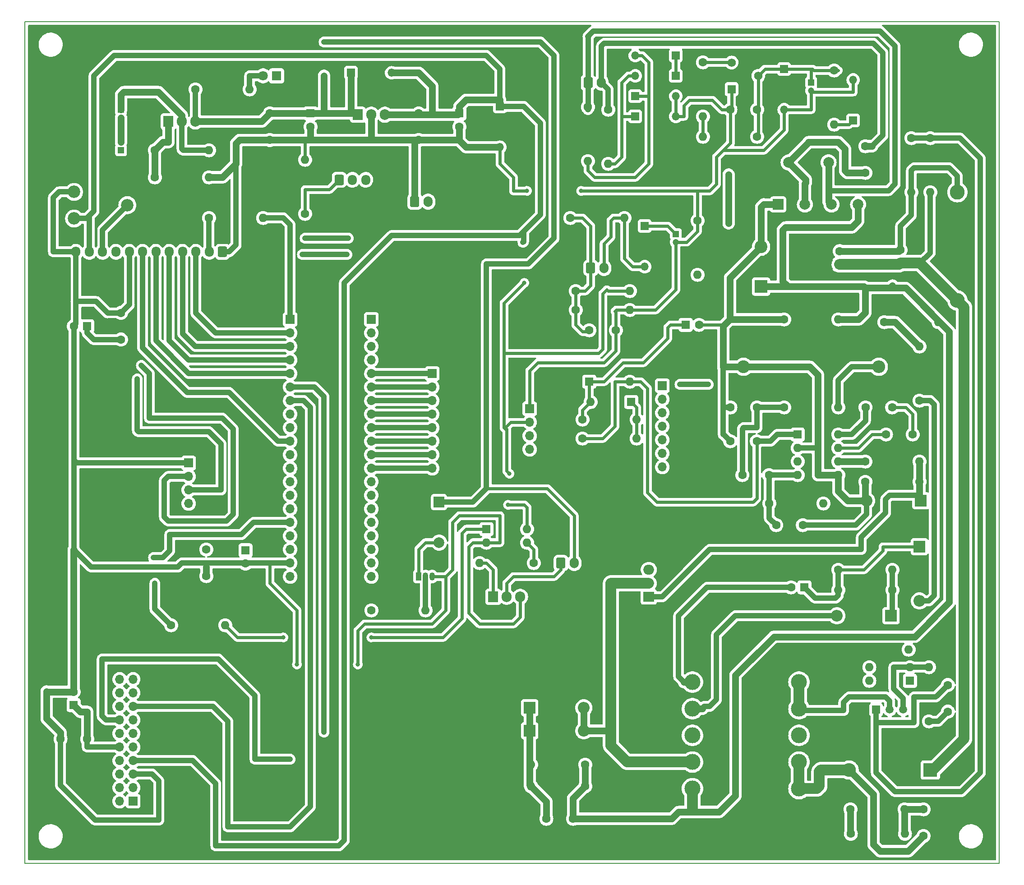
<source format=gbr>
%TF.GenerationSoftware,KiCad,Pcbnew,(6.99.0-1031-g46d719ed42)*%
%TF.CreationDate,2022-04-15T23:36:10+01:00*%
%TF.ProjectId,EnAcess PCB,456e4163-6573-4732-9050-43422e6b6963,rev?*%
%TF.SameCoordinates,Original*%
%TF.FileFunction,Copper,L2,Bot*%
%TF.FilePolarity,Positive*%
%FSLAX46Y46*%
G04 Gerber Fmt 4.6, Leading zero omitted, Abs format (unit mm)*
G04 Created by KiCad (PCBNEW (6.99.0-1031-g46d719ed42)) date 2022-04-15 23:36:10*
%MOMM*%
%LPD*%
G01*
G04 APERTURE LIST*
G04 Aperture macros list*
%AMRoundRect*
0 Rectangle with rounded corners*
0 $1 Rounding radius*
0 $2 $3 $4 $5 $6 $7 $8 $9 X,Y pos of 4 corners*
0 Add a 4 corners polygon primitive as box body*
4,1,4,$2,$3,$4,$5,$6,$7,$8,$9,$2,$3,0*
0 Add four circle primitives for the rounded corners*
1,1,$1+$1,$2,$3*
1,1,$1+$1,$4,$5*
1,1,$1+$1,$6,$7*
1,1,$1+$1,$8,$9*
0 Add four rect primitives between the rounded corners*
20,1,$1+$1,$2,$3,$4,$5,0*
20,1,$1+$1,$4,$5,$6,$7,0*
20,1,$1+$1,$6,$7,$8,$9,0*
20,1,$1+$1,$8,$9,$2,$3,0*%
G04 Aperture macros list end*
%TA.AperFunction,NonConductor*%
%ADD10C,0.200000*%
%TD*%
%TA.AperFunction,ComponentPad*%
%ADD11C,1.600000*%
%TD*%
%TA.AperFunction,ComponentPad*%
%ADD12O,1.600000X1.600000*%
%TD*%
%TA.AperFunction,ComponentPad*%
%ADD13R,1.600000X1.600000*%
%TD*%
%TA.AperFunction,ComponentPad*%
%ADD14R,1.200000X1.200000*%
%TD*%
%TA.AperFunction,ComponentPad*%
%ADD15C,1.200000*%
%TD*%
%TA.AperFunction,ComponentPad*%
%ADD16R,1.700000X1.700000*%
%TD*%
%TA.AperFunction,ComponentPad*%
%ADD17O,1.700000X1.700000*%
%TD*%
%TA.AperFunction,ComponentPad*%
%ADD18R,2.000000X1.905000*%
%TD*%
%TA.AperFunction,ComponentPad*%
%ADD19O,2.000000X1.905000*%
%TD*%
%TA.AperFunction,ComponentPad*%
%ADD20R,1.500000X1.500000*%
%TD*%
%TA.AperFunction,ComponentPad*%
%ADD21C,1.500000*%
%TD*%
%TA.AperFunction,ComponentPad*%
%ADD22R,1.050000X1.500000*%
%TD*%
%TA.AperFunction,ComponentPad*%
%ADD23O,1.050000X1.500000*%
%TD*%
%TA.AperFunction,ComponentPad*%
%ADD24C,2.340000*%
%TD*%
%TA.AperFunction,ComponentPad*%
%ADD25RoundRect,0.250000X0.600000X0.725000X-0.600000X0.725000X-0.600000X-0.725000X0.600000X-0.725000X0*%
%TD*%
%TA.AperFunction,ComponentPad*%
%ADD26O,1.700000X1.950000*%
%TD*%
%TA.AperFunction,ComponentPad*%
%ADD27C,3.000000*%
%TD*%
%TA.AperFunction,ComponentPad*%
%ADD28O,1.500000X1.500000*%
%TD*%
%TA.AperFunction,ComponentPad*%
%ADD29R,2.200000X2.200000*%
%TD*%
%TA.AperFunction,ComponentPad*%
%ADD30O,2.200000X2.200000*%
%TD*%
%TA.AperFunction,ComponentPad*%
%ADD31RoundRect,0.250000X-0.600000X-0.750000X0.600000X-0.750000X0.600000X0.750000X-0.600000X0.750000X0*%
%TD*%
%TA.AperFunction,ComponentPad*%
%ADD32O,1.700000X2.000000*%
%TD*%
%TA.AperFunction,ComponentPad*%
%ADD33C,2.000000*%
%TD*%
%TA.AperFunction,ComponentPad*%
%ADD34R,1.560000X1.560000*%
%TD*%
%TA.AperFunction,ComponentPad*%
%ADD35C,1.560000*%
%TD*%
%TA.AperFunction,ComponentPad*%
%ADD36R,1.905000X2.000000*%
%TD*%
%TA.AperFunction,ComponentPad*%
%ADD37O,1.905000X2.000000*%
%TD*%
%TA.AperFunction,ComponentPad*%
%ADD38C,2.800000*%
%TD*%
%TA.AperFunction,ComponentPad*%
%ADD39O,2.800000X2.800000*%
%TD*%
%TA.AperFunction,ComponentPad*%
%ADD40R,1.800000X1.800000*%
%TD*%
%TA.AperFunction,ComponentPad*%
%ADD41C,1.800000*%
%TD*%
%TA.AperFunction,ComponentPad*%
%ADD42C,2.400000*%
%TD*%
%TA.AperFunction,ComponentPad*%
%ADD43O,2.400000X2.400000*%
%TD*%
%TA.AperFunction,ComponentPad*%
%ADD44RoundRect,0.250000X-0.600000X-0.725000X0.600000X-0.725000X0.600000X0.725000X-0.600000X0.725000X0*%
%TD*%
%TA.AperFunction,ComponentPad*%
%ADD45R,2.000000X2.000000*%
%TD*%
%TA.AperFunction,ComponentPad*%
%ADD46R,2.400000X2.400000*%
%TD*%
%TA.AperFunction,ComponentPad*%
%ADD47R,2.600000X2.600000*%
%TD*%
%TA.AperFunction,ComponentPad*%
%ADD48O,2.600000X2.600000*%
%TD*%
%TA.AperFunction,ViaPad*%
%ADD49C,0.800000*%
%TD*%
%TA.AperFunction,Conductor*%
%ADD50C,1.000000*%
%TD*%
%TA.AperFunction,Conductor*%
%ADD51C,0.600000*%
%TD*%
%TA.AperFunction,Conductor*%
%ADD52C,1.300000*%
%TD*%
%TA.AperFunction,Conductor*%
%ADD53C,2.000000*%
%TD*%
%TA.AperFunction,Conductor*%
%ADD54C,0.599948*%
%TD*%
%TA.AperFunction,Conductor*%
%ADD55C,0.999998*%
%TD*%
G04 APERTURE END LIST*
D10*
X14224000Y-14732000D02*
X197104000Y-14732000D01*
X197104000Y-14732000D02*
X197104000Y-172720000D01*
X197104000Y-172720000D02*
X14224000Y-172720000D01*
X14224000Y-172720000D02*
X14224000Y-14732000D01*
D11*
%TO.P,R31,1*%
%TO.N,Net-(U1-CS)*%
X156718000Y-87122000D03*
D12*
%TO.P,R31,2*%
%TO.N,Net-(Q3-S)*%
X166877999Y-87121999D03*
%TD*%
D11*
%TO.P,C15,1*%
%TO.N,Net-(J4-Pin_10)*%
X25908000Y-149352000D03*
%TO.P,C15,2*%
%TO.N,GND*%
X20908000Y-149352000D03*
%TD*%
%TO.P,R24,1*%
%TO.N,Net-(U6-REF)*%
X184150000Y-36576000D03*
D12*
%TO.P,R24,2*%
%TO.N,Net-(BZ1--)*%
X184149999Y-46735999D03*
%TD*%
D13*
%TO.P,C20,1*%
%TO.N,Net-(BZ1--)*%
X67817999Y-31932999D03*
D11*
%TO.P,C20,2*%
%TO.N,GND*%
X67818000Y-34433000D03*
%TD*%
D14*
%TO.P,C2,1*%
%TO.N,Net-(D3-A)*%
X136397999Y-54609999D03*
D15*
%TO.P,C2,2*%
%TO.N,GND*%
X136398000Y-56110000D03*
%TD*%
D16*
%TO.P,J6,1,Pin_1*%
%TO.N,Net-(J6-Pin_1)*%
X64002999Y-70616999D03*
D17*
%TO.P,J6,2,Pin_2*%
%TO.N,Net-(J2-Pin_3)*%
X64002999Y-73156999D03*
%TO.P,J6,3,Pin_3*%
%TO.N,Net-(J2-Pin_4)*%
X64002999Y-75696999D03*
%TO.P,J6,4,Pin_4*%
%TO.N,Net-(J2-Pin_5)*%
X64002999Y-78236999D03*
%TO.P,J6,5,Pin_5*%
%TO.N,Net-(J2-Pin_6)*%
X64002999Y-80776999D03*
%TO.P,J6,6,Pin_6*%
%TO.N,Net-(J4-Pin_14)*%
X64002999Y-83316999D03*
%TO.P,J6,7,Pin_7*%
%TO.N,Net-(J4-Pin_15)*%
X64002999Y-85856999D03*
%TO.P,J6,8,Pin_8*%
%TO.N,Net-(J6-Pin_8)*%
X64002999Y-88396999D03*
%TO.P,J6,9,Pin_9*%
%TO.N,Net-(J6-Pin_9)*%
X64002999Y-90936999D03*
%TO.P,J6,10,Pin_10*%
%TO.N,Net-(J2-Pin_7)*%
X64002999Y-93476999D03*
%TO.P,J6,11,Pin_11*%
%TO.N,Net-(J2-Pin_9)*%
X64002999Y-96016999D03*
%TO.P,J6,12,Pin_12*%
%TO.N,unconnected-(J6-Pin_12)*%
X64002999Y-98556999D03*
%TO.P,J6,13,Pin_13*%
%TO.N,Net-(R1-Pad1)*%
X64002999Y-101096999D03*
%TO.P,J6,14,Pin_14*%
%TO.N,Net-(J1-Pin_4)*%
X64002999Y-103636999D03*
%TO.P,J6,15,Pin_15*%
%TO.N,Net-(J1-Pin_3)*%
X64002999Y-106176999D03*
%TO.P,J6,16,Pin_16*%
%TO.N,Net-(J6-Pin_16)*%
X64002999Y-108716999D03*
%TO.P,J6,17,Pin_17*%
%TO.N,unconnected-(J6-Pin_17)*%
X64002999Y-111256999D03*
%TO.P,J6,18,Pin_18*%
%TO.N,+5V*%
X64002999Y-113796999D03*
%TO.P,J6,19,Pin_19*%
%TO.N,GND*%
X64002999Y-116336999D03*
%TO.P,J6,20,Pin_20*%
%TO.N,unconnected-(J6-Pin_20)*%
X64002999Y-118876999D03*
%TD*%
D13*
%TO.P,C26,1*%
%TO.N,Net-(D17-K)*%
X160527999Y-120903999D03*
D11*
%TO.P,C26,2*%
%TO.N,Net-(D11--)*%
X158028000Y-120904000D03*
%TD*%
%TO.P,R5,1*%
%TO.N,Net-(R5-Pad1)*%
X141478000Y-22352000D03*
D12*
%TO.P,R5,2*%
%TO.N,Net-(D5-A)*%
X141477999Y-32511999D03*
%TD*%
D11*
%TO.P,C8,1*%
%TO.N,Net-(BZ1--)*%
X60198000Y-31933000D03*
%TO.P,C8,2*%
%TO.N,GND*%
X60198000Y-36933000D03*
%TD*%
%TO.P,TH1,1*%
%TO.N,Net-(J8-Pin_2)*%
X171958000Y-38100000D03*
%TO.P,TH1,2*%
%TO.N,Net-(C10-Pad2)*%
X171958000Y-43100000D03*
%TD*%
D18*
%TO.P,Q3,1,G*%
%TO.N,Net-(D13-K)*%
X131317999Y-122681999D03*
D19*
%TO.P,Q3,2,D*%
%TO.N,Net-(D15-A)*%
X131317999Y-120141999D03*
%TO.P,Q3,3,S*%
%TO.N,Net-(Q3-S)*%
X131317999Y-117601999D03*
%TD*%
D11*
%TO.P,R16,1*%
%TO.N,GND*%
X140462000Y-52070000D03*
D12*
%TO.P,R16,2*%
%TO.N,Net-(D3-A)*%
X140461999Y-62229999D03*
%TD*%
D11*
%TO.P,R11,1*%
%TO.N,Net-(R11-Pad1)*%
X109728000Y-116332000D03*
D12*
%TO.P,R11,2*%
%TO.N,Net-(Q1-B)*%
X99567999Y-116331999D03*
%TD*%
D11*
%TO.P,R17,1*%
%TO.N,Net-(J9-Pin_1)*%
X66802000Y-50800000D03*
D12*
%TO.P,R17,2*%
%TO.N,GND*%
X66801999Y-40639999D03*
%TD*%
D20*
%TO.P,U6,1,REF*%
%TO.N,Net-(U6-REF)*%
X173989999Y-143869999D03*
D21*
%TO.P,U6,2,A*%
%TO.N,GND*%
X176530000Y-143870000D03*
%TO.P,U6,3,K*%
%TO.N,Net-(U6-K)*%
X179070000Y-143870000D03*
%TD*%
D11*
%TO.P,C27,1*%
%TO.N,Net-(D11-+)*%
X117094000Y-164338000D03*
%TO.P,C27,2*%
%TO.N,Net-(D15-K)*%
X112094000Y-164338000D03*
%TD*%
D16*
%TO.P,J1,1,Pin_1*%
%TO.N,GND*%
X108965999Y-87375999D03*
D17*
%TO.P,J1,2,Pin_2*%
%TO.N,+5V*%
X108965999Y-89915999D03*
%TO.P,J1,3,Pin_3*%
%TO.N,Net-(J1-Pin_3)*%
X108965999Y-92455999D03*
%TO.P,J1,4,Pin_4*%
%TO.N,Net-(J1-Pin_4)*%
X108965999Y-94995999D03*
%TD*%
D13*
%TO.P,D12,1,K*%
%TO.N,Net-(D12-K)*%
X128015999Y-86105999D03*
D12*
%TO.P,D12,2,A*%
%TO.N,Net-(D12-A)*%
X120395999Y-86105999D03*
%TD*%
D22*
%TO.P,Q2,1,C*%
%TO.N,Net-(BZ1-+)*%
X88137999Y-118871999D03*
D23*
%TO.P,Q2,2,B*%
%TO.N,Net-(Q2-B)*%
X89407999Y-118871999D03*
%TO.P,Q2,3,E*%
%TO.N,GND*%
X90677999Y-118871999D03*
%TD*%
D11*
%TO.P,R23,1*%
%TO.N,Net-(D17-A)*%
X182118000Y-85852000D03*
D12*
%TO.P,R23,2*%
%TO.N,Net-(R22-Pad1)*%
X182117999Y-75691999D03*
%TD*%
D11*
%TO.P,R34,1*%
%TO.N,Net-(D12-A)*%
X118872000Y-89408000D03*
D12*
%TO.P,R34,2*%
%TO.N,Net-(D12-K)*%
X129031999Y-89407999D03*
%TD*%
D24*
%TO.P,RV2,1,1*%
%TO.N,+5V*%
X23448000Y-51672000D03*
%TO.P,RV2,2,2*%
%TO.N,Net-(J2-Pin_10)*%
X33448000Y-49172000D03*
%TO.P,RV2,3,3*%
%TO.N,GND*%
X23448000Y-46672000D03*
%TD*%
D13*
%TO.P,C5,1*%
%TO.N,+5V*%
X25907999Y-71881999D03*
D11*
%TO.P,C5,2*%
%TO.N,GND*%
X23408000Y-71882000D03*
%TD*%
D25*
%TO.P,J2,1,Pin_1*%
%TO.N,GND*%
X51308000Y-57919500D03*
D26*
%TO.P,J2,2,Pin_2*%
%TO.N,Net-(J2-Pin_2)*%
X48807999Y-57919499D03*
%TO.P,J2,3,Pin_3*%
%TO.N,Net-(J2-Pin_3)*%
X46307999Y-57919499D03*
%TO.P,J2,4,Pin_4*%
%TO.N,Net-(J2-Pin_4)*%
X43807999Y-57919499D03*
%TO.P,J2,5,Pin_5*%
%TO.N,Net-(J2-Pin_5)*%
X41307999Y-57919499D03*
%TO.P,J2,6,Pin_6*%
%TO.N,Net-(J2-Pin_6)*%
X38807999Y-57919499D03*
%TO.P,J2,7,Pin_7*%
%TO.N,Net-(J2-Pin_7)*%
X36307999Y-57919499D03*
%TO.P,J2,8,Pin_8*%
%TO.N,GND*%
X33807999Y-57919499D03*
%TO.P,J2,9,Pin_9*%
%TO.N,Net-(J2-Pin_9)*%
X31307999Y-57919499D03*
%TO.P,J2,10,Pin_10*%
%TO.N,Net-(J2-Pin_10)*%
X28807999Y-57919499D03*
%TO.P,J2,11,Pin_11*%
%TO.N,+5V*%
X26307999Y-57919499D03*
%TO.P,J2,12,Pin_12*%
%TO.N,GND*%
X23807999Y-57919499D03*
%TD*%
D27*
%TO.P,TR1,1*%
%TO.N,Net-(D11-+)*%
X159512000Y-138684000D03*
%TO.P,TR1,2*%
%TO.N,GND*%
X159512000Y-143684000D03*
%TO.P,TR1,3*%
%TO.N,Net-(D11--)*%
X159512000Y-148684000D03*
%TO.P,TR1,4*%
%TO.N,Net-(D14-A)*%
X159512000Y-153684000D03*
%TO.P,TR1,5*%
%TO.N,Net-(D15-A)*%
X159512000Y-158684000D03*
%TO.P,TR1,6*%
%TO.N,Net-(D11-+)*%
X139512000Y-158684000D03*
%TO.P,TR1,7*%
%TO.N,N/C*%
X139512000Y-153684000D03*
%TO.P,TR1,8*%
X139512000Y-148684000D03*
%TO.P,TR1,9*%
X139512000Y-143684000D03*
%TO.P,TR1,10*%
X139512000Y-138684000D03*
%TD*%
D11*
%TO.P,C12,1*%
%TO.N,Net-(D8-K)*%
X151638000Y-31242000D03*
%TO.P,C12,2*%
%TO.N,GND*%
X146638000Y-31242000D03*
%TD*%
%TO.P,R27,1*%
%TO.N,Net-(D11--)*%
X156718000Y-70612000D03*
D12*
%TO.P,R27,2*%
%TO.N,Net-(D11-+)*%
X166877999Y-70611999D03*
%TD*%
D11*
%TO.P,R37,1*%
%TO.N,Net-(BZ1--)*%
X169242000Y-167146000D03*
D12*
%TO.P,R37,2*%
%TO.N,Net-(C17-Pad1)*%
X179401999Y-167145999D03*
%TD*%
D20*
%TO.P,D4,1,K*%
%TO.N,Net-(D4-K)*%
X169671999Y-33278999D03*
D28*
%TO.P,D4,2,A*%
%TO.N,GND*%
X169671999Y-25658999D03*
%TD*%
D13*
%TO.P,C31,1*%
%TO.N,Net-(D12-A)*%
X138240887Y-71627999D03*
D11*
%TO.P,C31,2*%
%TO.N,Net-(D11--)*%
X140740888Y-71628000D03*
%TD*%
D14*
%TO.P,C21,1*%
%TO.N,Net-(BZ1--)*%
X32257999Y-38861999D03*
D15*
%TO.P,C21,2*%
%TO.N,GND*%
X32258000Y-37362000D03*
%TD*%
D13*
%TO.P,C4,1*%
%TO.N,+5V*%
X95757999Y-31932999D03*
D11*
%TO.P,C4,2*%
%TO.N,GND*%
X95758000Y-34433000D03*
%TD*%
%TO.P,C23,1*%
%TO.N,Net-(D17-K)*%
X175848000Y-92202000D03*
%TO.P,C23,2*%
%TO.N,Net-(D11--)*%
X180848000Y-92202000D03*
%TD*%
%TO.P,R19,1*%
%TO.N,Net-(U6-REF)*%
X180594000Y-36576000D03*
D12*
%TO.P,R19,2*%
%TO.N,GND*%
X180593999Y-46735999D03*
%TD*%
D29*
%TO.P,D14,1,K*%
%TO.N,Net-(D14-K)*%
X176783999Y-126237999D03*
D30*
%TO.P,D14,2,A*%
%TO.N,Net-(D14-A)*%
X166623999Y-126237999D03*
%TD*%
D16*
%TO.P,J12,1,Pin_1*%
%TO.N,GND*%
X44957999Y-97545999D03*
D17*
%TO.P,J12,2,Pin_2*%
%TO.N,Net-(J12-Pin_2)*%
X44957999Y-100085999D03*
%TO.P,J12,3,Pin_3*%
%TO.N,Net-(J12-Pin_3)*%
X44957999Y-102625999D03*
%TO.P,J12,4,Pin_4*%
%TO.N,+5V*%
X44957999Y-105165999D03*
%TD*%
D29*
%TO.P,D16,1,K*%
%TO.N,Net-(D15-K)*%
X108965999Y-143509999D03*
D30*
%TO.P,D16,2,A*%
%TO.N,Net-(D15-A)*%
X119125999Y-143509999D03*
%TD*%
D11*
%TO.P,R36,1*%
%TO.N,Net-(BZ1--)*%
X190246000Y-132588000D03*
D12*
%TO.P,R36,2*%
%TO.N,Net-(R36-Pad2)*%
X180085999Y-132587999D03*
%TD*%
D14*
%TO.P,C29,1*%
%TO.N,Net-(D8-K)*%
X161797999Y-26161999D03*
D15*
%TO.P,C29,2*%
%TO.N,GND*%
X161798000Y-27662000D03*
%TD*%
D31*
%TO.P,J8,1,Pin_1*%
%TO.N,Net-(J8-Pin_1)*%
X119928000Y-26162000D03*
D32*
%TO.P,J8,2,Pin_2*%
%TO.N,Net-(J8-Pin_2)*%
X122427999Y-26161999D03*
%TD*%
D33*
%TO.P,C10,1*%
%TO.N,Net-(J8-Pin_1)*%
X165060000Y-41148000D03*
%TO.P,C10,2*%
%TO.N,Net-(C10-Pad2)*%
X157560000Y-41148000D03*
%TD*%
D11*
%TO.P,R28,1*%
%TO.N,Net-(D11--)*%
X171958000Y-101092000D03*
D12*
%TO.P,R28,2*%
%TO.N,Net-(D13-K)*%
X182117999Y-101091999D03*
%TD*%
D20*
%TO.P,D2,1,K*%
%TO.N,Net-(BZ1--)*%
X75432999Y-24312999D03*
D28*
%TO.P,D2,2,A*%
%TO.N,+5V*%
X83052999Y-24312999D03*
%TD*%
D20*
%TO.P,D7,1,K*%
%TO.N,+5V*%
X136397999Y-24891999D03*
D28*
%TO.P,D7,2,A*%
%TO.N,Net-(D5-K)*%
X128777999Y-24891999D03*
%TD*%
D11*
%TO.P,R33,1*%
%TO.N,Net-(C7-Pad1)*%
X183896000Y-146050000D03*
D12*
%TO.P,R33,2*%
%TO.N,Net-(U6-K)*%
X183895999Y-135889999D03*
%TD*%
D34*
%TO.P,RV1,1,1*%
%TO.N,+5V*%
X146857999Y-27391999D03*
D35*
%TO.P,RV1,2,2*%
%TO.N,Net-(D8-K)*%
X151858000Y-24892000D03*
%TO.P,RV1,3,3*%
%TO.N,Net-(R5-Pad1)*%
X146858000Y-22392000D03*
%TD*%
D29*
%TO.P,D13,1,K*%
%TO.N,Net-(D13-K)*%
X182371999Y-104647999D03*
D30*
%TO.P,D13,2,A*%
%TO.N,Net-(D11--)*%
X172211999Y-104647999D03*
%TD*%
D31*
%TO.P,J10,1,Pin_1*%
%TO.N,Net-(J10-Pin_1)*%
X120416000Y-60952500D03*
D32*
%TO.P,J10,2,Pin_2*%
%TO.N,Net-(D3-K)*%
X122915999Y-60952499D03*
%TD*%
D13*
%TO.P,U1,1,COMP*%
%TO.N,Net-(D18-A)*%
X159267999Y-92211999D03*
D12*
%TO.P,U1,2,FB*%
%TO.N,Net-(D11--)*%
X159267999Y-94751999D03*
%TO.P,U1,3,CS*%
%TO.N,Net-(U1-CS)*%
X159267999Y-97291999D03*
%TO.P,U1,4,RC*%
%TO.N,Net-(U1-RC)*%
X159267999Y-99831999D03*
%TO.P,U1,5,GND*%
%TO.N,Net-(D11--)*%
X166887999Y-99831999D03*
%TO.P,U1,6,OUT*%
%TO.N,Net-(U1-OUT)*%
X166887999Y-97291999D03*
%TO.P,U1,7,VCC*%
%TO.N,Net-(D17-K)*%
X166887999Y-94751999D03*
%TO.P,U1,8,VREF*%
%TO.N,Net-(D12-K)*%
X166887999Y-92211999D03*
%TD*%
D20*
%TO.P,D3,1,K*%
%TO.N,Net-(D3-K)*%
X130555999Y-53085999D03*
D28*
%TO.P,D3,2,A*%
%TO.N,Net-(D3-A)*%
X130555999Y-60705999D03*
%TD*%
D11*
%TO.P,R1,1*%
%TO.N,Net-(R1-Pad1)*%
X79248000Y-125222000D03*
D12*
%TO.P,R1,2*%
%TO.N,Net-(Q2-B)*%
X89407999Y-125221999D03*
%TD*%
D11*
%TO.P,C11,1*%
%TO.N,+5V*%
X48260000Y-113792000D03*
%TO.P,C11,2*%
%TO.N,GND*%
X48260000Y-118792000D03*
%TD*%
%TO.P,R8,1*%
%TO.N,Net-(J8-Pin_1)*%
X119888000Y-30734000D03*
D12*
%TO.P,R8,2*%
%TO.N,Net-(D10-A)*%
X119887999Y-40893999D03*
%TD*%
D11*
%TO.P,R29,1*%
%TO.N,Net-(U1-OUT)*%
X171958000Y-97282000D03*
D12*
%TO.P,R29,2*%
%TO.N,Net-(D13-K)*%
X182117999Y-97281999D03*
%TD*%
D11*
%TO.P,R20,1*%
%TO.N,Net-(D11-+)*%
X119380000Y-158242000D03*
D12*
%TO.P,R20,2*%
%TO.N,Net-(D15-K)*%
X109219999Y-158241999D03*
%TD*%
D11*
%TO.P,R9,1*%
%TO.N,Net-(D8-K)*%
X166116000Y-23876000D03*
D12*
%TO.P,R9,2*%
%TO.N,Net-(D4-K)*%
X166115999Y-34035999D03*
%TD*%
D36*
%TO.P,Q1,1,B*%
%TO.N,Net-(Q1-B)*%
X102107999Y-122681999D03*
D37*
%TO.P,Q1,2,C*%
%TO.N,Net-(J7-Pin_1)*%
X104647999Y-122681999D03*
%TO.P,Q1,3,E*%
%TO.N,GND*%
X107187999Y-122681999D03*
%TD*%
D31*
%TO.P,J7,1,Pin_1*%
%TO.N,Net-(J7-Pin_1)*%
X114828000Y-116324500D03*
D32*
%TO.P,J7,2,Pin_2*%
%TO.N,Net-(BZ1--)*%
X117327999Y-116324499D03*
%TD*%
D38*
%TO.P,R18,1*%
%TO.N,GND*%
X189230000Y-46736000D03*
D39*
%TO.P,R18,2*%
%TO.N,Net-(BZ1--)*%
X189229999Y-67055999D03*
%TD*%
D40*
%TO.P,D1,1,K*%
%TO.N,GND*%
X61467999Y-24891999D03*
D41*
%TO.P,D1,2,A*%
%TO.N,Net-(D1-A)*%
X58928000Y-24892000D03*
%TD*%
D11*
%TO.P,R6,1*%
%TO.N,Net-(J10-Pin_1)*%
X116586000Y-51562000D03*
D12*
%TO.P,R6,2*%
%TO.N,Net-(D3-K)*%
X126745999Y-51561999D03*
%TD*%
D11*
%TO.P,R3,1*%
%TO.N,Net-(BZ1--)*%
X46228000Y-27432000D03*
D12*
%TO.P,R3,2*%
%TO.N,Net-(D1-A)*%
X56387999Y-27431999D03*
%TD*%
D13*
%TO.P,C3,1*%
%TO.N,Net-(J4-Pin_10)*%
X23367999Y-143001999D03*
D11*
%TO.P,C3,2*%
%TO.N,GND*%
X23368000Y-140502000D03*
%TD*%
D20*
%TO.P,D9,1,K*%
%TO.N,Net-(D10-A)*%
X128772999Y-28701999D03*
D28*
%TO.P,D9,2,A*%
%TO.N,Net-(D5-A)*%
X136392999Y-28701999D03*
%TD*%
D16*
%TO.P,J11,1,Pin_1*%
%TO.N,unconnected-(J11-Pin_1)*%
X133857999Y-83057999D03*
D17*
%TO.P,J11,2,Pin_2*%
%TO.N,unconnected-(J11-Pin_2)*%
X133857999Y-85597999D03*
%TO.P,J11,3,Pin_3*%
%TO.N,unconnected-(J11-Pin_3)*%
X133857999Y-88137999D03*
%TO.P,J11,4,Pin_4*%
%TO.N,unconnected-(J11-Pin_4)*%
X133857999Y-90677999D03*
%TO.P,J11,5,Pin_5*%
%TO.N,unconnected-(J11-Pin_5)*%
X133857999Y-93217999D03*
%TO.P,J11,6,Pin_6*%
%TO.N,unconnected-(J11-Pin_6)*%
X133857999Y-95757999D03*
%TO.P,J11,7,Pin_7*%
%TO.N,unconnected-(J11-Pin_7)*%
X133857999Y-98297999D03*
%TD*%
D11*
%TO.P,C22,1*%
%TO.N,Net-(U1-RC)*%
X155234000Y-109220000D03*
%TO.P,C22,2*%
%TO.N,Net-(D11--)*%
X160234000Y-109220000D03*
%TD*%
D42*
%TO.P,R30,1*%
%TO.N,Net-(D11--)*%
X149098000Y-79502000D03*
D43*
%TO.P,R30,2*%
%TO.N,Net-(Q3-S)*%
X174497999Y-79501999D03*
%TD*%
D29*
%TO.P,D17,1,K*%
%TO.N,Net-(D17-K)*%
X182117999Y-113283999D03*
D30*
%TO.P,D17,2,A*%
%TO.N,Net-(D17-A)*%
X182117999Y-123443999D03*
%TD*%
D11*
%TO.P,R4,1*%
%TO.N,Net-(J6-Pin_16)*%
X41656000Y-128016000D03*
D12*
%TO.P,R4,2*%
%TO.N,Net-(R4-Pad2)*%
X51815999Y-128015999D03*
%TD*%
D13*
%TO.P,U4,1*%
%TO.N,Net-(R36-Pad2)*%
X180329999Y-138434999D03*
D12*
%TO.P,U4,2*%
%TO.N,Net-(U6-K)*%
X180329999Y-135894999D03*
%TO.P,U4,3*%
%TO.N,Net-(D11--)*%
X172709999Y-135894999D03*
%TO.P,U4,4*%
%TO.N,Net-(D18-A)*%
X172709999Y-138434999D03*
%TD*%
D36*
%TO.P,U5,1,ADJ*%
%TO.N,Net-(U5-ADJ)*%
X41147999Y-33456999D03*
D37*
%TO.P,U5,2,VO*%
%TO.N,Net-(J4-Pin_10)*%
X43687999Y-33456999D03*
%TO.P,U5,3,VI*%
%TO.N,Net-(BZ1--)*%
X46227999Y-33456999D03*
%TD*%
D11*
%TO.P,R15,1*%
%TO.N,Net-(J10-Pin_1)*%
X117602000Y-68834000D03*
D12*
%TO.P,R15,2*%
%TO.N,GND*%
X127761999Y-68833999D03*
%TD*%
D11*
%TO.P,R32,1*%
%TO.N,Net-(U1-RC)*%
X153924000Y-105156000D03*
D12*
%TO.P,R32,2*%
%TO.N,Net-(D12-K)*%
X164083999Y-105155999D03*
%TD*%
D20*
%TO.P,D10,1,K*%
%TO.N,+5V*%
X136392999Y-21081999D03*
D28*
%TO.P,D10,2,A*%
%TO.N,Net-(D10-A)*%
X128772999Y-21081999D03*
%TD*%
D11*
%TO.P,R14,1*%
%TO.N,Net-(U5-ADJ)*%
X38608000Y-43942000D03*
D12*
%TO.P,R14,2*%
%TO.N,GND*%
X48767999Y-43941999D03*
%TD*%
D11*
%TO.P,C24,1*%
%TO.N,Net-(D11--)*%
X146598000Y-93472000D03*
%TO.P,C24,2*%
%TO.N,Net-(D18-A)*%
X151598000Y-93472000D03*
%TD*%
%TO.P,C17,1*%
%TO.N,Net-(C17-Pad1)*%
X182880000Y-162560000D03*
%TO.P,C17,2*%
%TO.N,Net-(D11-+)*%
X182880000Y-167560000D03*
%TD*%
D29*
%TO.P,D15,1,K*%
%TO.N,Net-(D15-K)*%
X108965999Y-147827999D03*
D30*
%TO.P,D15,2,A*%
%TO.N,Net-(D15-A)*%
X119125999Y-147827999D03*
%TD*%
D11*
%TO.P,C25,1*%
%TO.N,Net-(D12-K)*%
X171998000Y-87122000D03*
%TO.P,C25,2*%
%TO.N,Net-(D11--)*%
X176998000Y-87122000D03*
%TD*%
%TO.P,R25,1*%
%TO.N,Net-(D17-K)*%
X166878000Y-117602000D03*
D12*
%TO.P,R25,2*%
%TO.N,Net-(D14-K)*%
X177037999Y-117601999D03*
%TD*%
D44*
%TO.P,J9,1,Pin_1*%
%TO.N,Net-(J9-Pin_1)*%
X73192000Y-44404000D03*
D26*
%TO.P,J9,2,Pin_2*%
%TO.N,Net-(J6-Pin_8)*%
X75691999Y-44403999D03*
%TO.P,J9,3,Pin_3*%
%TO.N,Net-(J6-Pin_9)*%
X78191999Y-44403999D03*
%TD*%
D11*
%TO.P,R12,1*%
%TO.N,Net-(J10-Pin_1)*%
X117602000Y-65278000D03*
D12*
%TO.P,R12,2*%
%TO.N,+5V*%
X127761999Y-65277999D03*
%TD*%
D13*
%TO.P,C30,1*%
%TO.N,Net-(BZ1--)*%
X178561999Y-60045676D03*
D11*
%TO.P,C30,2*%
%TO.N,GND*%
X178562000Y-57545677D03*
%TD*%
D13*
%TO.P,U3,1*%
%TO.N,Net-(R4-Pad2)*%
X100847999Y-109976999D03*
D12*
%TO.P,U3,2*%
%TO.N,GND*%
X100847999Y-112516999D03*
%TO.P,U3,3*%
%TO.N,Net-(R11-Pad1)*%
X108467999Y-112516999D03*
%TO.P,U3,4*%
%TO.N,+5V*%
X108467999Y-109976999D03*
%TD*%
D11*
%TO.P,R26,1*%
%TO.N,Net-(D14-K)*%
X177038000Y-121412000D03*
D12*
%TO.P,R26,2*%
%TO.N,Net-(D17-K)*%
X166877999Y-121411999D03*
%TD*%
D14*
%TO.P,C19,1*%
%TO.N,Net-(J4-Pin_10)*%
X32257999Y-31241999D03*
D15*
%TO.P,C19,2*%
%TO.N,GND*%
X32258000Y-32742000D03*
%TD*%
D36*
%TO.P,U2,1,IN*%
%TO.N,Net-(BZ1--)*%
X76707999Y-32186999D03*
D37*
%TO.P,U2,2,GND*%
%TO.N,GND*%
X79247999Y-32186999D03*
%TO.P,U2,3,OUT*%
%TO.N,+5V*%
X81787999Y-32186999D03*
%TD*%
D20*
%TO.P,D6,1,K*%
%TO.N,+5V*%
X103377999Y-30657999D03*
D28*
%TO.P,D6,2,A*%
%TO.N,GND*%
X103377999Y-38277999D03*
%TD*%
D16*
%TO.P,J4,1,Pin_1*%
%TO.N,unconnected-(J4-Pin_1)*%
X34543999Y-161035999D03*
D17*
%TO.P,J4,2,Pin_2*%
%TO.N,unconnected-(J4-Pin_2)*%
X32003999Y-161035999D03*
%TO.P,J4,3,Pin_3*%
%TO.N,unconnected-(J4-Pin_3)*%
X34543999Y-158495999D03*
%TO.P,J4,4,Pin_4*%
%TO.N,unconnected-(J4-Pin_4)*%
X32003999Y-158495999D03*
%TO.P,J4,5,Pin_5*%
%TO.N,GND*%
X34543999Y-155955999D03*
%TO.P,J4,6,Pin_6*%
%TO.N,unconnected-(J4-Pin_6)*%
X32003999Y-155955999D03*
%TO.P,J4,7,Pin_7*%
%TO.N,+5V*%
X34543999Y-153415999D03*
%TO.P,J4,8,Pin_8*%
%TO.N,unconnected-(J4-Pin_8)*%
X32003999Y-153415999D03*
%TO.P,J4,9,Pin_9*%
%TO.N,unconnected-(J4-Pin_9)*%
X34543999Y-150875999D03*
%TO.P,J4,10,Pin_10*%
%TO.N,Net-(J4-Pin_10)*%
X32003999Y-150875999D03*
%TO.P,J4,11,Pin_11*%
%TO.N,unconnected-(J4-Pin_11)*%
X34543999Y-148335999D03*
%TO.P,J4,12,Pin_12*%
%TO.N,unconnected-(J4-Pin_12)*%
X32003999Y-148335999D03*
%TO.P,J4,13,Pin_13*%
%TO.N,unconnected-(J4-Pin_13)*%
X34543999Y-145795999D03*
%TO.P,J4,14,Pin_14*%
%TO.N,Net-(J4-Pin_14)*%
X32003999Y-145795999D03*
%TO.P,J4,15,Pin_15*%
%TO.N,Net-(J4-Pin_15)*%
X34543999Y-143255999D03*
%TO.P,J4,16,Pin_16*%
%TO.N,unconnected-(J4-Pin_16)*%
X32003999Y-143255999D03*
%TO.P,J4,17,Pin_17*%
%TO.N,unconnected-(J4-Pin_17)*%
X34543999Y-140715999D03*
%TO.P,J4,18,Pin_18*%
%TO.N,unconnected-(J4-Pin_18)*%
X32003999Y-140715999D03*
%TO.P,J4,19,Pin_19*%
%TO.N,unconnected-(J4-Pin_19)*%
X34543999Y-138175999D03*
%TO.P,J4,20,Pin_20*%
%TO.N,unconnected-(J4-Pin_20)*%
X32003999Y-138175999D03*
%TD*%
D20*
%TO.P,D5,1,K*%
%TO.N,Net-(D5-K)*%
X128767999Y-32511999D03*
D28*
%TO.P,D5,2,A*%
%TO.N,Net-(D5-A)*%
X136387999Y-32511999D03*
%TD*%
D11*
%TO.P,R38,1*%
%TO.N,Net-(BZ1--)*%
X169164000Y-162560000D03*
D12*
%TO.P,R38,2*%
%TO.N,Net-(C17-Pad1)*%
X179323999Y-162559999D03*
%TD*%
D13*
%TO.P,C6,1*%
%TO.N,+5V*%
X55625999Y-113944322D03*
D11*
%TO.P,C6,2*%
%TO.N,GND*%
X55626000Y-116444323D03*
%TD*%
D31*
%TO.P,J13,1,Pin_1*%
%TO.N,GND*%
X87396000Y-48506500D03*
D32*
%TO.P,J13,2,Pin_2*%
%TO.N,Net-(BZ1--)*%
X89895999Y-48506499D03*
%TD*%
D45*
%TO.P,D11,1,-*%
%TO.N,Net-(D11--)*%
X155610499Y-49039499D03*
D33*
%TO.P,D11,2*%
%TO.N,Net-(C10-Pad2)*%
X160610500Y-49039500D03*
%TO.P,D11,3*%
%TO.N,Net-(J8-Pin_1)*%
X165610500Y-49039500D03*
%TO.P,D11,4,+*%
%TO.N,Net-(D11-+)*%
X170610500Y-49039500D03*
%TD*%
D20*
%TO.P,D8,1,K*%
%TO.N,Net-(D8-K)*%
X156717999Y-23621999D03*
D28*
%TO.P,D8,2,A*%
%TO.N,GND*%
X156717999Y-31241999D03*
%TD*%
D11*
%TO.P,C14,1*%
%TO.N,+5V*%
X88138000Y-31933000D03*
%TO.P,C14,2*%
%TO.N,GND*%
X88138000Y-36933000D03*
%TD*%
%TO.P,C18,1*%
%TO.N,Net-(U1-CS)*%
X148884000Y-99822000D03*
%TO.P,C18,2*%
%TO.N,Net-(U1-RC)*%
X153884000Y-99822000D03*
%TD*%
D16*
%TO.P,J3,1,Pin_1*%
%TO.N,Net-(J3-Pin_1)*%
X90677999Y-80771999D03*
D17*
%TO.P,J3,2,Pin_2*%
%TO.N,Net-(J3-Pin_2)*%
X90677999Y-83311999D03*
%TO.P,J3,3,Pin_3*%
%TO.N,Net-(J3-Pin_3)*%
X90677999Y-85851999D03*
%TO.P,J3,4,Pin_4*%
%TO.N,Net-(J3-Pin_4)*%
X90677999Y-88391999D03*
%TO.P,J3,5,Pin_5*%
%TO.N,Net-(J3-Pin_5)*%
X90677999Y-90931999D03*
%TO.P,J3,6,Pin_6*%
%TO.N,Net-(J3-Pin_6)*%
X90677999Y-93471999D03*
%TO.P,J3,7,Pin_7*%
%TO.N,Net-(J3-Pin_7)*%
X90677999Y-96011999D03*
%TO.P,J3,8,Pin_8*%
%TO.N,Net-(J3-Pin_8)*%
X90677999Y-98551999D03*
%TD*%
D13*
%TO.P,D18,1,K*%
%TO.N,Net-(D12-A)*%
X120141999Y-82295999D03*
D12*
%TO.P,D18,2,A*%
%TO.N,Net-(D18-A)*%
X127761999Y-82295999D03*
%TD*%
D11*
%TO.P,R35,1*%
%TO.N,Net-(D18-A)*%
X118872000Y-92964000D03*
D12*
%TO.P,R35,2*%
%TO.N,Net-(D12-K)*%
X129031999Y-92963999D03*
%TD*%
D11*
%TO.P,C13,1*%
%TO.N,+5V*%
X32258000Y-74382000D03*
%TO.P,C13,2*%
%TO.N,GND*%
X32258000Y-69382000D03*
%TD*%
D46*
%TO.P,C9,1*%
%TO.N,Net-(D11-+)*%
X152399999Y-64455266D03*
D42*
%TO.P,C9,2*%
%TO.N,Net-(D11--)*%
X152400000Y-56955267D03*
%TD*%
D11*
%TO.P,R2,1*%
%TO.N,Net-(J2-Pin_2)*%
X48768000Y-51562000D03*
D12*
%TO.P,R2,2*%
%TO.N,Net-(J6-Pin_1)*%
X58927999Y-51561999D03*
%TD*%
D11*
%TO.P,R13,1*%
%TO.N,Net-(U5-ADJ)*%
X38608000Y-38862000D03*
D12*
%TO.P,R13,2*%
%TO.N,Net-(J4-Pin_10)*%
X48767999Y-38861999D03*
%TD*%
D11*
%TO.P,C7,1*%
%TO.N,Net-(C7-Pad1)*%
X187452000Y-144232000D03*
%TO.P,C7,2*%
%TO.N,Net-(U6-REF)*%
X187452000Y-139232000D03*
%TD*%
%TO.P,C16,1*%
%TO.N,Net-(D11--)*%
X146638000Y-87122000D03*
%TO.P,C16,2*%
%TO.N,Net-(U1-CS)*%
X151638000Y-87122000D03*
%TD*%
%TO.P,R21,1*%
%TO.N,Net-(D11-+)*%
X119380000Y-154178000D03*
D12*
%TO.P,R21,2*%
%TO.N,Net-(D15-K)*%
X109219999Y-154177999D03*
%TD*%
D45*
%TO.P,BZ1,1,-*%
%TO.N,Net-(BZ1--)*%
X91947999Y-104911999D03*
D33*
%TO.P,BZ1,2,+*%
%TO.N,Net-(BZ1-+)*%
X91948000Y-112512000D03*
%TD*%
D11*
%TO.P,R22,1*%
%TO.N,Net-(R22-Pad1)*%
X175514000Y-71120000D03*
D12*
%TO.P,R22,2*%
%TO.N,Net-(D11-+)*%
X185673999Y-71119999D03*
%TD*%
D11*
%TO.P,C1,1*%
%TO.N,Net-(J10-Pin_1)*%
X120142000Y-72644000D03*
%TO.P,C1,2*%
%TO.N,GND*%
X125142000Y-72644000D03*
%TD*%
%TO.P,R10,1*%
%TO.N,Net-(D8-K)*%
X151638000Y-36322000D03*
D12*
%TO.P,R10,2*%
%TO.N,Net-(D5-A)*%
X141477999Y-36321999D03*
%TD*%
D11*
%TO.P,R7,1*%
%TO.N,Net-(J8-Pin_2)*%
X123698000Y-31242000D03*
D12*
%TO.P,R7,2*%
%TO.N,Net-(D5-K)*%
X123697999Y-41401999D03*
%TD*%
D47*
%TO.P,D19,1,K*%
%TO.N,Net-(BZ1--)*%
X184149999Y-155193999D03*
D48*
%TO.P,D19,2,A*%
%TO.N,Net-(D11-+)*%
X168909999Y-155193999D03*
%TD*%
D13*
%TO.P,C28,1*%
%TO.N,Net-(BZ1--)*%
X167131999Y-60299676D03*
D11*
%TO.P,C28,2*%
%TO.N,GND*%
X167132000Y-57799677D03*
%TD*%
D16*
%TO.P,J5,1,Pin_1*%
%TO.N,unconnected-(J5-Pin_1)*%
X79242999Y-70616999D03*
D17*
%TO.P,J5,2,Pin_2*%
%TO.N,unconnected-(J5-Pin_2)*%
X79242999Y-73156999D03*
%TO.P,J5,3,Pin_3*%
%TO.N,unconnected-(J5-Pin_3)*%
X79242999Y-75696999D03*
%TO.P,J5,4,Pin_4*%
%TO.N,unconnected-(J5-Pin_4)*%
X79242999Y-78236999D03*
%TO.P,J5,5,Pin_5*%
%TO.N,Net-(J3-Pin_1)*%
X79242999Y-80776999D03*
%TO.P,J5,6,Pin_6*%
%TO.N,Net-(J3-Pin_2)*%
X79242999Y-83316999D03*
%TO.P,J5,7,Pin_7*%
%TO.N,Net-(J3-Pin_3)*%
X79242999Y-85856999D03*
%TO.P,J5,8,Pin_8*%
%TO.N,Net-(J3-Pin_4)*%
X79242999Y-88396999D03*
%TO.P,J5,9,Pin_9*%
%TO.N,Net-(J3-Pin_5)*%
X79242999Y-90936999D03*
%TO.P,J5,10,Pin_10*%
%TO.N,Net-(J3-Pin_6)*%
X79242999Y-93476999D03*
%TO.P,J5,11,Pin_11*%
%TO.N,Net-(J3-Pin_7)*%
X79242999Y-96016999D03*
%TO.P,J5,12,Pin_12*%
%TO.N,Net-(J3-Pin_8)*%
X79242999Y-98556999D03*
%TO.P,J5,13,Pin_13*%
%TO.N,Net-(J12-Pin_3)*%
X79242999Y-101096999D03*
%TO.P,J5,14,Pin_14*%
%TO.N,Net-(J12-Pin_2)*%
X79242999Y-103636999D03*
%TO.P,J5,15,Pin_15*%
%TO.N,Net-(D4-K)*%
X79242999Y-106176999D03*
%TO.P,J5,16,Pin_16*%
%TO.N,Net-(D3-A)*%
X79242999Y-108716999D03*
%TO.P,J5,17,Pin_17*%
%TO.N,unconnected-(J5-Pin_17)*%
X79242999Y-111256999D03*
%TO.P,J5,18,Pin_18*%
%TO.N,unconnected-(J5-Pin_18)*%
X79242999Y-113796999D03*
%TO.P,J5,19,Pin_19*%
%TO.N,unconnected-(J5-Pin_19)*%
X79242999Y-116336999D03*
%TO.P,J5,20,Pin_20*%
%TO.N,unconnected-(J5-Pin_20)*%
X79242999Y-118876999D03*
%TD*%
D49*
%TO.N,GND*%
X118618000Y-46482000D03*
X76708000Y-135382000D03*
X108458000Y-46482000D03*
X146304000Y-43434000D03*
X65278000Y-135382000D03*
X146304000Y-52578000D03*
%TO.N,+5V*%
X105156000Y-99568000D03*
X107950000Y-63754000D03*
X104902000Y-105410000D03*
X107696000Y-56134000D03*
%TO.N,Net-(J4-Pin_14)*%
X70358000Y-148082000D03*
X64008000Y-153162000D03*
%TO.N,Net-(J6-Pin_16)*%
X38608000Y-120142000D03*
X38354000Y-115316000D03*
%TO.N,Net-(R4-Pad2)*%
X62738000Y-130302000D03*
X79248000Y-130302000D03*
%TO.N,Net-(D12-K)*%
X137160000Y-82804000D03*
X142494000Y-82804000D03*
%TO.N,Net-(BZ1--)*%
X70358000Y-24892000D03*
X70358000Y-18542000D03*
%TO.N,Net-(J12-Pin_3)*%
X66294000Y-58420000D03*
X35306000Y-81788000D03*
X74676000Y-58420000D03*
%TO.N,Net-(J12-Pin_2)*%
X36068000Y-79248000D03*
X74930000Y-55372000D03*
X66802000Y-55372000D03*
%TD*%
D50*
%TO.N,Net-(J6-Pin_16)*%
X64003000Y-108717000D02*
X57145000Y-108717000D01*
X40132000Y-115316000D02*
X38354000Y-115316000D01*
X57145000Y-108717000D02*
X54864000Y-110998000D01*
X54864000Y-110998000D02*
X41402000Y-110998000D01*
X41402000Y-114046000D02*
X40132000Y-115316000D01*
X41402000Y-110998000D02*
X41402000Y-114046000D01*
D51*
%TO.N,Net-(BZ1-+)*%
X88138000Y-118872000D02*
X88138000Y-113792000D01*
X88138000Y-113792000D02*
X89418000Y-112512000D01*
X89418000Y-112512000D02*
X91948000Y-112512000D01*
%TO.N,Net-(J10-Pin_1)*%
X117602000Y-71628000D02*
X118872000Y-72898000D01*
X116586000Y-51562000D02*
X118872000Y-51562000D01*
X120416000Y-64242000D02*
X120416000Y-60952500D01*
X119380000Y-65278000D02*
X120416000Y-64242000D01*
X117602000Y-68834000D02*
X117602000Y-65278000D01*
X118872000Y-72898000D02*
X119888000Y-72898000D01*
X117602000Y-65278000D02*
X119380000Y-65278000D01*
X117602000Y-68834000D02*
X117602000Y-71628000D01*
X118872000Y-51562000D02*
X120416000Y-53106000D01*
X120416000Y-53106000D02*
X120416000Y-60952500D01*
X119888000Y-72898000D02*
X120142000Y-72644000D01*
D52*
%TO.N,GND*%
X48260000Y-118792000D02*
X48260000Y-117094000D01*
X97033000Y-38278000D02*
X103378000Y-38278000D01*
D51*
X138406000Y-56110000D02*
X140462000Y-54054000D01*
D50*
X19558000Y-47752000D02*
X20638000Y-46672000D01*
X176530000Y-143870000D02*
X176530000Y-142240000D01*
X23408000Y-113832000D02*
X26670000Y-117094000D01*
D52*
X18288000Y-145542000D02*
X18288000Y-140462000D01*
D51*
X98303000Y-112517000D02*
X100848000Y-112517000D01*
X146638000Y-37512000D02*
X144018000Y-40132000D01*
D53*
X159512000Y-138684000D02*
X159512000Y-143684000D01*
D51*
X169672000Y-25659000D02*
X169672000Y-27940000D01*
X156718000Y-35052000D02*
X152908000Y-38862000D01*
D54*
X105918000Y-46482000D02*
X108458000Y-46482000D01*
D51*
X146858000Y-31022000D02*
X146638000Y-31242000D01*
D52*
X20908000Y-148162000D02*
X18288000Y-145542000D01*
D51*
X143256000Y-29464000D02*
X138938000Y-29464000D01*
X108966000Y-80264000D02*
X110490000Y-78740000D01*
X90678000Y-127762000D02*
X77978000Y-127762000D01*
D52*
X79328000Y-36933000D02*
X86463000Y-36933000D01*
D51*
X66802000Y-40640000D02*
X66802000Y-37036000D01*
D50*
X19565500Y-57919500D02*
X19558000Y-57912000D01*
D51*
X90678000Y-118872000D02*
X93218000Y-118872000D01*
D50*
X51308000Y-57919500D02*
X52570500Y-57919500D01*
D51*
X161798000Y-27662000D02*
X161798000Y-31242000D01*
D50*
X189230000Y-43688000D02*
X187706000Y-42164000D01*
X19558000Y-57912000D02*
X19558000Y-47752000D01*
D51*
X93218000Y-118872000D02*
X93218000Y-125222000D01*
D50*
X23808000Y-57919500D02*
X23808000Y-67242000D01*
X23808000Y-71482000D02*
X23408000Y-71882000D01*
D51*
X136398000Y-56110000D02*
X138406000Y-56110000D01*
D52*
X146304000Y-52578000D02*
X146304000Y-43434000D01*
D51*
X132588000Y-68834000D02*
X127762000Y-68834000D01*
D52*
X23368000Y-140502000D02*
X23368000Y-113872000D01*
X67738000Y-36933000D02*
X79328000Y-36933000D01*
D50*
X23408000Y-96988000D02*
X23408000Y-113832000D01*
X175768000Y-141478000D02*
X168910000Y-141478000D01*
X52570500Y-57919500D02*
X53848000Y-56642000D01*
D51*
X169672000Y-27940000D02*
X162076000Y-27940000D01*
D50*
X32258000Y-69382000D02*
X29758000Y-69382000D01*
D51*
X136398000Y-65024000D02*
X132588000Y-68834000D01*
D50*
X180594000Y-46736000D02*
X180594000Y-51054000D01*
D52*
X66699000Y-36933000D02*
X67738000Y-36933000D01*
D51*
X152908000Y-38862000D02*
X145288000Y-38862000D01*
D50*
X53848000Y-56642000D02*
X53848000Y-41402000D01*
D51*
X137922000Y-32512000D02*
X136388000Y-32512000D01*
D50*
X180594000Y-42672000D02*
X180594000Y-46736000D01*
D51*
X122936000Y-78740000D02*
X125142000Y-76534000D01*
X94488000Y-117602000D02*
X94488000Y-108712000D01*
D50*
X33808000Y-67832000D02*
X32258000Y-69382000D01*
D51*
X76708000Y-129032000D02*
X76708000Y-135382000D01*
X146638000Y-31242000D02*
X146638000Y-37512000D01*
X146858000Y-27392000D02*
X146858000Y-31022000D01*
D54*
X103378000Y-38278003D02*
X103378000Y-41402000D01*
D50*
X23966000Y-97546000D02*
X23408000Y-96988000D01*
X44958000Y-97546000D02*
X23966000Y-97546000D01*
D51*
X161798000Y-31242000D02*
X156718000Y-31242000D01*
D50*
X176530000Y-142240000D02*
X175768000Y-141478000D01*
D52*
X51308000Y-43942000D02*
X53848000Y-41402000D01*
X97028000Y-38283000D02*
X97033000Y-38278000D01*
D51*
X136398000Y-56110000D02*
X136398000Y-65024000D01*
X144018000Y-40132000D02*
X144018000Y-45212000D01*
D50*
X38100000Y-155956000D02*
X39370000Y-157226000D01*
D52*
X48768000Y-43942000D02*
X51308000Y-43942000D01*
X95758000Y-34433000D02*
X95758000Y-37013000D01*
D51*
X125222000Y-68834000D02*
X127762000Y-68834000D01*
D50*
X23808000Y-57919500D02*
X19565500Y-57919500D01*
D52*
X95758000Y-37013000D02*
X95678000Y-36933000D01*
D54*
X60192996Y-120136996D02*
X65278000Y-125222000D01*
D51*
X136393000Y-28702000D02*
X136393000Y-32507000D01*
D50*
X34544000Y-155956000D02*
X38100000Y-155956000D01*
X20908000Y-158068000D02*
X20908000Y-149352000D01*
D51*
X108966000Y-87376000D02*
X108966000Y-80264000D01*
D50*
X39370000Y-164592000D02*
X27432000Y-164592000D01*
X29758000Y-69382000D02*
X27618000Y-67242000D01*
D52*
X87396000Y-48506500D02*
X87396000Y-37104000D01*
D50*
X23808000Y-67242000D02*
X23808000Y-71482000D01*
D51*
X66802000Y-37036000D02*
X66699000Y-36933000D01*
D50*
X42926000Y-117094000D02*
X43683000Y-116337000D01*
D52*
X178308000Y-57799677D02*
X178562000Y-57545677D01*
X32258000Y-32742000D02*
X32258000Y-37362000D01*
D50*
X26670000Y-117094000D02*
X42926000Y-117094000D01*
D51*
X139954000Y-46482000D02*
X118618000Y-46482000D01*
D52*
X53848000Y-41402000D02*
X53848000Y-37592000D01*
X67818000Y-36853000D02*
X67738000Y-36933000D01*
D50*
X43683000Y-116337000D02*
X64003000Y-116337000D01*
D51*
X140462000Y-54054000D02*
X140462000Y-46482000D01*
X97536000Y-113284000D02*
X98303000Y-112517000D01*
X107188000Y-126492000D02*
X105918000Y-127762000D01*
D52*
X95758000Y-37013000D02*
X97028000Y-38283000D01*
D51*
X95758000Y-107442000D02*
X103378000Y-107442000D01*
D52*
X53848000Y-37592000D02*
X54507000Y-36933000D01*
D51*
X93218000Y-125222000D02*
X90678000Y-127762000D01*
X124968000Y-69088000D02*
X125222000Y-68834000D01*
X125142000Y-76534000D02*
X125142000Y-72644000D01*
D52*
X87396000Y-37104000D02*
X87376000Y-37084000D01*
D51*
X156718000Y-31242000D02*
X156718000Y-35052000D01*
X110490000Y-78740000D02*
X122936000Y-78740000D01*
D52*
X79248000Y-32187000D02*
X79248000Y-36853000D01*
D54*
X103378000Y-41402000D02*
X105918000Y-43942000D01*
D50*
X27432000Y-164592000D02*
X20908000Y-158068000D01*
X39370000Y-157226000D02*
X39370000Y-164592000D01*
X167894000Y-142494000D02*
X167894000Y-144018000D01*
D52*
X95678000Y-36933000D02*
X88138000Y-36933000D01*
X167132000Y-57799677D02*
X178308000Y-57799677D01*
D51*
X138938000Y-29464000D02*
X137922000Y-30480000D01*
D50*
X167894000Y-144018000D02*
X159846000Y-144018000D01*
D51*
X125142000Y-72644000D02*
X125142000Y-69262000D01*
X125142000Y-69262000D02*
X124968000Y-69088000D01*
D50*
X189230000Y-46736000D02*
X189230000Y-43688000D01*
D51*
X144018000Y-45212000D02*
X142748000Y-46482000D01*
X103378000Y-112522000D02*
X103373000Y-112517000D01*
D50*
X33808000Y-57919500D02*
X33808000Y-67832000D01*
D52*
X18328000Y-140502000D02*
X23368000Y-140502000D01*
D50*
X20638000Y-46672000D02*
X23448000Y-46672000D01*
D51*
X146638000Y-31242000D02*
X145034000Y-31242000D01*
D52*
X67818000Y-34433000D02*
X67818000Y-36853000D01*
D50*
X187706000Y-42164000D02*
X181102000Y-42164000D01*
D51*
X103378000Y-107442000D02*
X103378000Y-112522000D01*
X137922000Y-30480000D02*
X137922000Y-32512000D01*
X142748000Y-46482000D02*
X139954000Y-46482000D01*
X105918000Y-127762000D02*
X99568000Y-127762000D01*
X99568000Y-127762000D02*
X97536000Y-125730000D01*
D50*
X178562000Y-53086000D02*
X178562000Y-57545677D01*
D52*
X23368000Y-113872000D02*
X23408000Y-113832000D01*
D54*
X60192996Y-116337004D02*
X60192996Y-120136996D01*
D52*
X86463000Y-36933000D02*
X88138000Y-36933000D01*
D51*
X145034000Y-31242000D02*
X143256000Y-29464000D01*
D52*
X54507000Y-36933000D02*
X60198000Y-36933000D01*
X60198000Y-36933000D02*
X66699000Y-36933000D01*
D51*
X94488000Y-108712000D02*
X95758000Y-107442000D01*
D54*
X105918000Y-43942000D02*
X105918000Y-46482000D01*
D51*
X162076000Y-27940000D02*
X161798000Y-27662000D01*
X136393000Y-32507000D02*
X136388000Y-32512000D01*
D50*
X86614000Y-37084000D02*
X86463000Y-36933000D01*
D51*
X97536000Y-125730000D02*
X97536000Y-113284000D01*
D50*
X181102000Y-42164000D02*
X180594000Y-42672000D01*
D51*
X103373000Y-112517000D02*
X100848000Y-112517000D01*
X93218000Y-118872000D02*
X94488000Y-117602000D01*
D50*
X27618000Y-67242000D02*
X23808000Y-67242000D01*
D52*
X20908000Y-149352000D02*
X20908000Y-148162000D01*
D51*
X107188000Y-122682000D02*
X107188000Y-126492000D01*
D54*
X65278000Y-125222000D02*
X65278000Y-135382000D01*
D50*
X180594000Y-51054000D02*
X178562000Y-53086000D01*
D52*
X18288000Y-140462000D02*
X18328000Y-140502000D01*
D51*
X140462000Y-46482000D02*
X139954000Y-46482000D01*
D52*
X79248000Y-36853000D02*
X79328000Y-36933000D01*
D50*
X168910000Y-141478000D02*
X167894000Y-142494000D01*
D51*
X77978000Y-127762000D02*
X76708000Y-129032000D01*
D50*
X23408000Y-71882000D02*
X23408000Y-96988000D01*
%TO.N,Net-(J4-Pin_10)*%
X43688000Y-38608000D02*
X43688000Y-33457000D01*
X48768000Y-38862000D02*
X43942000Y-38862000D01*
D52*
X43688000Y-32345478D02*
X43688000Y-33457000D01*
D50*
X43942000Y-38862000D02*
X43688000Y-38608000D01*
X32004000Y-150876000D02*
X25908000Y-150876000D01*
D52*
X23368000Y-143002000D02*
X24638000Y-144272000D01*
X32258000Y-28448000D02*
X32766000Y-27940000D01*
X32258000Y-31242000D02*
X32258000Y-28448000D01*
X32766000Y-27940000D02*
X39282522Y-27940000D01*
X39282522Y-27940000D02*
X43688000Y-32345478D01*
D50*
X25908000Y-150876000D02*
X25908000Y-149352000D01*
D52*
X25908000Y-144272000D02*
X25908000Y-149352000D01*
X24638000Y-144272000D02*
X25908000Y-144272000D01*
%TO.N,+5V*%
X85019000Y-24313000D02*
X88138000Y-24313000D01*
D51*
X121920000Y-76962000D02*
X104394000Y-76962000D01*
D50*
X107823000Y-54102000D02*
X107823000Y-56007000D01*
X25798000Y-51672000D02*
X27178000Y-50292000D01*
D51*
%TO.N,Net-(D5-A)*%
X136393000Y-21082000D02*
X136393000Y-24887000D01*
D52*
%TO.N,+5V*%
X103378000Y-29393000D02*
X103378000Y-30658000D01*
X95504000Y-32187000D02*
X95758000Y-31933000D01*
D50*
X73122511Y-169447489D02*
X74168000Y-168402000D01*
D51*
X127762000Y-65278000D02*
X123698000Y-65278000D01*
D50*
X107823000Y-56007000D02*
X107696000Y-56134000D01*
D51*
%TO.N,Net-(D5-A)*%
X141478000Y-32512000D02*
X141478000Y-36322000D01*
D50*
%TO.N,+5V*%
X45720000Y-153416000D02*
X50038000Y-157734000D01*
D51*
X122682000Y-76200000D02*
X121920000Y-76962000D01*
D52*
X90678000Y-26853000D02*
X90678000Y-31933000D01*
D51*
X104140000Y-67564000D02*
X107950000Y-63754000D01*
D50*
X23448000Y-51672000D02*
X25798000Y-51672000D01*
D51*
X108468000Y-105928000D02*
X107950000Y-105410000D01*
X108966000Y-89916000D02*
X105410000Y-89916000D01*
D50*
X83058000Y-54864000D02*
X107061000Y-54864000D01*
X74168000Y-63754000D02*
X83058000Y-54864000D01*
X27178000Y-50292000D02*
X27178000Y-24892000D01*
D52*
X97028000Y-29393000D02*
X103378000Y-29393000D01*
D50*
X107061000Y-54864000D02*
X107823000Y-54102000D01*
X27178000Y-74422000D02*
X30988000Y-74422000D01*
X31028000Y-74382000D02*
X32258000Y-74382000D01*
X30988000Y-74422000D02*
X31028000Y-74382000D01*
D52*
X81788000Y-32187000D02*
X95504000Y-32187000D01*
D50*
X103378000Y-23622000D02*
X103378000Y-30658000D01*
D51*
%TO.N,Net-(D5-A)*%
X136393000Y-24887000D02*
X136398000Y-24892000D01*
D52*
%TO.N,+5V*%
X88138000Y-24313000D02*
X90678000Y-26853000D01*
D51*
X104648000Y-91186000D02*
X104394000Y-91186000D01*
X123698000Y-65278000D02*
X123444000Y-65024000D01*
X122682000Y-65786000D02*
X122682000Y-76200000D01*
X105410000Y-89916000D02*
X104394000Y-90932000D01*
D50*
X107874000Y-30658000D02*
X110998000Y-33782000D01*
X50038000Y-169418000D02*
X50067489Y-169447489D01*
X74168000Y-168402000D02*
X74168000Y-63754000D01*
X26308000Y-51162000D02*
X26308000Y-57919500D01*
X30988000Y-21082000D02*
X100838000Y-21082000D01*
D51*
X104394000Y-91186000D02*
X104140000Y-90932000D01*
D50*
X100838000Y-21082000D02*
X103378000Y-23622000D01*
X50067489Y-169447489D02*
X73122511Y-169447489D01*
X103378000Y-30658000D02*
X107874000Y-30658000D01*
D51*
X108468000Y-109977000D02*
X108468000Y-105928000D01*
D50*
X34544000Y-153416000D02*
X45720000Y-153416000D01*
X27178000Y-24892000D02*
X30988000Y-21082000D01*
D51*
X123444000Y-65024000D02*
X122682000Y-65786000D01*
D52*
X83053000Y-24313000D02*
X85019000Y-24313000D01*
D51*
X104648000Y-99060000D02*
X105156000Y-99568000D01*
D52*
X95758000Y-30663000D02*
X97028000Y-29393000D01*
D50*
X27178000Y-50292000D02*
X26308000Y-51162000D01*
X110998000Y-33782000D02*
X110998000Y-50927000D01*
X110998000Y-50927000D02*
X107823000Y-54102000D01*
X50038000Y-157734000D02*
X50038000Y-169418000D01*
X25908000Y-73152000D02*
X27178000Y-74422000D01*
D51*
X104648000Y-91186000D02*
X104648000Y-99060000D01*
D52*
X95758000Y-31933000D02*
X95758000Y-30663000D01*
D50*
X25908000Y-71882000D02*
X25908000Y-73152000D01*
D51*
X107950000Y-105410000D02*
X104902000Y-105410000D01*
X104140000Y-90932000D02*
X104140000Y-67564000D01*
D50*
%TO.N,Net-(D1-A)*%
X56388000Y-24892000D02*
X58928000Y-24892000D01*
X56388000Y-27432000D02*
X56388000Y-24892000D01*
%TO.N,Net-(J2-Pin_2)*%
X48768000Y-57879500D02*
X48808000Y-57919500D01*
X48768000Y-51562000D02*
X48768000Y-57879500D01*
%TO.N,Net-(J2-Pin_3)*%
X46308000Y-69422000D02*
X50043000Y-73157000D01*
X46308000Y-57919500D02*
X46308000Y-69422000D01*
X50043000Y-73157000D02*
X64003000Y-73157000D01*
%TO.N,Net-(J2-Pin_4)*%
X43808000Y-73272000D02*
X46233000Y-75697000D01*
X43808000Y-57919500D02*
X43808000Y-73272000D01*
X46233000Y-75697000D02*
X64003000Y-75697000D01*
%TO.N,Net-(J2-Pin_5)*%
X41308000Y-74582000D02*
X44958000Y-78232000D01*
X62743000Y-78237000D02*
X64003000Y-78237000D01*
X62738000Y-78232000D02*
X62743000Y-78237000D01*
X44958000Y-78232000D02*
X62738000Y-78232000D01*
X41308000Y-57919500D02*
X41308000Y-74582000D01*
%TO.N,Net-(J2-Pin_6)*%
X44963000Y-80777000D02*
X64003000Y-80777000D01*
X38808000Y-74622000D02*
X44963000Y-80777000D01*
X38808000Y-57919500D02*
X38808000Y-74622000D01*
%TO.N,Net-(J2-Pin_7)*%
X61727000Y-93477000D02*
X64003000Y-93477000D01*
X52578000Y-84328000D02*
X61727000Y-93477000D01*
X36308000Y-57919500D02*
X36308000Y-75932000D01*
X36308000Y-75932000D02*
X44704000Y-84328000D01*
X44704000Y-84328000D02*
X52578000Y-84328000D01*
%TO.N,Net-(J2-Pin_10)*%
X28808000Y-53812000D02*
X33448000Y-49172000D01*
X28808000Y-57919500D02*
X28808000Y-53812000D01*
%TO.N,Net-(J3-Pin_2)*%
X79243000Y-83317000D02*
X90673000Y-83317000D01*
X90673000Y-83317000D02*
X90678000Y-83312000D01*
%TO.N,Net-(J4-Pin_14)*%
X70358000Y-85090000D02*
X70358000Y-148082000D01*
X68580000Y-83312000D02*
X70358000Y-85090000D01*
X68575000Y-83317000D02*
X68580000Y-83312000D01*
X57404000Y-153162000D02*
X64008000Y-153162000D01*
X57404000Y-141224000D02*
X57404000Y-153162000D01*
X29464000Y-145796000D02*
X28702000Y-145034000D01*
X32004000Y-145796000D02*
X29464000Y-145796000D01*
X28702000Y-145034000D02*
X28702000Y-134366000D01*
X50546000Y-134366000D02*
X57404000Y-141224000D01*
X64003000Y-83317000D02*
X68575000Y-83317000D01*
X28702000Y-134366000D02*
X50546000Y-134366000D01*
%TO.N,Net-(J4-Pin_15)*%
X52324000Y-165862000D02*
X64008000Y-165862000D01*
X64008000Y-165862000D02*
X67818000Y-162052000D01*
X49530000Y-143256000D02*
X52324000Y-146050000D01*
X67818000Y-87122000D02*
X66553000Y-85857000D01*
X34544000Y-143256000D02*
X49530000Y-143256000D01*
X67818000Y-162052000D02*
X67818000Y-87122000D01*
X52324000Y-146050000D02*
X52324000Y-165862000D01*
X66553000Y-85857000D02*
X64003000Y-85857000D01*
%TO.N,Net-(J6-Pin_1)*%
X64008000Y-52832000D02*
X64008000Y-68072000D01*
X64003000Y-68077000D02*
X64003000Y-70617000D01*
X64008000Y-68072000D02*
X64003000Y-68077000D01*
X58928000Y-51562000D02*
X62738000Y-51562000D01*
X62738000Y-51562000D02*
X64008000Y-52832000D01*
%TO.N,Net-(J6-Pin_16)*%
X38608000Y-124968000D02*
X38608000Y-120142000D01*
X41656000Y-128016000D02*
X38608000Y-124968000D01*
D51*
%TO.N,Net-(J7-Pin_1)*%
X114828000Y-117582000D02*
X114828000Y-116324500D01*
X104648000Y-122682000D02*
X104648000Y-120142000D01*
X113538000Y-118872000D02*
X114828000Y-117582000D01*
X104648000Y-120142000D02*
X105918000Y-118872000D01*
X105918000Y-118872000D02*
X113538000Y-118872000D01*
%TO.N,Net-(D5-K)*%
X126238000Y-40132000D02*
X126238000Y-32512000D01*
X126238000Y-26162000D02*
X126238000Y-32512000D01*
X126238000Y-32512000D02*
X128768000Y-32512000D01*
X123698000Y-41402000D02*
X124968000Y-41402000D01*
X127508000Y-24892000D02*
X126238000Y-26162000D01*
X128778000Y-24892000D02*
X127508000Y-24892000D01*
X124968000Y-41402000D02*
X126238000Y-40132000D01*
%TO.N,Net-(Q1-B)*%
X99568000Y-116332000D02*
X100838000Y-116332000D01*
X100838000Y-116332000D02*
X102108000Y-117602000D01*
X102108000Y-117602000D02*
X102108000Y-122682000D01*
D50*
%TO.N,Net-(Q2-B)*%
X89408000Y-118872000D02*
X89408000Y-125222000D01*
D51*
%TO.N,Net-(R5-Pad1)*%
X146818000Y-22352000D02*
X146858000Y-22392000D01*
X141478000Y-22352000D02*
X146818000Y-22352000D01*
%TO.N,Net-(R11-Pad1)*%
X108468000Y-112517000D02*
X109728000Y-113777000D01*
X109728000Y-113777000D02*
X109728000Y-116332000D01*
%TO.N,Net-(D10-A)*%
X131318000Y-28702000D02*
X128773000Y-28702000D01*
X131318000Y-22352000D02*
X131318000Y-28702000D01*
X121158000Y-43942000D02*
X128778000Y-43942000D01*
X119888000Y-40894000D02*
X119888000Y-42672000D01*
X128773000Y-21082000D02*
X130048000Y-21082000D01*
X128778000Y-43942000D02*
X131318000Y-41402000D01*
X131318000Y-41402000D02*
X131318000Y-28702000D01*
X130048000Y-21082000D02*
X131318000Y-22352000D01*
X119888000Y-42672000D02*
X121158000Y-43942000D01*
D50*
%TO.N,Net-(J3-Pin_1)*%
X90673000Y-80777000D02*
X90678000Y-80772000D01*
X79243000Y-80777000D02*
X90673000Y-80777000D01*
%TO.N,Net-(J3-Pin_3)*%
X79243000Y-85857000D02*
X90673000Y-85857000D01*
X90673000Y-85857000D02*
X90678000Y-85852000D01*
%TO.N,Net-(J3-Pin_4)*%
X90673000Y-88397000D02*
X90678000Y-88392000D01*
X79243000Y-88397000D02*
X90673000Y-88397000D01*
%TO.N,Net-(J3-Pin_5)*%
X79243000Y-90937000D02*
X90673000Y-90937000D01*
X90673000Y-90937000D02*
X90678000Y-90932000D01*
%TO.N,Net-(J3-Pin_6)*%
X90673000Y-93477000D02*
X90678000Y-93472000D01*
X79243000Y-93477000D02*
X90673000Y-93477000D01*
%TO.N,Net-(J3-Pin_7)*%
X79243000Y-96017000D02*
X90673000Y-96017000D01*
X90673000Y-96017000D02*
X90678000Y-96012000D01*
%TO.N,Net-(J3-Pin_8)*%
X90673000Y-98557000D02*
X90678000Y-98552000D01*
X79243000Y-98557000D02*
X90673000Y-98557000D01*
%TO.N,Net-(J8-Pin_1)*%
X165060000Y-46442000D02*
X176316000Y-46442000D01*
X120396000Y-17018000D02*
X119928000Y-17486000D01*
X177546000Y-19304000D02*
X174752000Y-16510000D01*
D52*
X165060000Y-46442000D02*
X165060000Y-48489000D01*
D50*
X176316000Y-46442000D02*
X177546000Y-45212000D01*
X119928000Y-31202000D02*
X119888000Y-31242000D01*
X120904000Y-16510000D02*
X119888000Y-17526000D01*
X177546000Y-45212000D02*
X177546000Y-19304000D01*
D52*
X165060000Y-41148000D02*
X165060000Y-46442000D01*
D50*
X174752000Y-16510000D02*
X120904000Y-16510000D01*
X119928000Y-26162000D02*
X119928000Y-31202000D01*
D52*
X165060000Y-48489000D02*
X165610500Y-49039500D01*
D50*
X119928000Y-17486000D02*
X119928000Y-26162000D01*
%TO.N,Net-(J8-Pin_2)*%
X123698000Y-27432000D02*
X123698000Y-31242000D01*
X122428000Y-26162000D02*
X122428000Y-19304000D01*
X175260000Y-36068000D02*
X175260000Y-34544000D01*
X175260000Y-20574000D02*
X175260000Y-34544000D01*
X173482000Y-18796000D02*
X175260000Y-20574000D01*
X173228000Y-38100000D02*
X175260000Y-36068000D01*
D52*
X171958000Y-38100000D02*
X173228000Y-38100000D01*
D50*
X122428000Y-26162000D02*
X123698000Y-27432000D01*
X122936000Y-18796000D02*
X173482000Y-18796000D01*
X122428000Y-19304000D02*
X122936000Y-18796000D01*
D54*
%TO.N,Net-(R4-Pad2)*%
X97028000Y-109982000D02*
X96266000Y-110744000D01*
X54102000Y-130302000D02*
X51816000Y-128016000D01*
X92710000Y-130302000D02*
X79248000Y-130302000D01*
X62738000Y-130302000D02*
X54102000Y-130302000D01*
X96266000Y-110744000D02*
X96266000Y-126746000D01*
X100848008Y-109976996D02*
X97033004Y-109976996D01*
X96266000Y-126746000D02*
X92710000Y-130302000D01*
D51*
%TO.N,Net-(D3-A)*%
X130556000Y-53086000D02*
X134874000Y-53086000D01*
X134874000Y-53086000D02*
X136398000Y-54610000D01*
%TO.N,Net-(D8-K)*%
X162052000Y-23622000D02*
X161798000Y-23876000D01*
X161798000Y-24384000D02*
X161798000Y-23622000D01*
X151858000Y-36102000D02*
X151638000Y-36322000D01*
X161798000Y-26162000D02*
X161798000Y-24384000D01*
X166878000Y-23876000D02*
X162306000Y-23876000D01*
X161798000Y-23622000D02*
X156718000Y-23622000D01*
X151858000Y-24892000D02*
X151858000Y-36102000D01*
X153128000Y-23622000D02*
X156718000Y-23622000D01*
X151858000Y-24892000D02*
X153128000Y-23622000D01*
X161798000Y-23876000D02*
X161798000Y-24384000D01*
X162306000Y-23876000D02*
X162052000Y-23622000D01*
%TO.N,Net-(D3-K)*%
X128270000Y-60706000D02*
X126746000Y-59182000D01*
X124206000Y-55118000D02*
X124206000Y-52070000D01*
X130556000Y-60706000D02*
X128270000Y-60706000D01*
X122916000Y-60952500D02*
X122916000Y-56408000D01*
X126746000Y-59182000D02*
X126746000Y-51562000D01*
X124206000Y-52070000D02*
X124714000Y-51562000D01*
X124714000Y-51562000D02*
X126746000Y-51562000D01*
X122916000Y-56408000D02*
X124206000Y-55118000D01*
%TO.N,Net-(D4-K)*%
X168915000Y-34036000D02*
X169672000Y-33279000D01*
X166116000Y-34036000D02*
X168915000Y-34036000D01*
%TO.N,Net-(J9-Pin_1)*%
X66802000Y-46228000D02*
X66802000Y-50800000D01*
X71368000Y-46228000D02*
X66802000Y-46228000D01*
X73192000Y-44404000D02*
X71368000Y-46228000D01*
D52*
%TO.N,Net-(D11-+)*%
X170610500Y-52147500D02*
X169418000Y-53340000D01*
D53*
X159512000Y-158684000D02*
X162880000Y-158684000D01*
D52*
X181229000Y-130175000D02*
X154813000Y-130175000D01*
X156464000Y-63500000D02*
X157419267Y-64455267D01*
X157419267Y-64455267D02*
X171704000Y-64455267D01*
X187706000Y-123698000D02*
X181229000Y-130175000D01*
X171958000Y-64709267D02*
X179517267Y-64709267D01*
X147574000Y-160020000D02*
X144526000Y-163068000D01*
X171704000Y-64455267D02*
X171958000Y-64709267D01*
D53*
X159512000Y-153684000D02*
X159512000Y-158684000D01*
D52*
X152400000Y-64455267D02*
X157419267Y-64455267D01*
X176590733Y-64709267D02*
X171958000Y-64709267D01*
X171958000Y-69342000D02*
X171958000Y-64709267D01*
X117094000Y-160528000D02*
X119380000Y-158242000D01*
X154813000Y-130175000D02*
X147574000Y-137414000D01*
X169418000Y-53340000D02*
X156972000Y-53340000D01*
D53*
X163322000Y-158242000D02*
X163322000Y-155448000D01*
D52*
X179517267Y-64709267D02*
X187706000Y-72898000D01*
X139954000Y-163068000D02*
X136906000Y-163068000D01*
X144526000Y-163068000D02*
X139954000Y-163068000D01*
D53*
X163576000Y-155194000D02*
X168910000Y-155194000D01*
D52*
X135636000Y-164338000D02*
X117094000Y-164338000D01*
X182880000Y-167560000D02*
X180006000Y-170434000D01*
X187706000Y-72898000D02*
X187706000Y-123698000D01*
X174752000Y-170434000D02*
X173482000Y-169164000D01*
X156464000Y-53848000D02*
X156464000Y-63500000D01*
X117094000Y-164338000D02*
X117094000Y-160528000D01*
X180006000Y-170434000D02*
X174752000Y-170434000D01*
D53*
X162880000Y-158684000D02*
X163322000Y-158242000D01*
D52*
X156972000Y-53340000D02*
X156464000Y-53848000D01*
X170610500Y-49039500D02*
X170610500Y-52147500D01*
X173482000Y-169164000D02*
X173482000Y-159766000D01*
D53*
X139512000Y-158684000D02*
X139512000Y-162626000D01*
D52*
X136906000Y-163068000D02*
X135636000Y-164338000D01*
X147574000Y-137414000D02*
X147574000Y-160020000D01*
X119380000Y-154178000D02*
X119380000Y-158242000D01*
X166878000Y-70612000D02*
X170688000Y-70612000D01*
X170688000Y-70612000D02*
X171958000Y-69342000D01*
X173482000Y-159766000D02*
X168910000Y-155194000D01*
X177038000Y-64262000D02*
X176590733Y-64709267D01*
D53*
X163322000Y-155448000D02*
X163576000Y-155194000D01*
D52*
%TO.N,Net-(D11--)*%
X152400000Y-49530000D02*
X152908000Y-49022000D01*
D51*
X179578000Y-87122000D02*
X180848000Y-88392000D01*
D52*
X152400000Y-56955267D02*
X146558000Y-62797267D01*
D50*
X146598000Y-93472000D02*
X145328000Y-92202000D01*
D52*
X161544000Y-79502000D02*
X163068000Y-81026000D01*
D50*
X172212000Y-107188000D02*
X172212000Y-104648000D01*
D52*
X166888000Y-99832000D02*
X163078000Y-99832000D01*
D50*
X136906000Y-126238000D02*
X142240000Y-120904000D01*
D52*
X146558000Y-70612000D02*
X156718000Y-70612000D01*
D50*
X142240000Y-120904000D02*
X158028000Y-120904000D01*
D52*
X163078000Y-99832000D02*
X163068000Y-99822000D01*
X166888000Y-102880000D02*
X168656000Y-104648000D01*
D51*
X140740888Y-71628000D02*
X145034000Y-71628000D01*
D52*
X152400000Y-56955267D02*
X152400000Y-49530000D01*
D50*
X145288000Y-92202000D02*
X145288000Y-87122000D01*
X159268000Y-94752000D02*
X163058000Y-94752000D01*
D52*
X166888000Y-99832000D02*
X166888000Y-102880000D01*
X149098000Y-79502000D02*
X145288000Y-79502000D01*
X152908000Y-49022000D02*
X152925500Y-49039500D01*
D50*
X145328000Y-92202000D02*
X145288000Y-92202000D01*
X170180000Y-109220000D02*
X172212000Y-107188000D01*
D52*
X139512000Y-138684000D02*
X137922000Y-138684000D01*
X146558000Y-62797267D02*
X146558000Y-70612000D01*
D50*
X136906000Y-137414000D02*
X136906000Y-126238000D01*
D52*
X145288000Y-71882000D02*
X146558000Y-70612000D01*
D50*
X163058000Y-94752000D02*
X163068000Y-94742000D01*
D52*
X171958000Y-104394000D02*
X172212000Y-104648000D01*
X171958000Y-101092000D02*
X171958000Y-104394000D01*
X163068000Y-81026000D02*
X163068000Y-94742000D01*
X145288000Y-79502000D02*
X145288000Y-71882000D01*
X163068000Y-94742000D02*
X163068000Y-99822000D01*
D50*
X137922000Y-138684000D02*
X136906000Y-137668000D01*
X160234000Y-109220000D02*
X170180000Y-109220000D01*
D52*
X168656000Y-104648000D02*
X172212000Y-104648000D01*
X152925500Y-49039500D02*
X155610500Y-49039500D01*
D50*
X145288000Y-87122000D02*
X145288000Y-79502000D01*
D51*
X180848000Y-88392000D02*
X180848000Y-92202000D01*
D50*
X146638000Y-87122000D02*
X145288000Y-87122000D01*
D52*
X149098000Y-79502000D02*
X161544000Y-79502000D01*
D51*
X176998000Y-87122000D02*
X179578000Y-87122000D01*
X145034000Y-71628000D02*
X145288000Y-71882000D01*
D52*
%TO.N,Net-(C10-Pad2)*%
X171958000Y-43100000D02*
X168576000Y-43100000D01*
X168148000Y-42672000D02*
X168148000Y-38608000D01*
X168576000Y-43100000D02*
X168148000Y-42672000D01*
X166878000Y-37338000D02*
X161290000Y-37338000D01*
X160782000Y-44958000D02*
X160610500Y-45129500D01*
X161290000Y-37418000D02*
X157560000Y-41148000D01*
X157560000Y-41148000D02*
X160782000Y-44370000D01*
X160782000Y-44370000D02*
X160782000Y-44958000D01*
X161290000Y-37338000D02*
X161290000Y-37418000D01*
X160610500Y-45129500D02*
X160610500Y-49039500D01*
X168148000Y-38608000D02*
X166878000Y-37338000D01*
%TO.N,Net-(U1-OUT)*%
X171958000Y-97282000D02*
X166898000Y-97282000D01*
X166898000Y-97282000D02*
X166888000Y-97292000D01*
D50*
%TO.N,Net-(D13-K)*%
X176530000Y-103632000D02*
X182118000Y-103632000D01*
X133858000Y-122682000D02*
X142748000Y-113792000D01*
X142748000Y-113792000D02*
X171196000Y-113792000D01*
D52*
X182118000Y-103632000D02*
X182118000Y-104394000D01*
X182118000Y-104394000D02*
X182372000Y-104648000D01*
D50*
X131318000Y-122682000D02*
X133858000Y-122682000D01*
X175768000Y-104394000D02*
X176530000Y-103632000D01*
X171196000Y-111506000D02*
X175768000Y-106934000D01*
D52*
X182118000Y-97282000D02*
X182118000Y-103632000D01*
D50*
X175768000Y-106934000D02*
X175768000Y-104394000D01*
X171196000Y-113792000D02*
X171196000Y-111506000D01*
%TO.N,Net-(C7-Pad1)*%
X183896000Y-146050000D02*
X185634000Y-146050000D01*
X185634000Y-146050000D02*
X187452000Y-144232000D01*
%TO.N,Net-(U1-CS)*%
X148884000Y-99822000D02*
X148884000Y-91146000D01*
X148884000Y-91146000D02*
X149098000Y-90932000D01*
X149098000Y-90932000D02*
X151638000Y-90932000D01*
X151638000Y-87122000D02*
X156718000Y-87122000D01*
X151638000Y-90932000D02*
X151638000Y-87122000D01*
%TO.N,Net-(U1-RC)*%
X153924000Y-107910000D02*
X155234000Y-109220000D01*
X159268000Y-99832000D02*
X153894000Y-99832000D01*
X153884000Y-105116000D02*
X153924000Y-105156000D01*
X153884000Y-99822000D02*
X153884000Y-105116000D01*
X153894000Y-99832000D02*
X153884000Y-99822000D01*
X153924000Y-105156000D02*
X153924000Y-107910000D01*
D52*
%TO.N,Net-(C17-Pad1)*%
X182880000Y-162560000D02*
X179324000Y-162560000D01*
X179324000Y-162560000D02*
X179324000Y-167068000D01*
X179324000Y-167068000D02*
X179402000Y-167146000D01*
D51*
%TO.N,Net-(D17-K)*%
X171704000Y-117602000D02*
X175260000Y-114046000D01*
D50*
X166878000Y-117602000D02*
X166878000Y-121412000D01*
D51*
X166878000Y-117602000D02*
X171704000Y-117602000D01*
D50*
X160528000Y-120904000D02*
X162560000Y-122936000D01*
X166370000Y-122936000D02*
X166878000Y-122428000D01*
D51*
X166888000Y-94752000D02*
X170678000Y-94752000D01*
X175260000Y-114046000D02*
X175260000Y-113284000D01*
X175260000Y-113284000D02*
X182118000Y-113284000D01*
X173228000Y-92202000D02*
X175848000Y-92202000D01*
X170678000Y-94752000D02*
X173228000Y-92202000D01*
D50*
X162560000Y-122936000D02*
X166370000Y-122936000D01*
X166878000Y-122428000D02*
X166878000Y-121412000D01*
D51*
%TO.N,Net-(D18-A)*%
X122682000Y-92964000D02*
X124968000Y-90678000D01*
D50*
X154178000Y-93472000D02*
X155448000Y-92202000D01*
D51*
X129794000Y-82296000D02*
X131064000Y-83566000D01*
D50*
X155448000Y-92202000D02*
X155458000Y-92212000D01*
D51*
X127762000Y-82296000D02*
X129794000Y-82296000D01*
X132842000Y-104902000D02*
X150876000Y-104902000D01*
X131064000Y-83566000D02*
X131064000Y-103124000D01*
D50*
X151598000Y-93472000D02*
X154178000Y-93472000D01*
D51*
X124968000Y-90678000D02*
X124968000Y-82296000D01*
X131064000Y-103124000D02*
X132842000Y-104902000D01*
X118872000Y-92964000D02*
X122682000Y-92964000D01*
X150876000Y-104902000D02*
X151598000Y-104180000D01*
X124968000Y-82296000D02*
X127762000Y-82296000D01*
X151598000Y-104180000D02*
X151598000Y-93472000D01*
D50*
X155458000Y-92212000D02*
X159268000Y-92212000D01*
%TO.N,Net-(D12-K)*%
X171998000Y-89622000D02*
X171998000Y-87122000D01*
D51*
X129032000Y-87122000D02*
X128016000Y-86106000D01*
D50*
X169408000Y-92212000D02*
X171998000Y-89622000D01*
X166888000Y-92212000D02*
X169408000Y-92212000D01*
D51*
X129032000Y-92964000D02*
X129032000Y-87122000D01*
D50*
X142494000Y-82804000D02*
X137160000Y-82804000D01*
D52*
%TO.N,Net-(D15-K)*%
X112094000Y-164338000D02*
X112094000Y-161116000D01*
X108966000Y-157988000D02*
X109220000Y-158242000D01*
X108966000Y-143510000D02*
X108966000Y-157988000D01*
X112094000Y-161116000D02*
X109220000Y-158242000D01*
D55*
%TO.N,Net-(BZ1--)*%
X100838000Y-62230000D02*
X100838000Y-60198000D01*
D52*
X70358000Y-31242000D02*
X70358000Y-24892000D01*
D53*
X178562000Y-60045677D02*
X182219677Y-60045677D01*
D55*
X113538000Y-55372000D02*
X113538000Y-21082000D01*
D52*
X178308000Y-60299677D02*
X178562000Y-60045677D01*
X58674000Y-33457000D02*
X60198000Y-31933000D01*
D51*
X117328000Y-107422000D02*
X112268000Y-102362000D01*
D55*
X108712000Y-60198000D02*
X113538000Y-55372000D01*
D53*
X184150000Y-155194000D02*
X184658000Y-155194000D01*
D55*
X91948000Y-104912008D02*
X98287992Y-104912008D01*
D53*
X182219677Y-60045677D02*
X190500000Y-68326000D01*
D50*
X184150000Y-46736000D02*
X184150000Y-58115354D01*
D55*
X113538000Y-21082000D02*
X110998000Y-18542000D01*
D52*
X75438000Y-31933000D02*
X76454000Y-31933000D01*
D50*
X184150000Y-58115354D02*
X182219677Y-60045677D01*
D52*
X76454000Y-31933000D02*
X76708000Y-32187000D01*
X169164000Y-167068000D02*
X169242000Y-167146000D01*
D53*
X167132000Y-60299677D02*
X178308000Y-60299677D01*
D52*
X69667000Y-31933000D02*
X75438000Y-31933000D01*
D55*
X110998000Y-18542000D02*
X70358000Y-18542000D01*
D52*
X169164000Y-162560000D02*
X169164000Y-167068000D01*
D51*
X117328000Y-116324500D02*
X117328000Y-107422000D01*
D52*
X60198000Y-31933000D02*
X69667000Y-31933000D01*
X46228000Y-33457000D02*
X58674000Y-33457000D01*
D51*
X112268000Y-102362000D02*
X100838000Y-102362000D01*
D50*
X46228000Y-27432000D02*
X46228000Y-33457000D01*
D53*
X190500000Y-149352000D02*
X184658000Y-155194000D01*
D55*
X98287992Y-104912008D02*
X100838000Y-102362000D01*
D52*
X75433000Y-24313000D02*
X75433000Y-31928000D01*
D55*
X100838000Y-102362000D02*
X100838000Y-62230000D01*
D52*
X75433000Y-31928000D02*
X75438000Y-31933000D01*
D55*
X100838000Y-60198000D02*
X108712000Y-60198000D01*
D53*
X190500000Y-68326000D02*
X190500000Y-149352000D01*
D50*
%TO.N,Net-(D17-A)*%
X184912000Y-122428000D02*
X183896000Y-123444000D01*
X183896000Y-123444000D02*
X182118000Y-123444000D01*
X182118000Y-85852000D02*
X184150000Y-85852000D01*
X184150000Y-85852000D02*
X184912000Y-86614000D01*
X184912000Y-86614000D02*
X184912000Y-122428000D01*
D51*
%TO.N,Net-(D12-A)*%
X135382000Y-71628000D02*
X134874000Y-72136000D01*
X120142000Y-85852000D02*
X120396000Y-86106000D01*
X118872000Y-87630000D02*
X120396000Y-86106000D01*
X134874000Y-72136000D02*
X134874000Y-74168000D01*
X118872000Y-89408000D02*
X118872000Y-87630000D01*
X122936000Y-82296000D02*
X124206000Y-81026000D01*
X126492000Y-78740000D02*
X123952000Y-81280000D01*
X120142000Y-82296000D02*
X120142000Y-85852000D01*
X120142000Y-82296000D02*
X122936000Y-82296000D01*
X138240888Y-71628000D02*
X135382000Y-71628000D01*
X130302000Y-78740000D02*
X126492000Y-78740000D01*
X134874000Y-74168000D02*
X130302000Y-78740000D01*
D50*
%TO.N,Net-(D14-K)*%
X177038000Y-117602000D02*
X177038000Y-125984000D01*
X177038000Y-125984000D02*
X176784000Y-126238000D01*
D53*
%TO.N,Net-(D15-A)*%
X124206000Y-120142000D02*
X124206000Y-148082000D01*
X126238000Y-152654000D02*
X127254000Y-153670000D01*
D52*
X119126000Y-147828000D02*
X123952000Y-147828000D01*
X119126000Y-143510000D02*
X119126000Y-147828000D01*
X123952000Y-147828000D02*
X124206000Y-148082000D01*
D53*
X124206000Y-150622000D02*
X126238000Y-152654000D01*
X124206000Y-148082000D02*
X124206000Y-150622000D01*
X131318000Y-120142000D02*
X124206000Y-120142000D01*
X127268000Y-153684000D02*
X126238000Y-152654000D01*
X139512000Y-153684000D02*
X127268000Y-153684000D01*
D50*
%TO.N,Net-(U6-REF)*%
X189738000Y-36576000D02*
X184150000Y-36576000D01*
X181102000Y-141478000D02*
X185166000Y-141478000D01*
X174244000Y-146304000D02*
X181102000Y-146304000D01*
X181102000Y-146304000D02*
X181102000Y-141478000D01*
X180594000Y-36576000D02*
X184150000Y-36576000D01*
X193548000Y-40386000D02*
X189738000Y-36576000D01*
X173990000Y-146558000D02*
X174244000Y-146304000D01*
X193548000Y-155702000D02*
X193548000Y-40386000D01*
X173990000Y-143870000D02*
X173990000Y-146558000D01*
X173990000Y-155702000D02*
X177546000Y-159258000D01*
X173990000Y-143870000D02*
X173990000Y-155702000D01*
X177546000Y-159258000D02*
X189992000Y-159258000D01*
X189992000Y-159258000D02*
X193548000Y-155702000D01*
X185420000Y-141264000D02*
X187452000Y-139232000D01*
%TO.N,Net-(Q3-S)*%
X166878000Y-82042000D02*
X169418000Y-79502000D01*
X166878000Y-87122000D02*
X166878000Y-82042000D01*
X169418000Y-79502000D02*
X174498000Y-79502000D01*
D52*
%TO.N,Net-(R22-Pad1)*%
X177546000Y-71120000D02*
X182118000Y-75692000D01*
X175514000Y-71120000D02*
X177546000Y-71120000D01*
%TO.N,Net-(D14-A)*%
X139512000Y-143684000D02*
X141398480Y-143684000D01*
D50*
X144018000Y-141986000D02*
X142748000Y-143256000D01*
X144018000Y-129794000D02*
X144018000Y-141986000D01*
D52*
X141398480Y-143684000D02*
X141398480Y-143589520D01*
D50*
X147574000Y-126238000D02*
X144018000Y-129794000D01*
X166624000Y-126238000D02*
X147574000Y-126238000D01*
X142748000Y-143256000D02*
X141732000Y-143256000D01*
%TO.N,Net-(J12-Pin_3)*%
X51044000Y-102626000D02*
X51054000Y-102616000D01*
X44958000Y-102626000D02*
X51044000Y-102626000D01*
X74676000Y-58420000D02*
X66294000Y-58420000D01*
X51054000Y-102616000D02*
X51054000Y-93980000D01*
X35306000Y-91440000D02*
X35306000Y-81788000D01*
X51054000Y-93980000D02*
X48768000Y-91694000D01*
X48768000Y-91694000D02*
X35560000Y-91694000D01*
X35560000Y-91694000D02*
X35306000Y-91440000D01*
%TO.N,Net-(J12-Pin_2)*%
X52070000Y-108458000D02*
X53340000Y-107188000D01*
X41148000Y-108458000D02*
X52070000Y-108458000D01*
X37592000Y-89154000D02*
X37592000Y-84328000D01*
X41138000Y-100086000D02*
X40386000Y-100838000D01*
X53340000Y-91186000D02*
X51308000Y-89154000D01*
X40386000Y-107696000D02*
X41148000Y-108458000D01*
X74930000Y-55372000D02*
X66802000Y-55372000D01*
X51308000Y-89154000D02*
X37592000Y-89154000D01*
X37592000Y-80772000D02*
X36068000Y-79248000D01*
X37592000Y-84328000D02*
X37592000Y-80772000D01*
X40386000Y-100838000D02*
X40386000Y-107696000D01*
X53340000Y-107188000D02*
X53340000Y-91186000D01*
X44958000Y-100086000D02*
X41138000Y-100086000D01*
%TO.N,Net-(U6-K)*%
X180335000Y-135890000D02*
X180330000Y-135895000D01*
X183896000Y-135890000D02*
X180335000Y-135890000D01*
X177292000Y-135890000D02*
X177297000Y-135895000D01*
X177297000Y-135895000D02*
X180330000Y-135895000D01*
X179070000Y-143870000D02*
X179070000Y-141732000D01*
X177292000Y-139954000D02*
X177292000Y-135890000D01*
X179070000Y-141732000D02*
X177292000Y-139954000D01*
D52*
%TO.N,Net-(U5-ADJ)*%
X41148000Y-37338000D02*
X41148000Y-33457000D01*
X40132000Y-37338000D02*
X41148000Y-37338000D01*
X38608000Y-38862000D02*
X40132000Y-37338000D01*
X38608000Y-43942000D02*
X38608000Y-38862000D01*
%TD*%
%TA.AperFunction,NonConductor*%
G36*
X175366197Y-142506502D02*
G01*
X175387171Y-142523405D01*
X175484595Y-142620829D01*
X175518621Y-142683141D01*
X175521500Y-142709924D01*
X175521500Y-143076433D01*
X175498714Y-143148702D01*
X175477713Y-143178695D01*
X175422258Y-143223024D01*
X175351638Y-143230334D01*
X175288277Y-143198304D01*
X175252292Y-143137103D01*
X175248500Y-143106425D01*
X175248500Y-143071362D01*
X175241989Y-143010799D01*
X175190889Y-142873796D01*
X175149455Y-142818446D01*
X175108659Y-142763950D01*
X175103261Y-142756739D01*
X175045324Y-142713368D01*
X175002777Y-142656533D01*
X174997712Y-142585717D01*
X175031737Y-142523405D01*
X175094050Y-142489380D01*
X175120833Y-142486500D01*
X175298076Y-142486500D01*
X175366197Y-142506502D01*
G37*
%TD.AperFunction*%
%TA.AperFunction,NonConductor*%
G36*
X177654513Y-141754544D02*
G01*
X177692291Y-141780525D01*
X178024595Y-142112829D01*
X178058621Y-142175141D01*
X178061500Y-142201924D01*
X178061500Y-143076433D01*
X178038713Y-143148703D01*
X177975944Y-143238347D01*
X177973623Y-143243325D01*
X177973621Y-143243328D01*
X177914195Y-143370769D01*
X177867278Y-143424054D01*
X177799001Y-143443515D01*
X177731041Y-143422973D01*
X177685805Y-143370769D01*
X177626379Y-143243328D01*
X177626377Y-143243325D01*
X177624056Y-143238347D01*
X177561287Y-143148703D01*
X177538500Y-143076433D01*
X177538500Y-142295737D01*
X177539107Y-142283388D01*
X177542773Y-142246164D01*
X177542773Y-142246163D01*
X177543380Y-142240000D01*
X177523909Y-142042299D01*
X177482622Y-141906196D01*
X177481988Y-141835203D01*
X177519837Y-141775136D01*
X177584151Y-141745068D01*
X177654513Y-141754544D01*
G37*
%TD.AperFunction*%
%TA.AperFunction,NonConductor*%
G36*
X175457012Y-144538353D02*
G01*
X175477713Y-144561306D01*
X175557877Y-144675791D01*
X175562251Y-144682038D01*
X175717962Y-144837749D01*
X175722468Y-144840904D01*
X175722473Y-144840908D01*
X175768902Y-144873418D01*
X175898346Y-144964056D01*
X175903331Y-144966380D01*
X175903337Y-144966384D01*
X176094031Y-145055305D01*
X176147317Y-145102222D01*
X176166778Y-145170499D01*
X176146236Y-145238459D01*
X176092214Y-145284525D01*
X176040782Y-145295500D01*
X175124500Y-145295500D01*
X175056379Y-145275498D01*
X175009886Y-145221842D01*
X174998500Y-145169500D01*
X174998500Y-145124755D01*
X175018502Y-145056634D01*
X175048991Y-145023887D01*
X175096050Y-144988659D01*
X175103261Y-144983261D01*
X175153886Y-144915634D01*
X175185489Y-144873418D01*
X175185490Y-144873416D01*
X175190889Y-144866204D01*
X175241989Y-144729201D01*
X175247544Y-144677527D01*
X175248140Y-144671988D01*
X175248140Y-144671985D01*
X175248500Y-144668638D01*
X175248500Y-144633577D01*
X175268502Y-144565456D01*
X175322158Y-144518963D01*
X175392432Y-144508859D01*
X175457012Y-144538353D01*
G37*
%TD.AperFunction*%
%TA.AperFunction,NonConductor*%
G36*
X177868959Y-144317028D02*
G01*
X177914195Y-144369232D01*
X177973618Y-144496667D01*
X177973621Y-144496672D01*
X177975944Y-144501654D01*
X178030908Y-144580150D01*
X178097877Y-144675791D01*
X178102251Y-144682038D01*
X178257962Y-144837749D01*
X178262468Y-144840904D01*
X178262473Y-144840908D01*
X178308902Y-144873418D01*
X178438346Y-144964056D01*
X178443331Y-144966380D01*
X178443337Y-144966384D01*
X178634031Y-145055305D01*
X178687317Y-145102222D01*
X178706778Y-145170499D01*
X178686236Y-145238459D01*
X178632214Y-145284525D01*
X178580782Y-145295500D01*
X177019218Y-145295500D01*
X176951097Y-145275498D01*
X176904604Y-145221842D01*
X176894500Y-145151568D01*
X176923994Y-145086988D01*
X176965969Y-145055305D01*
X177156663Y-144966384D01*
X177156669Y-144966380D01*
X177161654Y-144964056D01*
X177291098Y-144873418D01*
X177337527Y-144840908D01*
X177337532Y-144840904D01*
X177342038Y-144837749D01*
X177497749Y-144682038D01*
X177502124Y-144675791D01*
X177569092Y-144580150D01*
X177624056Y-144501654D01*
X177626379Y-144496672D01*
X177626382Y-144496667D01*
X177685805Y-144369232D01*
X177732722Y-144315947D01*
X177800999Y-144296486D01*
X177868959Y-144317028D01*
G37*
%TD.AperFunction*%
%TA.AperFunction,NonConductor*%
G36*
X180021652Y-144816123D02*
G01*
X180074564Y-144863461D01*
X180093500Y-144929893D01*
X180093500Y-145169500D01*
X180073498Y-145237621D01*
X180019842Y-145284114D01*
X179967500Y-145295500D01*
X179559218Y-145295500D01*
X179491097Y-145275498D01*
X179444604Y-145221842D01*
X179434500Y-145151568D01*
X179463994Y-145086988D01*
X179505969Y-145055305D01*
X179696663Y-144966384D01*
X179696669Y-144966380D01*
X179701654Y-144964056D01*
X179882038Y-144837749D01*
X179885929Y-144833858D01*
X179886507Y-144833373D01*
X179951547Y-144804907D01*
X180021652Y-144816123D01*
G37*
%TD.AperFunction*%
%TA.AperFunction,NonConductor*%
G36*
X110145898Y-77790502D02*
G01*
X110192391Y-77844158D01*
X110202495Y-77914432D01*
X110173001Y-77979012D01*
X110136812Y-78006685D01*
X110136984Y-78006958D01*
X110114792Y-78020902D01*
X110104288Y-78027502D01*
X110091924Y-78034335D01*
X110063505Y-78048021D01*
X110063499Y-78048025D01*
X110057130Y-78051092D01*
X110051602Y-78055500D01*
X110051601Y-78055501D01*
X110026940Y-78075168D01*
X110015424Y-78083339D01*
X109982719Y-78103889D01*
X109853889Y-78232719D01*
X109853887Y-78232722D01*
X108458719Y-79627889D01*
X108329889Y-79756719D01*
X108309341Y-79789422D01*
X108301177Y-79800928D01*
X108277091Y-79831130D01*
X108260719Y-79865127D01*
X108260337Y-79865920D01*
X108253502Y-79878287D01*
X108232957Y-79910985D01*
X108227176Y-79927507D01*
X108220203Y-79947434D01*
X108214797Y-79960485D01*
X108198041Y-79995280D01*
X108196468Y-80002173D01*
X108196466Y-80002178D01*
X108189449Y-80032925D01*
X108185538Y-80046503D01*
X108172783Y-80082953D01*
X108171992Y-80089976D01*
X108171991Y-80089979D01*
X108168459Y-80121329D01*
X108166092Y-80135257D01*
X108157500Y-80172903D01*
X108157500Y-85894630D01*
X108137498Y-85962751D01*
X108083842Y-86009244D01*
X108044969Y-86019907D01*
X108006799Y-86024011D01*
X107869796Y-86075111D01*
X107862584Y-86080510D01*
X107862582Y-86080511D01*
X107783099Y-86140012D01*
X107752739Y-86162739D01*
X107747341Y-86169950D01*
X107671615Y-86271108D01*
X107665111Y-86279796D01*
X107614011Y-86416799D01*
X107607500Y-86477362D01*
X107607500Y-88274638D01*
X107614011Y-88335201D01*
X107665111Y-88472204D01*
X107670510Y-88479416D01*
X107670511Y-88479418D01*
X107718203Y-88543126D01*
X107752739Y-88589261D01*
X107869796Y-88676889D01*
X107984808Y-88719787D01*
X108041642Y-88762333D01*
X108066453Y-88828853D01*
X108051361Y-88898227D01*
X108033475Y-88923180D01*
X107901227Y-89066838D01*
X107840374Y-89103409D01*
X107808526Y-89107500D01*
X105318903Y-89107500D01*
X105312002Y-89109075D01*
X105281258Y-89116092D01*
X105267331Y-89118459D01*
X105259807Y-89119306D01*
X105235979Y-89121991D01*
X105235976Y-89121992D01*
X105228953Y-89122783D01*
X105192505Y-89135537D01*
X105178925Y-89139449D01*
X105148178Y-89146466D01*
X105148173Y-89146468D01*
X105141280Y-89148041D01*
X105134905Y-89151111D01*
X105129167Y-89153874D01*
X105059113Y-89165408D01*
X104993945Y-89137237D01*
X104954352Y-89078305D01*
X104948500Y-89040351D01*
X104948500Y-77896500D01*
X104968502Y-77828379D01*
X105022158Y-77781886D01*
X105074500Y-77770500D01*
X110077777Y-77770500D01*
X110145898Y-77790502D01*
G37*
%TD.AperFunction*%
%TA.AperFunction,NonConductor*%
G36*
X130223406Y-90254756D02*
G01*
X130253918Y-90318861D01*
X130255500Y-90338765D01*
X130255500Y-92033235D01*
X130235498Y-92101356D01*
X130181842Y-92147849D01*
X130111568Y-92157953D01*
X130046988Y-92128459D01*
X130038282Y-92119616D01*
X130038198Y-92119700D01*
X129877405Y-91958907D01*
X129843379Y-91896595D01*
X129840500Y-91869812D01*
X129840500Y-90502188D01*
X129860502Y-90434067D01*
X129877405Y-90413093D01*
X130038198Y-90252300D01*
X130039399Y-90253501D01*
X130092093Y-90218446D01*
X130163080Y-90217322D01*
X130223406Y-90254756D01*
G37*
%TD.AperFunction*%
%TA.AperFunction,NonConductor*%
G36*
X147853373Y-80680502D02*
G01*
X147870952Y-80694133D01*
X148029781Y-80841505D01*
X148100241Y-80889544D01*
X148237288Y-80982981D01*
X148241355Y-80985754D01*
X148245600Y-80987798D01*
X148245603Y-80987800D01*
X148411123Y-81067510D01*
X148472065Y-81096858D01*
X148716757Y-81172335D01*
X148721407Y-81173036D01*
X148721412Y-81173037D01*
X148829525Y-81189332D01*
X148969966Y-81210500D01*
X149226034Y-81210500D01*
X149366475Y-81189332D01*
X149474588Y-81173037D01*
X149474593Y-81173036D01*
X149479243Y-81172335D01*
X149723935Y-81096858D01*
X149728184Y-81094812D01*
X149950396Y-80987801D01*
X149950399Y-80987799D01*
X149954646Y-80985754D01*
X150153815Y-80849962D01*
X150162331Y-80844156D01*
X150162333Y-80844155D01*
X150166219Y-80841505D01*
X150325047Y-80694135D01*
X150388587Y-80662464D01*
X150410748Y-80660500D01*
X161011943Y-80660500D01*
X161080064Y-80680502D01*
X161101038Y-80697405D01*
X161872595Y-81468962D01*
X161906621Y-81531274D01*
X161909500Y-81558057D01*
X161909500Y-93617500D01*
X161889498Y-93685621D01*
X161835842Y-93732114D01*
X161783500Y-93743500D01*
X160260230Y-93743500D01*
X160192109Y-93723498D01*
X160145616Y-93669842D01*
X160135512Y-93599568D01*
X160165006Y-93534988D01*
X160216197Y-93499444D01*
X160230474Y-93494119D01*
X160314204Y-93462889D01*
X160324651Y-93455069D01*
X160424050Y-93380659D01*
X160431261Y-93375261D01*
X160489771Y-93297101D01*
X160513489Y-93265418D01*
X160513490Y-93265416D01*
X160518889Y-93258204D01*
X160569989Y-93121201D01*
X160576500Y-93060638D01*
X160576500Y-91363362D01*
X160575773Y-91356595D01*
X160571817Y-91319804D01*
X160569989Y-91302799D01*
X160518889Y-91165796D01*
X160511832Y-91156368D01*
X160451059Y-91075186D01*
X160431261Y-91048739D01*
X160350523Y-90988299D01*
X160321418Y-90966511D01*
X160321416Y-90966510D01*
X160314204Y-90961111D01*
X160177201Y-90910011D01*
X160140295Y-90906043D01*
X160119988Y-90903860D01*
X160119985Y-90903860D01*
X160116638Y-90903500D01*
X158419362Y-90903500D01*
X158416015Y-90903860D01*
X158416012Y-90903860D01*
X158395705Y-90906043D01*
X158358799Y-90910011D01*
X158221796Y-90961111D01*
X158214584Y-90966510D01*
X158214582Y-90966511D01*
X158185477Y-90988299D01*
X158104739Y-91048739D01*
X158083108Y-91077634D01*
X158026683Y-91153009D01*
X157969847Y-91195556D01*
X157925815Y-91203500D01*
X155605273Y-91203500D01*
X155592923Y-91202893D01*
X155454163Y-91189227D01*
X155448000Y-91188620D01*
X155250299Y-91208091D01*
X155060196Y-91265759D01*
X155054741Y-91268675D01*
X155054738Y-91268676D01*
X154954942Y-91322018D01*
X154884996Y-91359405D01*
X154880207Y-91363335D01*
X154880206Y-91363336D01*
X154879637Y-91363803D01*
X154855392Y-91383701D01*
X154731432Y-91485432D01*
X154703762Y-91519148D01*
X154695468Y-91528298D01*
X153797171Y-92426595D01*
X153734859Y-92460621D01*
X153708076Y-92463500D01*
X152478740Y-92463500D01*
X152406469Y-92440713D01*
X152369019Y-92414490D01*
X152254749Y-92334477D01*
X152249767Y-92332154D01*
X152249762Y-92332151D01*
X152052225Y-92240039D01*
X152052224Y-92240039D01*
X152047243Y-92237716D01*
X152041935Y-92236294D01*
X152041933Y-92236293D01*
X151831402Y-92179881D01*
X151831400Y-92179881D01*
X151826087Y-92178457D01*
X151820607Y-92177978D01*
X151815188Y-92177022D01*
X151815506Y-92175219D01*
X151757003Y-92152341D01*
X151715358Y-92094841D01*
X151711411Y-92023954D01*
X151746415Y-91962186D01*
X151809256Y-91929148D01*
X151821741Y-91927283D01*
X151829539Y-91926515D01*
X151829540Y-91926515D01*
X151835701Y-91925908D01*
X151841619Y-91924113D01*
X151841623Y-91924112D01*
X152019881Y-91870038D01*
X152019884Y-91870037D01*
X152025804Y-91868241D01*
X152031262Y-91865324D01*
X152031266Y-91865322D01*
X152195545Y-91777513D01*
X152195546Y-91777512D01*
X152201004Y-91774595D01*
X152354568Y-91648568D01*
X152480595Y-91495004D01*
X152487808Y-91481510D01*
X152571322Y-91325266D01*
X152571324Y-91325262D01*
X152574241Y-91319804D01*
X152577023Y-91310633D01*
X152630112Y-91135623D01*
X152630113Y-91135619D01*
X152631908Y-91129701D01*
X152651380Y-90932000D01*
X152647107Y-90888616D01*
X152646500Y-90876266D01*
X152646500Y-88256500D01*
X152666502Y-88188379D01*
X152720158Y-88141886D01*
X152772500Y-88130500D01*
X155837260Y-88130500D01*
X155909531Y-88153287D01*
X156061251Y-88259523D01*
X156066233Y-88261846D01*
X156066238Y-88261849D01*
X156263775Y-88353961D01*
X156268757Y-88356284D01*
X156274065Y-88357706D01*
X156274067Y-88357707D01*
X156484598Y-88414119D01*
X156484600Y-88414119D01*
X156489913Y-88415543D01*
X156718000Y-88435498D01*
X156946087Y-88415543D01*
X156951400Y-88414119D01*
X156951402Y-88414119D01*
X157161933Y-88357707D01*
X157161935Y-88357706D01*
X157167243Y-88356284D01*
X157172225Y-88353961D01*
X157369762Y-88261849D01*
X157369767Y-88261846D01*
X157374749Y-88259523D01*
X157514183Y-88161890D01*
X157557789Y-88131357D01*
X157557792Y-88131355D01*
X157562300Y-88128198D01*
X157724198Y-87966300D01*
X157728998Y-87959446D01*
X157852366Y-87783257D01*
X157855523Y-87778749D01*
X157857846Y-87773767D01*
X157857849Y-87773762D01*
X157949961Y-87576225D01*
X157949961Y-87576224D01*
X157952284Y-87571243D01*
X157955369Y-87559732D01*
X158010119Y-87355402D01*
X158010119Y-87355400D01*
X158011543Y-87350087D01*
X158031498Y-87122000D01*
X158011543Y-86893913D01*
X158007950Y-86880502D01*
X157953707Y-86678067D01*
X157953706Y-86678065D01*
X157952284Y-86672757D01*
X157945841Y-86658940D01*
X157857849Y-86470238D01*
X157857846Y-86470233D01*
X157855523Y-86465251D01*
X157776550Y-86352466D01*
X157727357Y-86282211D01*
X157727355Y-86282208D01*
X157724198Y-86277700D01*
X157562300Y-86115802D01*
X157557792Y-86112645D01*
X157557789Y-86112643D01*
X157461747Y-86045394D01*
X157374749Y-85984477D01*
X157369767Y-85982154D01*
X157369762Y-85982151D01*
X157172225Y-85890039D01*
X157172224Y-85890039D01*
X157167243Y-85887716D01*
X157161935Y-85886294D01*
X157161933Y-85886293D01*
X156951402Y-85829881D01*
X156951400Y-85829881D01*
X156946087Y-85828457D01*
X156718000Y-85808502D01*
X156489913Y-85828457D01*
X156484600Y-85829881D01*
X156484598Y-85829881D01*
X156274067Y-85886293D01*
X156274065Y-85886294D01*
X156268757Y-85887716D01*
X156263776Y-85890039D01*
X156263775Y-85890039D01*
X156066238Y-85982151D01*
X156066233Y-85982154D01*
X156061251Y-85984477D01*
X155988306Y-86035554D01*
X155909531Y-86090713D01*
X155837260Y-86113500D01*
X152518740Y-86113500D01*
X152446469Y-86090713D01*
X152367694Y-86035554D01*
X152294749Y-85984477D01*
X152289767Y-85982154D01*
X152289762Y-85982151D01*
X152092225Y-85890039D01*
X152092224Y-85890039D01*
X152087243Y-85887716D01*
X152081935Y-85886294D01*
X152081933Y-85886293D01*
X151871402Y-85829881D01*
X151871400Y-85829881D01*
X151866087Y-85828457D01*
X151638000Y-85808502D01*
X151409913Y-85828457D01*
X151404600Y-85829881D01*
X151404598Y-85829881D01*
X151194067Y-85886293D01*
X151194065Y-85886294D01*
X151188757Y-85887716D01*
X151183776Y-85890039D01*
X151183775Y-85890039D01*
X150986238Y-85982151D01*
X150986233Y-85982154D01*
X150981251Y-85984477D01*
X150894253Y-86045394D01*
X150798211Y-86112643D01*
X150798208Y-86112645D01*
X150793700Y-86115802D01*
X150631802Y-86277700D01*
X150628645Y-86282208D01*
X150628643Y-86282211D01*
X150579450Y-86352466D01*
X150500477Y-86465251D01*
X150498154Y-86470233D01*
X150498151Y-86470238D01*
X150410159Y-86658940D01*
X150403716Y-86672757D01*
X150402294Y-86678065D01*
X150402293Y-86678067D01*
X150348050Y-86880502D01*
X150344457Y-86893913D01*
X150324502Y-87122000D01*
X150344457Y-87350087D01*
X150345881Y-87355400D01*
X150345881Y-87355402D01*
X150400632Y-87559732D01*
X150403716Y-87571243D01*
X150406039Y-87576224D01*
X150406039Y-87576225D01*
X150498151Y-87773762D01*
X150498154Y-87773767D01*
X150500477Y-87778749D01*
X150503634Y-87783257D01*
X150606713Y-87930469D01*
X150629500Y-88002740D01*
X150629500Y-89797500D01*
X150609498Y-89865621D01*
X150555842Y-89912114D01*
X150503500Y-89923500D01*
X149153737Y-89923500D01*
X149141388Y-89922893D01*
X149104164Y-89919227D01*
X149104163Y-89919227D01*
X149098000Y-89918620D01*
X148900300Y-89938091D01*
X148894375Y-89939888D01*
X148894372Y-89939889D01*
X148767865Y-89978265D01*
X148767864Y-89978266D01*
X148710196Y-89995759D01*
X148704742Y-89998674D01*
X148704740Y-89998675D01*
X148590454Y-90059762D01*
X148534996Y-90089405D01*
X148381432Y-90215432D01*
X148377510Y-90220211D01*
X148353766Y-90249143D01*
X148345462Y-90258304D01*
X148210304Y-90393462D01*
X148201143Y-90401766D01*
X148167432Y-90429432D01*
X148041405Y-90582996D01*
X148038488Y-90588454D01*
X148038487Y-90588455D01*
X147966355Y-90723405D01*
X147966355Y-90723406D01*
X147947759Y-90758196D01*
X147890091Y-90948299D01*
X147870620Y-91146000D01*
X147871227Y-91152163D01*
X147871227Y-91152164D01*
X147874893Y-91189388D01*
X147875500Y-91201737D01*
X147875500Y-92615538D01*
X147855498Y-92683659D01*
X147801842Y-92730152D01*
X147731568Y-92740256D01*
X147666988Y-92710762D01*
X147646287Y-92687809D01*
X147607357Y-92632211D01*
X147607355Y-92632208D01*
X147604198Y-92627700D01*
X147442300Y-92465802D01*
X147437792Y-92462645D01*
X147437789Y-92462643D01*
X147347898Y-92399701D01*
X147254749Y-92334477D01*
X147249767Y-92332154D01*
X147249762Y-92332151D01*
X147052225Y-92240039D01*
X147052224Y-92240039D01*
X147047243Y-92237716D01*
X147041935Y-92236294D01*
X147041933Y-92236293D01*
X146936950Y-92208163D01*
X146826087Y-92178457D01*
X146767229Y-92173308D01*
X146701112Y-92147445D01*
X146689116Y-92136882D01*
X146333405Y-91781171D01*
X146299379Y-91718859D01*
X146296500Y-91692076D01*
X146296500Y-88543126D01*
X146316502Y-88475005D01*
X146370158Y-88428512D01*
X146433482Y-88417605D01*
X146638000Y-88435498D01*
X146866087Y-88415543D01*
X146871400Y-88414119D01*
X146871402Y-88414119D01*
X147081933Y-88357707D01*
X147081935Y-88357706D01*
X147087243Y-88356284D01*
X147092225Y-88353961D01*
X147289762Y-88261849D01*
X147289767Y-88261846D01*
X147294749Y-88259523D01*
X147434183Y-88161890D01*
X147477789Y-88131357D01*
X147477792Y-88131355D01*
X147482300Y-88128198D01*
X147644198Y-87966300D01*
X147648998Y-87959446D01*
X147772366Y-87783257D01*
X147775523Y-87778749D01*
X147777846Y-87773767D01*
X147777849Y-87773762D01*
X147869961Y-87576225D01*
X147869961Y-87576224D01*
X147872284Y-87571243D01*
X147875369Y-87559732D01*
X147930119Y-87355402D01*
X147930119Y-87355400D01*
X147931543Y-87350087D01*
X147951498Y-87122000D01*
X147931543Y-86893913D01*
X147927950Y-86880502D01*
X147873707Y-86678067D01*
X147873706Y-86678065D01*
X147872284Y-86672757D01*
X147865841Y-86658940D01*
X147777849Y-86470238D01*
X147777846Y-86470233D01*
X147775523Y-86465251D01*
X147696550Y-86352466D01*
X147647357Y-86282211D01*
X147647355Y-86282208D01*
X147644198Y-86277700D01*
X147482300Y-86115802D01*
X147477792Y-86112645D01*
X147477789Y-86112643D01*
X147381747Y-86045394D01*
X147294749Y-85984477D01*
X147289767Y-85982154D01*
X147289762Y-85982151D01*
X147092225Y-85890039D01*
X147092224Y-85890039D01*
X147087243Y-85887716D01*
X147081935Y-85886294D01*
X147081933Y-85886293D01*
X146871402Y-85829881D01*
X146871400Y-85829881D01*
X146866087Y-85828457D01*
X146638000Y-85808502D01*
X146433482Y-85826395D01*
X146363877Y-85812406D01*
X146312884Y-85763006D01*
X146296500Y-85700874D01*
X146296500Y-80786500D01*
X146316502Y-80718379D01*
X146370158Y-80671886D01*
X146422500Y-80660500D01*
X147785252Y-80660500D01*
X147853373Y-80680502D01*
G37*
%TD.AperFunction*%
%TA.AperFunction,NonConductor*%
G36*
X157993936Y-93240502D02*
G01*
X158026683Y-93270991D01*
X158046229Y-93297101D01*
X158104739Y-93375261D01*
X158111950Y-93380659D01*
X158211350Y-93455069D01*
X158221796Y-93462889D01*
X158358799Y-93513989D01*
X158368195Y-93514999D01*
X158369325Y-93515467D01*
X158374305Y-93516644D01*
X158374114Y-93517451D01*
X158433786Y-93542164D01*
X158474280Y-93600480D01*
X158476818Y-93671431D01*
X158440593Y-93732491D01*
X158432421Y-93739105D01*
X158432424Y-93739108D01*
X158428211Y-93742643D01*
X158423700Y-93745802D01*
X158261802Y-93907700D01*
X158258645Y-93912208D01*
X158258643Y-93912211D01*
X158238750Y-93940621D01*
X158130477Y-94095251D01*
X158128154Y-94100233D01*
X158128151Y-94100238D01*
X158055430Y-94256191D01*
X158033716Y-94302757D01*
X158032294Y-94308065D01*
X158032293Y-94308067D01*
X157975881Y-94518598D01*
X157974457Y-94523913D01*
X157954502Y-94752000D01*
X157974457Y-94980087D01*
X157975881Y-94985400D01*
X157975881Y-94985402D01*
X158007886Y-95104843D01*
X158033716Y-95201243D01*
X158036039Y-95206224D01*
X158036039Y-95206225D01*
X158128151Y-95403762D01*
X158128154Y-95403767D01*
X158130477Y-95408749D01*
X158192829Y-95497797D01*
X158250001Y-95579446D01*
X158261802Y-95596300D01*
X158423700Y-95758198D01*
X158428208Y-95761355D01*
X158428211Y-95761357D01*
X158480297Y-95797828D01*
X158611251Y-95889523D01*
X158616233Y-95891846D01*
X158616238Y-95891849D01*
X158650457Y-95907805D01*
X158703742Y-95954722D01*
X158723203Y-96022999D01*
X158702661Y-96090959D01*
X158650457Y-96136195D01*
X158616238Y-96152151D01*
X158616233Y-96152154D01*
X158611251Y-96154477D01*
X158554791Y-96194011D01*
X158428211Y-96282643D01*
X158428208Y-96282645D01*
X158423700Y-96285802D01*
X158261802Y-96447700D01*
X158258645Y-96452208D01*
X158258643Y-96452211D01*
X158249593Y-96465136D01*
X158130477Y-96635251D01*
X158128154Y-96640233D01*
X158128151Y-96640238D01*
X158040702Y-96827775D01*
X158033716Y-96842757D01*
X158032294Y-96848065D01*
X158032293Y-96848067D01*
X157975881Y-97058598D01*
X157974457Y-97063913D01*
X157954502Y-97292000D01*
X157974457Y-97520087D01*
X157975881Y-97525400D01*
X157975881Y-97525402D01*
X158029614Y-97725933D01*
X158033716Y-97741243D01*
X158036039Y-97746224D01*
X158036039Y-97746225D01*
X158128151Y-97943762D01*
X158128154Y-97943767D01*
X158130477Y-97948749D01*
X158133634Y-97953257D01*
X158257529Y-98130197D01*
X158261802Y-98136300D01*
X158423700Y-98298198D01*
X158428208Y-98301355D01*
X158428211Y-98301357D01*
X158480297Y-98337828D01*
X158611251Y-98429523D01*
X158616233Y-98431846D01*
X158616238Y-98431849D01*
X158650457Y-98447805D01*
X158703742Y-98494722D01*
X158723203Y-98562999D01*
X158702661Y-98630959D01*
X158650457Y-98676195D01*
X158616238Y-98692151D01*
X158616233Y-98692154D01*
X158611251Y-98694477D01*
X158468708Y-98794287D01*
X158459531Y-98800713D01*
X158387260Y-98823500D01*
X154779022Y-98823500D01*
X154706751Y-98800713D01*
X154545258Y-98687634D01*
X154545256Y-98687633D01*
X154540749Y-98684477D01*
X154535767Y-98682154D01*
X154535762Y-98682151D01*
X154338225Y-98590039D01*
X154338224Y-98590039D01*
X154333243Y-98587716D01*
X154327935Y-98586294D01*
X154327933Y-98586293D01*
X154117402Y-98529881D01*
X154117400Y-98529881D01*
X154112087Y-98528457D01*
X153884000Y-98508502D01*
X153655913Y-98528457D01*
X153650600Y-98529881D01*
X153650598Y-98529881D01*
X153440067Y-98586293D01*
X153440065Y-98586294D01*
X153434757Y-98587716D01*
X153429776Y-98590039D01*
X153429775Y-98590039D01*
X153232238Y-98682151D01*
X153232233Y-98682154D01*
X153227251Y-98684477D01*
X153140253Y-98745394D01*
X153044211Y-98812643D01*
X153044208Y-98812645D01*
X153039700Y-98815802D01*
X152877802Y-98977700D01*
X152874645Y-98982208D01*
X152874643Y-98982211D01*
X152836438Y-99036774D01*
X152746477Y-99165251D01*
X152744154Y-99170233D01*
X152744151Y-99170238D01*
X152667280Y-99335091D01*
X152649716Y-99372757D01*
X152649581Y-99372694D01*
X152608806Y-99428073D01*
X152542485Y-99453411D01*
X152472993Y-99438870D01*
X152422395Y-99389067D01*
X152406500Y-99327807D01*
X152406500Y-94606500D01*
X152426502Y-94538379D01*
X152480158Y-94491886D01*
X152532500Y-94480500D01*
X154122263Y-94480500D01*
X154134612Y-94481107D01*
X154171836Y-94484773D01*
X154171837Y-94484773D01*
X154178000Y-94485380D01*
X154375701Y-94465909D01*
X154565804Y-94408241D01*
X154571259Y-94405325D01*
X154571262Y-94405324D01*
X154600329Y-94389787D01*
X154735545Y-94317513D01*
X154735546Y-94317512D01*
X154741004Y-94314595D01*
X154894568Y-94188568D01*
X154922053Y-94155078D01*
X154922234Y-94154857D01*
X154930538Y-94145696D01*
X155818829Y-93257405D01*
X155881141Y-93223379D01*
X155907924Y-93220500D01*
X157925815Y-93220500D01*
X157993936Y-93240502D01*
G37*
%TD.AperFunction*%
%TA.AperFunction,NonConductor*%
G36*
X136884537Y-72456502D02*
G01*
X136931030Y-72510158D01*
X136938259Y-72531247D01*
X136938899Y-72537201D01*
X136989999Y-72674204D01*
X136995398Y-72681416D01*
X136995399Y-72681418D01*
X137020077Y-72714384D01*
X137077627Y-72791261D01*
X137084838Y-72796659D01*
X137185598Y-72872087D01*
X137194684Y-72878889D01*
X137331687Y-72929989D01*
X137368593Y-72933957D01*
X137388900Y-72936140D01*
X137388903Y-72936140D01*
X137392250Y-72936500D01*
X139089526Y-72936500D01*
X139092873Y-72936140D01*
X139092876Y-72936140D01*
X139113183Y-72933957D01*
X139150089Y-72929989D01*
X139287092Y-72878889D01*
X139296179Y-72872087D01*
X139396938Y-72796659D01*
X139404149Y-72791261D01*
X139461699Y-72714384D01*
X139486377Y-72681418D01*
X139486378Y-72681416D01*
X139491777Y-72674204D01*
X139542877Y-72537201D01*
X139545183Y-72538061D01*
X139574293Y-72486930D01*
X139637199Y-72454017D01*
X139707914Y-72460337D01*
X139750888Y-72488498D01*
X139896588Y-72634198D01*
X139901096Y-72637355D01*
X139901099Y-72637357D01*
X139931013Y-72658303D01*
X140084139Y-72765523D01*
X140089121Y-72767846D01*
X140089126Y-72767849D01*
X140219964Y-72828859D01*
X140291645Y-72862284D01*
X140296953Y-72863706D01*
X140296955Y-72863707D01*
X140507486Y-72920119D01*
X140507488Y-72920119D01*
X140512801Y-72921543D01*
X140740888Y-72941498D01*
X140968975Y-72921543D01*
X140974288Y-72920119D01*
X140974290Y-72920119D01*
X141184821Y-72863707D01*
X141184823Y-72863706D01*
X141190131Y-72862284D01*
X141261812Y-72828859D01*
X141392650Y-72767849D01*
X141392655Y-72767846D01*
X141397637Y-72765523D01*
X141550763Y-72658303D01*
X141580677Y-72637357D01*
X141580680Y-72637355D01*
X141585188Y-72634198D01*
X141745981Y-72473405D01*
X141808293Y-72439379D01*
X141835076Y-72436500D01*
X144003500Y-72436500D01*
X144071621Y-72456502D01*
X144118114Y-72510158D01*
X144129500Y-72562500D01*
X144129500Y-79609351D01*
X144133338Y-79629880D01*
X144138313Y-79656498D01*
X144139920Y-79668024D01*
X144143808Y-79709980D01*
X144143810Y-79709991D01*
X144144347Y-79715786D01*
X144145941Y-79721387D01*
X144145941Y-79721389D01*
X144157472Y-79761914D01*
X144160138Y-79773248D01*
X144167879Y-79814665D01*
X144167881Y-79814671D01*
X144168951Y-79820397D01*
X144171057Y-79825833D01*
X144171058Y-79825837D01*
X144186279Y-79865127D01*
X144189977Y-79876158D01*
X144203103Y-79922291D01*
X144205699Y-79927504D01*
X144205700Y-79927507D01*
X144224481Y-79965223D01*
X144229183Y-79975871D01*
X144246511Y-80020600D01*
X144249574Y-80025547D01*
X144249575Y-80025549D01*
X144260628Y-80043400D01*
X144279500Y-80109730D01*
X144279500Y-87066266D01*
X144278893Y-87078616D01*
X144274620Y-87122000D01*
X144275227Y-87128163D01*
X144278893Y-87165384D01*
X144279500Y-87177734D01*
X144279500Y-92146266D01*
X144278893Y-92158616D01*
X144275979Y-92188207D01*
X144274620Y-92202000D01*
X144279500Y-92251547D01*
X144294092Y-92399701D01*
X144295887Y-92405619D01*
X144295888Y-92405623D01*
X144346959Y-92573982D01*
X144351759Y-92589804D01*
X144354676Y-92595262D01*
X144354678Y-92595266D01*
X144431722Y-92739405D01*
X144445405Y-92765004D01*
X144571432Y-92918568D01*
X144724996Y-93044595D01*
X144730454Y-93047512D01*
X144730455Y-93047513D01*
X144750116Y-93058022D01*
X144779815Y-93080049D01*
X145262882Y-93563116D01*
X145296908Y-93625428D01*
X145299308Y-93641227D01*
X145304457Y-93700087D01*
X145324382Y-93774446D01*
X145361924Y-93914554D01*
X145363716Y-93921243D01*
X145366039Y-93926224D01*
X145366039Y-93926225D01*
X145458151Y-94123762D01*
X145458154Y-94123767D01*
X145460477Y-94128749D01*
X145518674Y-94211863D01*
X145578831Y-94297775D01*
X145591802Y-94316300D01*
X145753700Y-94478198D01*
X145758208Y-94481355D01*
X145758211Y-94481357D01*
X145826814Y-94529393D01*
X145941251Y-94609523D01*
X145946233Y-94611846D01*
X145946238Y-94611849D01*
X146105684Y-94686199D01*
X146148757Y-94706284D01*
X146154065Y-94707706D01*
X146154067Y-94707707D01*
X146364598Y-94764119D01*
X146364600Y-94764119D01*
X146369913Y-94765543D01*
X146598000Y-94785498D01*
X146826087Y-94765543D01*
X146831400Y-94764119D01*
X146831402Y-94764119D01*
X147041933Y-94707707D01*
X147041935Y-94707706D01*
X147047243Y-94706284D01*
X147090316Y-94686199D01*
X147249762Y-94611849D01*
X147249767Y-94611846D01*
X147254749Y-94609523D01*
X147369186Y-94529393D01*
X147437789Y-94481357D01*
X147437792Y-94481355D01*
X147442300Y-94478198D01*
X147604198Y-94316300D01*
X147617170Y-94297775D01*
X147646287Y-94256191D01*
X147701744Y-94211863D01*
X147772364Y-94204554D01*
X147835724Y-94236585D01*
X147871709Y-94297786D01*
X147875500Y-94328462D01*
X147875500Y-98941260D01*
X147852713Y-99013531D01*
X147746477Y-99165251D01*
X147744154Y-99170233D01*
X147744151Y-99170238D01*
X147667280Y-99335091D01*
X147649716Y-99372757D01*
X147648294Y-99378065D01*
X147648293Y-99378067D01*
X147598710Y-99563112D01*
X147590457Y-99593913D01*
X147570502Y-99822000D01*
X147590457Y-100050087D01*
X147591881Y-100055400D01*
X147591881Y-100055402D01*
X147646632Y-100259732D01*
X147649716Y-100271243D01*
X147652039Y-100276224D01*
X147652039Y-100276225D01*
X147744151Y-100473762D01*
X147744154Y-100473767D01*
X147746477Y-100478749D01*
X147784564Y-100533143D01*
X147873003Y-100659446D01*
X147877802Y-100666300D01*
X148039700Y-100828198D01*
X148044208Y-100831355D01*
X148044211Y-100831357D01*
X148089812Y-100863287D01*
X148227251Y-100959523D01*
X148232233Y-100961846D01*
X148232238Y-100961849D01*
X148429775Y-101053961D01*
X148434757Y-101056284D01*
X148440065Y-101057706D01*
X148440067Y-101057707D01*
X148650598Y-101114119D01*
X148650600Y-101114119D01*
X148655913Y-101115543D01*
X148884000Y-101135498D01*
X149112087Y-101115543D01*
X149117400Y-101114119D01*
X149117402Y-101114119D01*
X149327933Y-101057707D01*
X149327935Y-101057706D01*
X149333243Y-101056284D01*
X149338225Y-101053961D01*
X149535762Y-100961849D01*
X149535767Y-100961846D01*
X149540749Y-100959523D01*
X149678188Y-100863287D01*
X149723789Y-100831357D01*
X149723792Y-100831355D01*
X149728300Y-100828198D01*
X149890198Y-100666300D01*
X149894998Y-100659446D01*
X149983436Y-100533143D01*
X150021523Y-100478749D01*
X150023846Y-100473767D01*
X150023849Y-100473762D01*
X150115961Y-100276225D01*
X150115961Y-100276224D01*
X150118284Y-100271243D01*
X150121369Y-100259732D01*
X150176119Y-100055402D01*
X150176119Y-100055400D01*
X150177543Y-100050087D01*
X150197498Y-99822000D01*
X150177543Y-99593913D01*
X150169290Y-99563112D01*
X150119707Y-99378067D01*
X150119706Y-99378065D01*
X150118284Y-99372757D01*
X150100720Y-99335091D01*
X150023849Y-99170238D01*
X150023846Y-99170233D01*
X150021523Y-99165251D01*
X149915287Y-99013531D01*
X149892500Y-98941260D01*
X149892500Y-92066500D01*
X149912502Y-91998379D01*
X149966158Y-91951886D01*
X150018500Y-91940500D01*
X151300915Y-91940500D01*
X151369036Y-91960502D01*
X151415529Y-92014158D01*
X151425633Y-92084432D01*
X151396139Y-92149012D01*
X151333526Y-92188207D01*
X151302483Y-92196525D01*
X151154067Y-92236293D01*
X151154065Y-92236294D01*
X151148757Y-92237716D01*
X151143776Y-92240039D01*
X151143775Y-92240039D01*
X150946238Y-92332151D01*
X150946233Y-92332154D01*
X150941251Y-92334477D01*
X150848102Y-92399701D01*
X150758211Y-92462643D01*
X150758208Y-92462645D01*
X150753700Y-92465802D01*
X150591802Y-92627700D01*
X150588645Y-92632208D01*
X150588643Y-92632211D01*
X150554923Y-92680368D01*
X150460477Y-92815251D01*
X150458154Y-92820233D01*
X150458151Y-92820238D01*
X150379656Y-92988573D01*
X150363716Y-93022757D01*
X150362294Y-93028065D01*
X150362293Y-93028067D01*
X150309423Y-93225380D01*
X150304457Y-93243913D01*
X150284502Y-93472000D01*
X150304457Y-93700087D01*
X150305881Y-93705400D01*
X150305881Y-93705402D01*
X150361924Y-93914554D01*
X150363716Y-93921243D01*
X150366039Y-93926224D01*
X150366039Y-93926225D01*
X150458151Y-94123762D01*
X150458154Y-94123767D01*
X150460477Y-94128749D01*
X150518674Y-94211863D01*
X150578831Y-94297775D01*
X150591802Y-94316300D01*
X150752595Y-94477093D01*
X150786621Y-94539405D01*
X150789500Y-94566188D01*
X150789500Y-103792918D01*
X150769498Y-103861039D01*
X150752595Y-103882013D01*
X150578013Y-104056595D01*
X150515701Y-104090621D01*
X150488918Y-104093500D01*
X133229082Y-104093500D01*
X133160961Y-104073498D01*
X133139987Y-104056595D01*
X131909405Y-102826013D01*
X131875379Y-102763701D01*
X131872500Y-102736918D01*
X131872500Y-98298000D01*
X132494844Y-98298000D01*
X132495274Y-98303189D01*
X132512932Y-98516284D01*
X132513436Y-98522368D01*
X132514717Y-98527426D01*
X132514717Y-98527427D01*
X132553481Y-98680500D01*
X132568704Y-98740616D01*
X132579250Y-98764659D01*
X132640590Y-98904500D01*
X132659140Y-98946791D01*
X132661990Y-98951153D01*
X132661992Y-98951157D01*
X132693507Y-98999394D01*
X132782278Y-99135268D01*
X132785803Y-99139097D01*
X132785806Y-99139101D01*
X132851219Y-99210157D01*
X132934760Y-99300906D01*
X132938879Y-99304112D01*
X133104271Y-99432843D01*
X133112424Y-99439189D01*
X133135546Y-99451702D01*
X133288703Y-99534586D01*
X133310426Y-99546342D01*
X133523365Y-99619444D01*
X133528499Y-99620301D01*
X133528504Y-99620302D01*
X133740294Y-99655643D01*
X133740296Y-99655643D01*
X133745431Y-99656500D01*
X133970569Y-99656500D01*
X133975704Y-99655643D01*
X133975706Y-99655643D01*
X134187496Y-99620302D01*
X134187501Y-99620301D01*
X134192635Y-99619444D01*
X134405574Y-99546342D01*
X134427298Y-99534586D01*
X134580454Y-99451702D01*
X134603576Y-99439189D01*
X134611730Y-99432843D01*
X134777121Y-99304112D01*
X134781240Y-99300906D01*
X134864781Y-99210157D01*
X134930194Y-99139101D01*
X134930197Y-99139097D01*
X134933722Y-99135268D01*
X135022493Y-98999394D01*
X135054008Y-98951157D01*
X135054010Y-98951153D01*
X135056860Y-98946791D01*
X135075411Y-98904500D01*
X135136750Y-98764659D01*
X135147296Y-98740616D01*
X135162520Y-98680500D01*
X135201283Y-98527427D01*
X135201283Y-98527426D01*
X135202564Y-98522368D01*
X135203069Y-98516284D01*
X135220726Y-98303189D01*
X135221156Y-98298000D01*
X135207383Y-98131789D01*
X135202995Y-98078828D01*
X135202994Y-98078823D01*
X135202564Y-98073632D01*
X135170939Y-97948749D01*
X135148578Y-97860446D01*
X135148578Y-97860445D01*
X135147296Y-97855384D01*
X135097230Y-97741243D01*
X135058954Y-97653982D01*
X135058952Y-97653978D01*
X135056860Y-97649209D01*
X134994719Y-97554094D01*
X134936573Y-97465096D01*
X134933722Y-97460732D01*
X134930197Y-97456903D01*
X134930194Y-97456899D01*
X134825158Y-97342801D01*
X134781240Y-97295094D01*
X134686301Y-97221199D01*
X134607689Y-97160012D01*
X134607687Y-97160010D01*
X134603576Y-97156811D01*
X134570320Y-97138814D01*
X134519929Y-97088801D01*
X134504577Y-97019484D01*
X134529137Y-96952871D01*
X134570320Y-96917186D01*
X134598995Y-96901668D01*
X134603576Y-96899189D01*
X134656366Y-96858101D01*
X134777121Y-96764112D01*
X134781240Y-96760906D01*
X134864781Y-96670157D01*
X134930194Y-96599101D01*
X134930197Y-96599097D01*
X134933722Y-96595268D01*
X135018078Y-96466151D01*
X135054008Y-96411157D01*
X135054010Y-96411153D01*
X135056860Y-96406791D01*
X135147296Y-96200616D01*
X135150618Y-96187500D01*
X135201283Y-95987427D01*
X135201283Y-95987426D01*
X135202564Y-95982368D01*
X135203674Y-95968981D01*
X135220726Y-95763189D01*
X135221156Y-95758000D01*
X135208080Y-95600197D01*
X135202995Y-95538828D01*
X135202994Y-95538823D01*
X135202564Y-95533632D01*
X135170915Y-95408654D01*
X135148578Y-95320446D01*
X135148578Y-95320445D01*
X135147296Y-95315384D01*
X135107838Y-95225427D01*
X135058954Y-95113982D01*
X135058952Y-95113978D01*
X135056860Y-95109209D01*
X134994719Y-95014094D01*
X134936573Y-94925096D01*
X134933722Y-94920732D01*
X134930197Y-94916903D01*
X134930194Y-94916899D01*
X134796464Y-94771632D01*
X134781240Y-94755094D01*
X134686301Y-94681199D01*
X134607689Y-94620012D01*
X134607687Y-94620010D01*
X134603576Y-94616811D01*
X134570320Y-94598814D01*
X134519929Y-94548801D01*
X134504577Y-94479484D01*
X134529137Y-94412871D01*
X134570320Y-94377186D01*
X134598995Y-94361668D01*
X134603576Y-94359189D01*
X134612836Y-94351982D01*
X134777121Y-94224112D01*
X134781240Y-94220906D01*
X134842043Y-94154857D01*
X134930194Y-94059101D01*
X134930197Y-94059097D01*
X134933722Y-94055268D01*
X134976437Y-93989888D01*
X135054008Y-93871157D01*
X135054010Y-93871153D01*
X135056860Y-93866791D01*
X135063203Y-93852332D01*
X135129421Y-93701368D01*
X135147296Y-93660616D01*
X135158215Y-93617500D01*
X135201283Y-93447427D01*
X135201283Y-93447426D01*
X135202564Y-93442368D01*
X135203069Y-93436284D01*
X135220726Y-93223189D01*
X135221156Y-93218000D01*
X135218342Y-93184040D01*
X135202995Y-92998828D01*
X135202994Y-92998823D01*
X135202564Y-92993632D01*
X135170939Y-92868749D01*
X135148578Y-92780446D01*
X135148578Y-92780445D01*
X135147296Y-92775384D01*
X135107062Y-92683659D01*
X135058954Y-92573982D01*
X135058952Y-92573978D01*
X135056860Y-92569209D01*
X135035553Y-92536595D01*
X134953215Y-92410568D01*
X134933722Y-92380732D01*
X134930197Y-92376903D01*
X134930194Y-92376899D01*
X134796464Y-92231632D01*
X134781240Y-92215094D01*
X134746696Y-92188207D01*
X134607689Y-92080012D01*
X134607687Y-92080010D01*
X134603576Y-92076811D01*
X134570320Y-92058814D01*
X134519929Y-92008801D01*
X134504577Y-91939484D01*
X134529137Y-91872871D01*
X134570320Y-91837186D01*
X134577566Y-91833265D01*
X134603576Y-91819189D01*
X134612836Y-91811982D01*
X134777121Y-91684112D01*
X134781240Y-91680906D01*
X134864781Y-91590157D01*
X134930194Y-91519101D01*
X134930197Y-91519097D01*
X134933722Y-91515268D01*
X134976437Y-91449888D01*
X135054008Y-91331157D01*
X135054010Y-91331153D01*
X135056860Y-91326791D01*
X135063203Y-91312332D01*
X135133893Y-91151172D01*
X135147296Y-91120616D01*
X135150539Y-91107812D01*
X135201283Y-90907427D01*
X135201283Y-90907426D01*
X135202564Y-90902368D01*
X135203674Y-90888981D01*
X135220726Y-90683189D01*
X135221156Y-90678000D01*
X135210371Y-90547849D01*
X135202995Y-90458828D01*
X135202994Y-90458823D01*
X135202564Y-90453632D01*
X135197646Y-90434211D01*
X135148578Y-90240446D01*
X135148578Y-90240445D01*
X135147296Y-90235384D01*
X135107838Y-90145427D01*
X135058954Y-90033982D01*
X135058952Y-90033978D01*
X135056860Y-90029209D01*
X135040313Y-90003881D01*
X134953215Y-89870568D01*
X134933722Y-89840732D01*
X134930197Y-89836903D01*
X134930194Y-89836899D01*
X134796464Y-89691632D01*
X134781240Y-89675094D01*
X134713026Y-89622000D01*
X134607689Y-89540012D01*
X134607687Y-89540010D01*
X134603576Y-89536811D01*
X134570320Y-89518814D01*
X134519929Y-89468801D01*
X134504577Y-89399484D01*
X134529137Y-89332871D01*
X134570320Y-89297186D01*
X134598995Y-89281668D01*
X134603576Y-89279189D01*
X134612836Y-89271982D01*
X134777121Y-89144112D01*
X134781240Y-89140906D01*
X134864781Y-89050157D01*
X134930194Y-88979101D01*
X134930197Y-88979097D01*
X134933722Y-88975268D01*
X135022493Y-88839394D01*
X135054008Y-88791157D01*
X135054010Y-88791153D01*
X135056860Y-88786791D01*
X135060242Y-88779082D01*
X135145200Y-88585394D01*
X135147296Y-88580616D01*
X135150438Y-88568211D01*
X135201283Y-88367427D01*
X135201283Y-88367426D01*
X135202564Y-88362368D01*
X135203069Y-88356284D01*
X135220726Y-88143189D01*
X135221156Y-88138000D01*
X135209746Y-88000299D01*
X135202995Y-87918828D01*
X135202994Y-87918823D01*
X135202564Y-87913632D01*
X135147296Y-87695384D01*
X135101915Y-87591924D01*
X135058954Y-87493982D01*
X135058952Y-87493978D01*
X135056860Y-87489209D01*
X135035747Y-87456892D01*
X134936573Y-87305096D01*
X134933722Y-87300732D01*
X134930197Y-87296903D01*
X134930194Y-87296899D01*
X134814798Y-87171547D01*
X134781240Y-87135094D01*
X134775358Y-87130516D01*
X134607689Y-87000012D01*
X134607687Y-87000010D01*
X134603576Y-86996811D01*
X134570320Y-86978814D01*
X134519929Y-86928801D01*
X134504577Y-86859484D01*
X134529137Y-86792871D01*
X134570320Y-86757186D01*
X134598995Y-86741668D01*
X134603576Y-86739189D01*
X134617008Y-86728735D01*
X134777121Y-86604112D01*
X134781240Y-86600906D01*
X134828640Y-86549417D01*
X134930194Y-86439101D01*
X134930197Y-86439097D01*
X134933722Y-86435268D01*
X134993433Y-86343874D01*
X135054008Y-86251157D01*
X135054010Y-86251153D01*
X135056860Y-86246791D01*
X135063296Y-86232120D01*
X135129421Y-86081368D01*
X135147296Y-86040616D01*
X135155241Y-86009244D01*
X135201283Y-85827427D01*
X135201283Y-85827426D01*
X135202564Y-85822368D01*
X135203390Y-85812406D01*
X135220726Y-85603189D01*
X135221156Y-85598000D01*
X135210618Y-85470829D01*
X135202995Y-85378828D01*
X135202994Y-85378823D01*
X135202564Y-85373632D01*
X135175361Y-85266211D01*
X135148578Y-85160446D01*
X135148578Y-85160445D01*
X135147296Y-85155384D01*
X135085601Y-85014732D01*
X135058954Y-84953982D01*
X135058952Y-84953978D01*
X135056860Y-84949209D01*
X135049107Y-84937341D01*
X134936573Y-84765096D01*
X134933722Y-84760732D01*
X134930197Y-84756903D01*
X134930194Y-84756899D01*
X134790525Y-84605180D01*
X134759104Y-84541515D01*
X134767091Y-84470969D01*
X134811949Y-84415940D01*
X134839191Y-84401787D01*
X134954204Y-84358889D01*
X134963315Y-84352069D01*
X135064050Y-84276659D01*
X135071261Y-84271261D01*
X135158889Y-84154204D01*
X135209989Y-84017201D01*
X135216500Y-83956638D01*
X135216500Y-82804000D01*
X136146620Y-82804000D01*
X136166092Y-83001701D01*
X136167887Y-83007619D01*
X136167888Y-83007623D01*
X136221962Y-83185881D01*
X136223759Y-83191804D01*
X136226676Y-83197262D01*
X136226678Y-83197266D01*
X136300774Y-83335890D01*
X136317405Y-83367004D01*
X136443432Y-83520568D01*
X136596996Y-83646595D01*
X136602454Y-83649512D01*
X136602455Y-83649513D01*
X136766734Y-83737322D01*
X136766738Y-83737324D01*
X136772196Y-83740241D01*
X136778116Y-83742037D01*
X136778119Y-83742038D01*
X136956377Y-83796112D01*
X136956381Y-83796113D01*
X136962299Y-83797908D01*
X136968462Y-83798515D01*
X137107373Y-83812197D01*
X137107380Y-83812197D01*
X137110453Y-83812500D01*
X142543547Y-83812500D01*
X142546620Y-83812197D01*
X142546627Y-83812197D01*
X142685538Y-83798515D01*
X142691701Y-83797908D01*
X142697619Y-83796113D01*
X142697623Y-83796112D01*
X142875881Y-83742038D01*
X142875884Y-83742037D01*
X142881804Y-83740241D01*
X142887262Y-83737324D01*
X142887266Y-83737322D01*
X143051545Y-83649513D01*
X143051546Y-83649512D01*
X143057004Y-83646595D01*
X143210568Y-83520568D01*
X143336595Y-83367004D01*
X143353226Y-83335890D01*
X143427322Y-83197266D01*
X143427324Y-83197262D01*
X143430241Y-83191804D01*
X143432038Y-83185881D01*
X143486112Y-83007623D01*
X143486113Y-83007619D01*
X143487908Y-83001701D01*
X143507380Y-82804000D01*
X143487908Y-82606299D01*
X143486062Y-82600211D01*
X143432038Y-82422119D01*
X143432037Y-82422116D01*
X143430241Y-82416196D01*
X143410187Y-82378676D01*
X143339513Y-82246455D01*
X143339512Y-82246454D01*
X143336595Y-82240996D01*
X143210568Y-82087432D01*
X143057004Y-81961405D01*
X143044239Y-81954582D01*
X142887266Y-81870678D01*
X142887262Y-81870676D01*
X142881804Y-81867759D01*
X142875884Y-81865963D01*
X142875881Y-81865962D01*
X142697623Y-81811888D01*
X142697619Y-81811887D01*
X142691701Y-81810092D01*
X142682905Y-81809226D01*
X142546627Y-81795803D01*
X142546620Y-81795803D01*
X142543547Y-81795500D01*
X137110453Y-81795500D01*
X137107380Y-81795803D01*
X137107373Y-81795803D01*
X136971095Y-81809226D01*
X136962299Y-81810092D01*
X136956381Y-81811887D01*
X136956377Y-81811888D01*
X136778119Y-81865962D01*
X136778116Y-81865963D01*
X136772196Y-81867759D01*
X136766738Y-81870676D01*
X136766734Y-81870678D01*
X136609761Y-81954582D01*
X136596996Y-81961405D01*
X136443432Y-82087432D01*
X136317405Y-82240996D01*
X136314488Y-82246454D01*
X136314487Y-82246455D01*
X136243814Y-82378676D01*
X136223759Y-82416196D01*
X136221963Y-82422116D01*
X136221962Y-82422119D01*
X136167939Y-82600211D01*
X136166092Y-82606299D01*
X136146620Y-82804000D01*
X135216500Y-82804000D01*
X135216500Y-82159362D01*
X135209989Y-82098799D01*
X135158889Y-81961796D01*
X135071261Y-81844739D01*
X135018847Y-81805502D01*
X134961418Y-81762511D01*
X134961416Y-81762510D01*
X134954204Y-81757111D01*
X134817201Y-81706011D01*
X134780295Y-81702043D01*
X134759988Y-81699860D01*
X134759985Y-81699860D01*
X134756638Y-81699500D01*
X132959362Y-81699500D01*
X132956015Y-81699860D01*
X132956012Y-81699860D01*
X132935705Y-81702043D01*
X132898799Y-81706011D01*
X132761796Y-81757111D01*
X132754584Y-81762510D01*
X132754582Y-81762511D01*
X132697153Y-81805502D01*
X132644739Y-81844739D01*
X132557111Y-81961796D01*
X132506011Y-82098799D01*
X132499500Y-82159362D01*
X132499500Y-83956638D01*
X132506011Y-84017201D01*
X132557111Y-84154204D01*
X132644739Y-84271261D01*
X132651950Y-84276659D01*
X132752686Y-84352069D01*
X132761796Y-84358889D01*
X132876808Y-84401787D01*
X132933642Y-84444333D01*
X132958453Y-84510853D01*
X132943361Y-84580227D01*
X132925475Y-84605180D01*
X132785806Y-84756899D01*
X132785803Y-84756903D01*
X132782278Y-84760732D01*
X132779427Y-84765096D01*
X132666894Y-84937341D01*
X132659140Y-84949209D01*
X132657048Y-84953978D01*
X132657046Y-84953982D01*
X132630399Y-85014732D01*
X132568704Y-85155384D01*
X132567422Y-85160445D01*
X132567422Y-85160446D01*
X132540639Y-85266211D01*
X132513436Y-85373632D01*
X132513006Y-85378823D01*
X132513005Y-85378828D01*
X132505382Y-85470829D01*
X132494844Y-85598000D01*
X132495274Y-85603189D01*
X132512611Y-85812406D01*
X132513436Y-85822368D01*
X132514717Y-85827426D01*
X132514717Y-85827427D01*
X132560760Y-86009244D01*
X132568704Y-86040616D01*
X132586579Y-86081368D01*
X132652705Y-86232120D01*
X132659140Y-86246791D01*
X132661990Y-86251153D01*
X132661992Y-86251157D01*
X132722567Y-86343874D01*
X132782278Y-86435268D01*
X132785803Y-86439097D01*
X132785806Y-86439101D01*
X132887360Y-86549417D01*
X132934760Y-86600906D01*
X132938879Y-86604112D01*
X133098993Y-86728735D01*
X133112424Y-86739189D01*
X133117005Y-86741668D01*
X133145680Y-86757186D01*
X133196071Y-86807199D01*
X133211423Y-86876516D01*
X133186863Y-86943129D01*
X133145681Y-86978813D01*
X133112424Y-86996811D01*
X133108313Y-87000010D01*
X133108311Y-87000012D01*
X132940642Y-87130516D01*
X132934760Y-87135094D01*
X132901202Y-87171547D01*
X132785806Y-87296899D01*
X132785803Y-87296903D01*
X132782278Y-87300732D01*
X132779427Y-87305096D01*
X132680254Y-87456892D01*
X132659140Y-87489209D01*
X132657048Y-87493978D01*
X132657046Y-87493982D01*
X132614085Y-87591924D01*
X132568704Y-87695384D01*
X132513436Y-87913632D01*
X132513006Y-87918823D01*
X132513005Y-87918828D01*
X132506254Y-88000299D01*
X132494844Y-88138000D01*
X132495274Y-88143189D01*
X132512932Y-88356284D01*
X132513436Y-88362368D01*
X132514717Y-88367426D01*
X132514717Y-88367427D01*
X132565563Y-88568211D01*
X132568704Y-88580616D01*
X132570800Y-88585394D01*
X132655759Y-88779082D01*
X132659140Y-88786791D01*
X132661990Y-88791153D01*
X132661992Y-88791157D01*
X132693507Y-88839394D01*
X132782278Y-88975268D01*
X132785803Y-88979097D01*
X132785806Y-88979101D01*
X132851219Y-89050157D01*
X132934760Y-89140906D01*
X132938879Y-89144112D01*
X133103165Y-89271982D01*
X133112424Y-89279189D01*
X133117005Y-89281668D01*
X133145680Y-89297186D01*
X133196071Y-89347199D01*
X133211423Y-89416516D01*
X133186863Y-89483129D01*
X133145681Y-89518813D01*
X133112424Y-89536811D01*
X133108313Y-89540010D01*
X133108311Y-89540012D01*
X133002974Y-89622000D01*
X132934760Y-89675094D01*
X132919536Y-89691632D01*
X132785806Y-89836899D01*
X132785803Y-89836903D01*
X132782278Y-89840732D01*
X132762785Y-89870568D01*
X132675688Y-90003881D01*
X132659140Y-90029209D01*
X132657048Y-90033978D01*
X132657046Y-90033982D01*
X132608162Y-90145427D01*
X132568704Y-90235384D01*
X132567422Y-90240445D01*
X132567422Y-90240446D01*
X132518354Y-90434211D01*
X132513436Y-90453632D01*
X132513006Y-90458823D01*
X132513005Y-90458828D01*
X132505629Y-90547849D01*
X132494844Y-90678000D01*
X132495274Y-90683189D01*
X132512327Y-90888981D01*
X132513436Y-90902368D01*
X132514717Y-90907426D01*
X132514717Y-90907427D01*
X132565462Y-91107812D01*
X132568704Y-91120616D01*
X132582107Y-91151172D01*
X132652798Y-91312332D01*
X132659140Y-91326791D01*
X132661990Y-91331153D01*
X132661992Y-91331157D01*
X132739563Y-91449888D01*
X132782278Y-91515268D01*
X132785803Y-91519097D01*
X132785806Y-91519101D01*
X132851219Y-91590157D01*
X132934760Y-91680906D01*
X132938879Y-91684112D01*
X133103165Y-91811982D01*
X133112424Y-91819189D01*
X133138435Y-91833265D01*
X133145680Y-91837186D01*
X133196071Y-91887199D01*
X133211423Y-91956516D01*
X133186863Y-92023129D01*
X133145681Y-92058813D01*
X133112424Y-92076811D01*
X133108313Y-92080010D01*
X133108311Y-92080012D01*
X132969304Y-92188207D01*
X132934760Y-92215094D01*
X132919536Y-92231632D01*
X132785806Y-92376899D01*
X132785803Y-92376903D01*
X132782278Y-92380732D01*
X132762785Y-92410568D01*
X132680448Y-92536595D01*
X132659140Y-92569209D01*
X132657048Y-92573978D01*
X132657046Y-92573982D01*
X132608938Y-92683659D01*
X132568704Y-92775384D01*
X132567422Y-92780445D01*
X132567422Y-92780446D01*
X132545061Y-92868749D01*
X132513436Y-92993632D01*
X132513006Y-92998823D01*
X132513005Y-92998828D01*
X132497658Y-93184040D01*
X132494844Y-93218000D01*
X132495274Y-93223189D01*
X132512932Y-93436284D01*
X132513436Y-93442368D01*
X132514717Y-93447426D01*
X132514717Y-93447427D01*
X132557786Y-93617500D01*
X132568704Y-93660616D01*
X132586579Y-93701368D01*
X132652798Y-93852332D01*
X132659140Y-93866791D01*
X132661990Y-93871153D01*
X132661992Y-93871157D01*
X132739563Y-93989888D01*
X132782278Y-94055268D01*
X132785803Y-94059097D01*
X132785806Y-94059101D01*
X132873957Y-94154857D01*
X132934760Y-94220906D01*
X132938879Y-94224112D01*
X133103165Y-94351982D01*
X133112424Y-94359189D01*
X133117005Y-94361668D01*
X133145680Y-94377186D01*
X133196071Y-94427199D01*
X133211423Y-94496516D01*
X133186863Y-94563129D01*
X133145681Y-94598813D01*
X133112424Y-94616811D01*
X133108313Y-94620010D01*
X133108311Y-94620012D01*
X133029699Y-94681199D01*
X132934760Y-94755094D01*
X132919536Y-94771632D01*
X132785806Y-94916899D01*
X132785803Y-94916903D01*
X132782278Y-94920732D01*
X132779427Y-94925096D01*
X132721282Y-95014094D01*
X132659140Y-95109209D01*
X132657048Y-95113978D01*
X132657046Y-95113982D01*
X132608162Y-95225427D01*
X132568704Y-95315384D01*
X132567422Y-95320445D01*
X132567422Y-95320446D01*
X132545085Y-95408654D01*
X132513436Y-95533632D01*
X132513006Y-95538823D01*
X132513005Y-95538828D01*
X132507920Y-95600197D01*
X132494844Y-95758000D01*
X132495274Y-95763189D01*
X132512327Y-95968981D01*
X132513436Y-95982368D01*
X132514717Y-95987426D01*
X132514717Y-95987427D01*
X132565383Y-96187500D01*
X132568704Y-96200616D01*
X132659140Y-96406791D01*
X132661990Y-96411153D01*
X132661992Y-96411157D01*
X132697922Y-96466151D01*
X132782278Y-96595268D01*
X132785803Y-96599097D01*
X132785806Y-96599101D01*
X132851219Y-96670157D01*
X132934760Y-96760906D01*
X132938879Y-96764112D01*
X133059635Y-96858101D01*
X133112424Y-96899189D01*
X133117005Y-96901668D01*
X133145680Y-96917186D01*
X133196071Y-96967199D01*
X133211423Y-97036516D01*
X133186863Y-97103129D01*
X133145681Y-97138813D01*
X133112424Y-97156811D01*
X133108313Y-97160010D01*
X133108311Y-97160012D01*
X133029699Y-97221199D01*
X132934760Y-97295094D01*
X132890842Y-97342801D01*
X132785806Y-97456899D01*
X132785803Y-97456903D01*
X132782278Y-97460732D01*
X132779427Y-97465096D01*
X132721282Y-97554094D01*
X132659140Y-97649209D01*
X132657048Y-97653978D01*
X132657046Y-97653982D01*
X132618770Y-97741243D01*
X132568704Y-97855384D01*
X132567422Y-97860445D01*
X132567422Y-97860446D01*
X132545061Y-97948749D01*
X132513436Y-98073632D01*
X132513006Y-98078823D01*
X132513005Y-98078828D01*
X132508617Y-98131789D01*
X132494844Y-98298000D01*
X131872500Y-98298000D01*
X131872500Y-83474903D01*
X131863908Y-83437257D01*
X131861541Y-83423329D01*
X131858009Y-83391981D01*
X131858009Y-83391980D01*
X131857217Y-83384953D01*
X131849027Y-83361545D01*
X131844464Y-83348505D01*
X131840552Y-83334927D01*
X131833535Y-83304181D01*
X131833533Y-83304176D01*
X131831959Y-83297279D01*
X131815201Y-83262482D01*
X131809796Y-83249431D01*
X131808882Y-83246818D01*
X131797043Y-83212985D01*
X131776500Y-83180291D01*
X131769665Y-83167925D01*
X131766995Y-83162379D01*
X131752909Y-83133130D01*
X131728821Y-83102925D01*
X131720659Y-83091422D01*
X131700111Y-83058719D01*
X130301281Y-81659889D01*
X130268578Y-81639341D01*
X130257072Y-81631177D01*
X130226870Y-81607091D01*
X130220497Y-81604022D01*
X130220494Y-81604020D01*
X130204799Y-81596462D01*
X130192074Y-81590334D01*
X130179713Y-81583502D01*
X130153007Y-81566722D01*
X130153008Y-81566722D01*
X130147015Y-81562957D01*
X130110567Y-81550203D01*
X130097514Y-81544797D01*
X130069091Y-81531109D01*
X130069090Y-81531109D01*
X130062720Y-81528041D01*
X130055827Y-81526468D01*
X130055822Y-81526466D01*
X130025075Y-81519449D01*
X130011495Y-81515537D01*
X129983860Y-81505867D01*
X129975047Y-81502783D01*
X129968024Y-81501992D01*
X129968021Y-81501991D01*
X129944193Y-81499306D01*
X129936669Y-81498459D01*
X129922742Y-81496092D01*
X129911684Y-81493568D01*
X129885097Y-81487500D01*
X128856188Y-81487500D01*
X128788067Y-81467498D01*
X128767093Y-81450595D01*
X128606300Y-81289802D01*
X128601792Y-81286645D01*
X128601789Y-81286643D01*
X128463390Y-81189735D01*
X128418749Y-81158477D01*
X128413767Y-81156154D01*
X128413762Y-81156151D01*
X128216225Y-81064039D01*
X128216224Y-81064039D01*
X128211243Y-81061716D01*
X128205935Y-81060294D01*
X128205933Y-81060293D01*
X127995402Y-81003881D01*
X127995400Y-81003881D01*
X127990087Y-81002457D01*
X127762000Y-80982502D01*
X127533913Y-81002457D01*
X127528600Y-81003881D01*
X127528598Y-81003881D01*
X127318067Y-81060293D01*
X127318065Y-81060294D01*
X127312757Y-81061716D01*
X127307776Y-81064039D01*
X127307775Y-81064039D01*
X127110238Y-81156151D01*
X127110233Y-81156154D01*
X127105251Y-81158477D01*
X127060610Y-81189735D01*
X126922211Y-81286643D01*
X126922208Y-81286645D01*
X126917700Y-81289802D01*
X126756907Y-81450595D01*
X126694595Y-81484621D01*
X126667812Y-81487500D01*
X125192081Y-81487500D01*
X125123960Y-81467498D01*
X125077467Y-81413842D01*
X125067363Y-81343568D01*
X125096857Y-81278988D01*
X125102986Y-81272405D01*
X126789986Y-79585405D01*
X126852298Y-79551379D01*
X126879081Y-79548500D01*
X130393097Y-79548500D01*
X130430743Y-79539908D01*
X130444669Y-79537541D01*
X130452193Y-79536694D01*
X130476021Y-79534009D01*
X130476024Y-79534008D01*
X130483047Y-79533217D01*
X130519497Y-79520462D01*
X130533075Y-79516551D01*
X130563822Y-79509534D01*
X130563827Y-79509532D01*
X130570720Y-79507959D01*
X130605515Y-79491203D01*
X130618566Y-79485797D01*
X130622893Y-79484283D01*
X130655015Y-79473043D01*
X130687713Y-79452498D01*
X130700074Y-79445666D01*
X130714916Y-79438518D01*
X130728494Y-79431980D01*
X130728497Y-79431978D01*
X130734870Y-79428909D01*
X130765072Y-79404823D01*
X130776578Y-79396659D01*
X130809281Y-79376111D01*
X130938111Y-79247281D01*
X135381278Y-74804113D01*
X135381281Y-74804111D01*
X135510111Y-74675281D01*
X135530661Y-74642576D01*
X135538832Y-74631060D01*
X135541143Y-74628163D01*
X135562908Y-74600870D01*
X135565975Y-74594501D01*
X135565979Y-74594495D01*
X135579665Y-74566076D01*
X135586498Y-74553712D01*
X135587479Y-74552151D01*
X135607043Y-74521015D01*
X135619798Y-74484564D01*
X135625204Y-74471513D01*
X135641959Y-74436721D01*
X135643533Y-74429824D01*
X135643535Y-74429819D01*
X135650552Y-74399073D01*
X135654464Y-74385495D01*
X135664880Y-74355727D01*
X135664881Y-74355724D01*
X135667217Y-74349047D01*
X135671541Y-74310669D01*
X135673908Y-74296742D01*
X135680925Y-74265998D01*
X135682500Y-74259097D01*
X135682500Y-72562500D01*
X135702502Y-72494379D01*
X135756158Y-72447886D01*
X135808500Y-72436500D01*
X136816416Y-72436500D01*
X136884537Y-72456502D01*
G37*
%TD.AperFunction*%
%TA.AperFunction,NonConductor*%
G36*
X89326901Y-81805502D02*
G01*
X89367890Y-81852806D01*
X89369642Y-81851850D01*
X89373962Y-81859762D01*
X89377111Y-81868204D01*
X89464739Y-81985261D01*
X89581796Y-82072889D01*
X89584770Y-82073998D01*
X89632887Y-82122116D01*
X89647977Y-82191491D01*
X89623165Y-82258011D01*
X89566329Y-82300556D01*
X89522298Y-82308500D01*
X80202309Y-82308500D01*
X80134188Y-82288498D01*
X80124918Y-82281931D01*
X79992689Y-82179012D01*
X79992687Y-82179010D01*
X79988576Y-82175811D01*
X79955320Y-82157814D01*
X79904929Y-82107801D01*
X79889577Y-82038484D01*
X79914137Y-81971871D01*
X79955320Y-81936186D01*
X79983995Y-81920668D01*
X79988576Y-81918189D01*
X80043528Y-81875418D01*
X80124918Y-81812069D01*
X80190960Y-81786012D01*
X80202309Y-81785500D01*
X89258780Y-81785500D01*
X89326901Y-81805502D01*
G37*
%TD.AperFunction*%
%TA.AperFunction,NonConductor*%
G36*
X89793236Y-84345502D02*
G01*
X89802506Y-84352069D01*
X89815313Y-84362037D01*
X89932424Y-84453189D01*
X89937005Y-84455668D01*
X89965680Y-84471186D01*
X90016071Y-84521199D01*
X90031423Y-84590516D01*
X90006863Y-84657129D01*
X89965681Y-84692813D01*
X89932424Y-84710811D01*
X89928313Y-84714010D01*
X89928311Y-84714012D01*
X89789658Y-84821931D01*
X89723616Y-84847988D01*
X89712267Y-84848500D01*
X80202309Y-84848500D01*
X80134188Y-84828498D01*
X80124918Y-84821931D01*
X79992689Y-84719012D01*
X79992687Y-84719010D01*
X79988576Y-84715811D01*
X79955320Y-84697814D01*
X79904929Y-84647801D01*
X79889577Y-84578484D01*
X79914137Y-84511871D01*
X79955320Y-84476186D01*
X79964560Y-84471186D01*
X79988576Y-84458189D01*
X80006378Y-84444333D01*
X80124918Y-84352069D01*
X80190960Y-84326012D01*
X80202309Y-84325500D01*
X89725115Y-84325500D01*
X89793236Y-84345502D01*
G37*
%TD.AperFunction*%
%TA.AperFunction,NonConductor*%
G36*
X89793236Y-86885502D02*
G01*
X89802506Y-86892069D01*
X89923646Y-86986357D01*
X89932424Y-86993189D01*
X89937005Y-86995668D01*
X89965680Y-87011186D01*
X90016071Y-87061199D01*
X90031423Y-87130516D01*
X90006863Y-87197129D01*
X89965681Y-87232813D01*
X89932424Y-87250811D01*
X89928313Y-87254010D01*
X89928311Y-87254012D01*
X89789658Y-87361931D01*
X89723616Y-87387988D01*
X89712267Y-87388500D01*
X80202309Y-87388500D01*
X80134188Y-87368498D01*
X80124918Y-87361931D01*
X79992689Y-87259012D01*
X79992687Y-87259010D01*
X79988576Y-87255811D01*
X79955320Y-87237814D01*
X79904929Y-87187801D01*
X79889577Y-87118484D01*
X79914137Y-87051871D01*
X79955320Y-87016186D01*
X79964560Y-87011186D01*
X79988576Y-86998189D01*
X79992893Y-86994829D01*
X80124918Y-86892069D01*
X80190960Y-86866012D01*
X80202309Y-86865500D01*
X89725115Y-86865500D01*
X89793236Y-86885502D01*
G37*
%TD.AperFunction*%
%TA.AperFunction,NonConductor*%
G36*
X89793236Y-89425502D02*
G01*
X89802506Y-89432069D01*
X89913955Y-89518814D01*
X89932424Y-89533189D01*
X89937399Y-89535881D01*
X89965680Y-89551186D01*
X90016071Y-89601199D01*
X90031423Y-89670516D01*
X90006863Y-89737129D01*
X89965681Y-89772813D01*
X89932424Y-89790811D01*
X89928313Y-89794010D01*
X89928311Y-89794012D01*
X89789658Y-89901931D01*
X89723616Y-89927988D01*
X89712267Y-89928500D01*
X80202309Y-89928500D01*
X80134188Y-89908498D01*
X80124918Y-89901931D01*
X79992689Y-89799012D01*
X79992687Y-89799010D01*
X79988576Y-89795811D01*
X79955320Y-89777814D01*
X79904929Y-89727801D01*
X79889577Y-89658484D01*
X79914137Y-89591871D01*
X79955320Y-89556186D01*
X79964560Y-89551186D01*
X79988576Y-89538189D01*
X79992689Y-89534988D01*
X80124918Y-89432069D01*
X80190960Y-89406012D01*
X80202309Y-89405500D01*
X89725115Y-89405500D01*
X89793236Y-89425502D01*
G37*
%TD.AperFunction*%
%TA.AperFunction,NonConductor*%
G36*
X89793236Y-91965502D02*
G01*
X89802506Y-91972069D01*
X89913955Y-92058814D01*
X89932424Y-92073189D01*
X89953200Y-92084432D01*
X89965680Y-92091186D01*
X90016071Y-92141199D01*
X90031423Y-92210516D01*
X90006863Y-92277129D01*
X89965681Y-92312813D01*
X89932424Y-92330811D01*
X89928313Y-92334010D01*
X89928311Y-92334012D01*
X89789658Y-92441931D01*
X89723616Y-92467988D01*
X89712267Y-92468500D01*
X80202309Y-92468500D01*
X80134188Y-92448498D01*
X80124918Y-92441931D01*
X79992689Y-92339012D01*
X79992687Y-92339010D01*
X79988576Y-92335811D01*
X79955320Y-92317814D01*
X79904929Y-92267801D01*
X79889577Y-92198484D01*
X79914137Y-92131871D01*
X79955320Y-92096186D01*
X79957806Y-92094841D01*
X79988576Y-92078189D01*
X79992689Y-92074988D01*
X80124918Y-91972069D01*
X80190960Y-91946012D01*
X80202309Y-91945500D01*
X89725115Y-91945500D01*
X89793236Y-91965502D01*
G37*
%TD.AperFunction*%
%TA.AperFunction,NonConductor*%
G36*
X89793236Y-94505502D02*
G01*
X89802506Y-94512069D01*
X89913955Y-94598814D01*
X89932424Y-94613189D01*
X89937005Y-94615668D01*
X89965680Y-94631186D01*
X90016071Y-94681199D01*
X90031423Y-94750516D01*
X90006863Y-94817129D01*
X89965681Y-94852813D01*
X89932424Y-94870811D01*
X89928313Y-94874010D01*
X89928311Y-94874012D01*
X89789658Y-94981931D01*
X89723616Y-95007988D01*
X89712267Y-95008500D01*
X80202309Y-95008500D01*
X80134188Y-94988498D01*
X80124918Y-94981931D01*
X79992689Y-94879012D01*
X79992687Y-94879010D01*
X79988576Y-94875811D01*
X79955320Y-94857814D01*
X79904929Y-94807801D01*
X79889577Y-94738484D01*
X79914137Y-94671871D01*
X79955320Y-94636186D01*
X79964560Y-94631186D01*
X79988576Y-94618189D01*
X79992689Y-94614988D01*
X80124918Y-94512069D01*
X80190960Y-94486012D01*
X80202309Y-94485500D01*
X89725115Y-94485500D01*
X89793236Y-94505502D01*
G37*
%TD.AperFunction*%
%TA.AperFunction,NonConductor*%
G36*
X89793236Y-97045502D02*
G01*
X89802506Y-97052069D01*
X89913955Y-97138814D01*
X89932424Y-97153189D01*
X89937005Y-97155668D01*
X89965680Y-97171186D01*
X90016071Y-97221199D01*
X90031423Y-97290516D01*
X90006863Y-97357129D01*
X89965681Y-97392813D01*
X89932424Y-97410811D01*
X89928313Y-97414010D01*
X89928311Y-97414012D01*
X89789658Y-97521931D01*
X89723616Y-97547988D01*
X89712267Y-97548500D01*
X80202309Y-97548500D01*
X80134188Y-97528498D01*
X80124918Y-97521931D01*
X79992689Y-97419012D01*
X79992687Y-97419010D01*
X79988576Y-97415811D01*
X79955320Y-97397814D01*
X79904929Y-97347801D01*
X79889577Y-97278484D01*
X79914137Y-97211871D01*
X79955320Y-97176186D01*
X79964560Y-97171186D01*
X79988576Y-97158189D01*
X79992689Y-97154988D01*
X80124918Y-97052069D01*
X80190960Y-97026012D01*
X80202309Y-97025500D01*
X89725115Y-97025500D01*
X89793236Y-97045502D01*
G37*
%TD.AperFunction*%
%TA.AperFunction,NonConductor*%
G36*
X102511621Y-108270502D02*
G01*
X102558114Y-108324158D01*
X102569500Y-108376500D01*
X102569500Y-111582500D01*
X102549498Y-111650621D01*
X102495842Y-111697114D01*
X102443500Y-111708500D01*
X101942188Y-111708500D01*
X101874067Y-111688498D01*
X101853093Y-111671595D01*
X101692300Y-111510802D01*
X101687789Y-111507643D01*
X101683576Y-111504108D01*
X101684557Y-111502939D01*
X101644665Y-111453018D01*
X101637365Y-111382398D01*
X101669403Y-111319042D01*
X101730609Y-111283064D01*
X101747796Y-111280000D01*
X101757201Y-111278989D01*
X101894204Y-111227889D01*
X101958548Y-111179722D01*
X102004050Y-111145659D01*
X102011261Y-111140261D01*
X102062555Y-111071740D01*
X102093489Y-111030418D01*
X102093490Y-111030416D01*
X102098889Y-111023204D01*
X102149989Y-110886201D01*
X102156500Y-110825638D01*
X102156500Y-109128362D01*
X102149989Y-109067799D01*
X102098889Y-108930796D01*
X102011261Y-108813739D01*
X101894204Y-108726111D01*
X101757201Y-108675011D01*
X101720295Y-108671043D01*
X101699988Y-108668860D01*
X101699985Y-108668860D01*
X101696638Y-108668500D01*
X99999362Y-108668500D01*
X99996015Y-108668860D01*
X99996012Y-108668860D01*
X99975705Y-108671043D01*
X99938799Y-108675011D01*
X99801796Y-108726111D01*
X99684739Y-108813739D01*
X99597111Y-108930796D01*
X99546011Y-109067799D01*
X99545489Y-109072651D01*
X99511015Y-109133193D01*
X99448105Y-109166101D01*
X99423523Y-109168522D01*
X96987597Y-109168522D01*
X96943184Y-109173526D01*
X96936907Y-109173526D01*
X96930787Y-109174923D01*
X96930485Y-109174957D01*
X96858991Y-109183012D01*
X96858990Y-109183012D01*
X96851963Y-109183804D01*
X96783775Y-109207664D01*
X96770200Y-109211575D01*
X96766189Y-109212490D01*
X96766183Y-109212492D01*
X96759288Y-109214066D01*
X96752913Y-109217136D01*
X96752907Y-109217138D01*
X96749196Y-109218925D01*
X96736150Y-109224329D01*
X96680001Y-109243977D01*
X96629626Y-109275630D01*
X96617278Y-109282454D01*
X96595144Y-109293113D01*
X96589609Y-109297527D01*
X96575943Y-109308425D01*
X96564425Y-109316598D01*
X96525739Y-109340906D01*
X95629910Y-110236735D01*
X95626146Y-110242725D01*
X95626144Y-110242728D01*
X95609371Y-110269423D01*
X95601193Y-110280948D01*
X95581528Y-110305607D01*
X95581525Y-110305611D01*
X95577113Y-110311144D01*
X95560350Y-110345952D01*
X95553529Y-110358296D01*
X95532981Y-110390997D01*
X95532981Y-110390998D01*
X95532335Y-110390592D01*
X95488443Y-110439206D01*
X95419928Y-110457813D01*
X95352230Y-110436424D01*
X95306842Y-110381831D01*
X95296500Y-110331839D01*
X95296500Y-109099082D01*
X95316502Y-109030961D01*
X95333405Y-109009987D01*
X96055987Y-108287405D01*
X96118299Y-108253379D01*
X96145082Y-108250500D01*
X102443500Y-108250500D01*
X102511621Y-108270502D01*
G37*
%TD.AperFunction*%
%TA.AperFunction,NonConductor*%
G36*
X99491642Y-110805472D02*
G01*
X99538135Y-110859128D01*
X99545370Y-110880235D01*
X99546011Y-110886201D01*
X99597111Y-111023204D01*
X99602510Y-111030416D01*
X99602511Y-111030418D01*
X99633445Y-111071740D01*
X99684739Y-111140261D01*
X99691950Y-111145659D01*
X99737453Y-111179722D01*
X99801796Y-111227889D01*
X99938799Y-111278989D01*
X99948195Y-111279999D01*
X99949325Y-111280467D01*
X99954305Y-111281644D01*
X99954114Y-111282451D01*
X100013786Y-111307164D01*
X100054280Y-111365480D01*
X100056818Y-111436431D01*
X100020593Y-111497491D01*
X100012421Y-111504105D01*
X100012424Y-111504108D01*
X100008211Y-111507643D01*
X100003700Y-111510802D01*
X99842907Y-111671595D01*
X99780595Y-111705621D01*
X99753812Y-111708500D01*
X98211904Y-111708500D01*
X98205004Y-111710075D01*
X98205003Y-111710075D01*
X98174259Y-111717092D01*
X98160330Y-111719459D01*
X98121953Y-111723783D01*
X98115272Y-111726121D01*
X98115271Y-111726121D01*
X98097754Y-111732251D01*
X98095296Y-111733111D01*
X98085505Y-111736537D01*
X98071925Y-111740449D01*
X98041183Y-111747465D01*
X98041179Y-111747466D01*
X98034280Y-111749041D01*
X98027907Y-111752110D01*
X98027899Y-111752113D01*
X97999489Y-111765795D01*
X97986435Y-111771202D01*
X97956666Y-111781618D01*
X97956656Y-111781623D01*
X97949985Y-111783957D01*
X97919252Y-111803268D01*
X97917288Y-111804502D01*
X97904921Y-111811337D01*
X97870131Y-111828091D01*
X97839933Y-111852173D01*
X97828421Y-111860341D01*
X97795719Y-111880889D01*
X97289569Y-112387039D01*
X97227257Y-112421065D01*
X97156442Y-112416000D01*
X97099606Y-112373453D01*
X97074795Y-112306933D01*
X97074474Y-112297944D01*
X97074474Y-111131071D01*
X97094476Y-111062950D01*
X97111379Y-111041976D01*
X97330980Y-110822375D01*
X97393292Y-110788349D01*
X97420075Y-110785470D01*
X99423521Y-110785470D01*
X99491642Y-110805472D01*
G37*
%TD.AperFunction*%
%TA.AperFunction,NonConductor*%
G36*
X93600051Y-112709166D02*
G01*
X93655962Y-112752920D01*
X93679500Y-112826251D01*
X93679500Y-117214918D01*
X93659498Y-117283039D01*
X93642595Y-117304013D01*
X92920013Y-118026595D01*
X92857701Y-118060621D01*
X92830918Y-118063500D01*
X91595709Y-118063500D01*
X91527588Y-118043498D01*
X91498310Y-118017434D01*
X91416253Y-117917448D01*
X91412331Y-117912669D01*
X91254960Y-117783518D01*
X91075417Y-117687550D01*
X91027417Y-117672989D01*
X90886527Y-117630251D01*
X90886521Y-117630250D01*
X90880601Y-117628454D01*
X90678000Y-117608499D01*
X90475399Y-117628454D01*
X90469479Y-117630250D01*
X90469473Y-117630251D01*
X90328583Y-117672989D01*
X90280583Y-117687550D01*
X90223963Y-117717814D01*
X90102396Y-117782793D01*
X90032890Y-117797265D01*
X89983604Y-117782793D01*
X89862037Y-117717814D01*
X89805417Y-117687550D01*
X89757417Y-117672989D01*
X89616527Y-117630251D01*
X89616521Y-117630250D01*
X89610601Y-117628454D01*
X89408000Y-117608499D01*
X89205399Y-117628454D01*
X89150791Y-117645019D01*
X89109075Y-117657673D01*
X89038081Y-117658306D01*
X88978015Y-117620457D01*
X88947947Y-117556141D01*
X88946500Y-117537098D01*
X88946500Y-114179083D01*
X88966502Y-114110962D01*
X88983404Y-114089988D01*
X89715986Y-113357405D01*
X89778299Y-113323380D01*
X89805082Y-113320500D01*
X90603676Y-113320500D01*
X90671797Y-113340502D01*
X90711107Y-113380664D01*
X90723824Y-113401416D01*
X90878031Y-113581969D01*
X91058584Y-113736176D01*
X91062792Y-113738755D01*
X91062798Y-113738759D01*
X91221357Y-113835924D01*
X91261037Y-113860240D01*
X91265607Y-113862133D01*
X91265611Y-113862135D01*
X91354057Y-113898770D01*
X91480406Y-113951105D01*
X91560609Y-113970360D01*
X91706476Y-114005380D01*
X91706482Y-114005381D01*
X91711289Y-114006535D01*
X91948000Y-114025165D01*
X92184711Y-114006535D01*
X92189518Y-114005381D01*
X92189524Y-114005380D01*
X92335391Y-113970360D01*
X92415594Y-113951105D01*
X92541943Y-113898770D01*
X92630389Y-113862135D01*
X92630393Y-113862133D01*
X92634963Y-113860240D01*
X92674643Y-113835924D01*
X92833202Y-113738759D01*
X92833208Y-113738755D01*
X92837416Y-113736176D01*
X93017969Y-113581969D01*
X93172176Y-113401416D01*
X93174755Y-113397208D01*
X93174759Y-113397202D01*
X93293654Y-113203183D01*
X93296240Y-113198963D01*
X93299431Y-113191261D01*
X93385211Y-112984167D01*
X93385212Y-112984165D01*
X93387105Y-112979594D01*
X93430981Y-112796837D01*
X93466333Y-112735268D01*
X93529360Y-112702585D01*
X93600051Y-112709166D01*
G37*
%TD.AperFunction*%
%TA.AperFunction,NonConductor*%
G36*
X98553012Y-117167541D02*
G01*
X98561718Y-117176384D01*
X98561802Y-117176300D01*
X98723700Y-117338198D01*
X98728208Y-117341355D01*
X98728211Y-117341357D01*
X98786834Y-117382405D01*
X98911251Y-117469523D01*
X98916233Y-117471846D01*
X98916238Y-117471849D01*
X99091009Y-117553345D01*
X99118757Y-117566284D01*
X99124065Y-117567706D01*
X99124067Y-117567707D01*
X99334598Y-117624119D01*
X99334600Y-117624119D01*
X99339913Y-117625543D01*
X99568000Y-117645498D01*
X99796087Y-117625543D01*
X99801400Y-117624119D01*
X99801402Y-117624119D01*
X100011933Y-117567707D01*
X100011935Y-117567706D01*
X100017243Y-117566284D01*
X100044991Y-117553345D01*
X100219762Y-117471849D01*
X100219767Y-117471846D01*
X100224749Y-117469523D01*
X100349166Y-117382405D01*
X100407789Y-117341357D01*
X100407792Y-117341355D01*
X100412300Y-117338198D01*
X100467458Y-117283040D01*
X100529770Y-117249014D01*
X100600585Y-117254079D01*
X100645648Y-117283040D01*
X101262595Y-117899987D01*
X101296621Y-117962299D01*
X101299500Y-117989082D01*
X101299500Y-121047500D01*
X101279498Y-121115621D01*
X101225842Y-121162114D01*
X101173500Y-121173500D01*
X101106862Y-121173500D01*
X101103515Y-121173860D01*
X101103512Y-121173860D01*
X101083205Y-121176043D01*
X101046299Y-121180011D01*
X100909296Y-121231111D01*
X100902084Y-121236510D01*
X100902082Y-121236511D01*
X100838630Y-121284011D01*
X100792239Y-121318739D01*
X100786841Y-121325950D01*
X100717243Y-121418922D01*
X100704611Y-121435796D01*
X100653511Y-121572799D01*
X100647000Y-121633362D01*
X100647000Y-123730638D01*
X100653511Y-123791201D01*
X100704611Y-123928204D01*
X100710010Y-123935416D01*
X100710011Y-123935418D01*
X100717264Y-123945107D01*
X100792239Y-124045261D01*
X100799450Y-124050659D01*
X100889001Y-124117696D01*
X100909296Y-124132889D01*
X101046299Y-124183989D01*
X101083205Y-124187957D01*
X101103512Y-124190140D01*
X101103515Y-124190140D01*
X101106862Y-124190500D01*
X103109138Y-124190500D01*
X103112485Y-124190140D01*
X103112488Y-124190140D01*
X103132795Y-124187957D01*
X103169701Y-124183989D01*
X103306704Y-124132889D01*
X103327000Y-124117696D01*
X103416550Y-124050659D01*
X103423761Y-124045261D01*
X103498736Y-123945107D01*
X103505989Y-123935418D01*
X103505990Y-123935416D01*
X103511389Y-123928204D01*
X103518460Y-123909246D01*
X103561007Y-123852411D01*
X103627527Y-123827600D01*
X103696902Y-123842692D01*
X103713907Y-123853848D01*
X103842052Y-123953588D01*
X103842060Y-123953593D01*
X103846170Y-123956792D01*
X103850749Y-123959270D01*
X103850752Y-123959272D01*
X104054527Y-124069549D01*
X104059112Y-124072030D01*
X104288117Y-124150648D01*
X104293251Y-124151505D01*
X104293256Y-124151506D01*
X104521801Y-124189643D01*
X104521803Y-124189643D01*
X104526938Y-124190500D01*
X104769062Y-124190500D01*
X104774197Y-124189643D01*
X104774199Y-124189643D01*
X105002744Y-124151506D01*
X105002749Y-124151505D01*
X105007883Y-124150648D01*
X105236888Y-124072030D01*
X105241473Y-124069549D01*
X105445248Y-123959272D01*
X105445251Y-123959270D01*
X105449830Y-123956792D01*
X105510917Y-123909246D01*
X105636789Y-123811276D01*
X105636791Y-123811274D01*
X105640900Y-123808076D01*
X105739272Y-123701216D01*
X105801358Y-123633773D01*
X105801361Y-123633769D01*
X105804886Y-123629940D01*
X105812518Y-123618258D01*
X105866521Y-123572171D01*
X105936869Y-123562596D01*
X106001226Y-123592574D01*
X106023481Y-123618256D01*
X106031114Y-123629940D01*
X106034639Y-123633769D01*
X106034642Y-123633773D01*
X106096728Y-123701216D01*
X106195100Y-123808076D01*
X106199205Y-123811271D01*
X106199218Y-123811283D01*
X106330891Y-123913768D01*
X106372362Y-123971393D01*
X106379500Y-124013199D01*
X106379500Y-126104918D01*
X106359498Y-126173039D01*
X106342595Y-126194013D01*
X105620013Y-126916595D01*
X105557701Y-126950621D01*
X105530918Y-126953500D01*
X99955082Y-126953500D01*
X99886961Y-126933498D01*
X99865987Y-126916595D01*
X98381405Y-125432013D01*
X98347379Y-125369701D01*
X98344500Y-125342918D01*
X98344500Y-117262765D01*
X98364502Y-117194644D01*
X98418158Y-117148151D01*
X98488432Y-117138047D01*
X98553012Y-117167541D01*
G37*
%TD.AperFunction*%
%TA.AperFunction,NonConductor*%
G36*
X75189121Y-33111502D02*
G01*
X75235614Y-33165158D01*
X75247000Y-33217500D01*
X75247000Y-33235638D01*
X75247360Y-33238985D01*
X75247360Y-33238988D01*
X75249543Y-33259295D01*
X75253511Y-33296201D01*
X75304611Y-33433204D01*
X75310010Y-33440416D01*
X75310011Y-33440418D01*
X75360755Y-33508204D01*
X75392239Y-33550261D01*
X75399450Y-33555659D01*
X75499638Y-33630659D01*
X75509296Y-33637889D01*
X75646299Y-33688989D01*
X75683205Y-33692957D01*
X75703512Y-33695140D01*
X75703515Y-33695140D01*
X75706862Y-33695500D01*
X77709138Y-33695500D01*
X77712485Y-33695140D01*
X77712488Y-33695140D01*
X77732795Y-33692957D01*
X77769701Y-33688989D01*
X77906704Y-33637889D01*
X77907234Y-33637492D01*
X77972490Y-33623297D01*
X78039010Y-33648108D01*
X78081556Y-33704944D01*
X78089500Y-33748976D01*
X78089500Y-35648500D01*
X78069498Y-35716621D01*
X78015842Y-35763114D01*
X77963500Y-35774500D01*
X69102500Y-35774500D01*
X69034379Y-35754498D01*
X68987886Y-35700842D01*
X68976500Y-35648500D01*
X68976500Y-35072697D01*
X68988305Y-35019447D01*
X69049961Y-34887225D01*
X69049961Y-34887224D01*
X69052284Y-34882243D01*
X69054014Y-34875789D01*
X69110119Y-34666402D01*
X69110119Y-34666400D01*
X69111543Y-34661087D01*
X69131498Y-34433000D01*
X69111543Y-34204913D01*
X69095645Y-34145581D01*
X69053707Y-33989067D01*
X69053706Y-33989065D01*
X69052284Y-33983757D01*
X68978434Y-33825384D01*
X68957849Y-33781238D01*
X68957846Y-33781233D01*
X68955523Y-33776251D01*
X68858641Y-33637889D01*
X68827357Y-33593211D01*
X68827355Y-33593208D01*
X68824198Y-33588700D01*
X68678498Y-33443000D01*
X68644472Y-33380688D01*
X68649537Y-33309873D01*
X68692084Y-33253037D01*
X68727719Y-33236379D01*
X68727201Y-33234989D01*
X68864204Y-33183889D01*
X68884483Y-33168709D01*
X68954049Y-33116632D01*
X69020569Y-33091821D01*
X69029558Y-33091500D01*
X75121000Y-33091500D01*
X75189121Y-33111502D01*
G37*
%TD.AperFunction*%
%TA.AperFunction,NonConductor*%
G36*
X80615012Y-33117457D02*
G01*
X80630040Y-33133295D01*
X80631114Y-33134940D01*
X80634643Y-33138774D01*
X80634645Y-33138776D01*
X80662237Y-33168749D01*
X80795100Y-33313076D01*
X80799209Y-33316274D01*
X80799211Y-33316276D01*
X80899274Y-33394158D01*
X80986170Y-33461792D01*
X80990749Y-33464270D01*
X80990752Y-33464272D01*
X81194527Y-33574549D01*
X81199112Y-33577030D01*
X81428117Y-33655648D01*
X81433251Y-33656505D01*
X81433256Y-33656506D01*
X81661801Y-33694643D01*
X81661803Y-33694643D01*
X81666938Y-33695500D01*
X81909062Y-33695500D01*
X81914197Y-33694643D01*
X81914199Y-33694643D01*
X82142744Y-33656506D01*
X82142749Y-33656505D01*
X82147883Y-33655648D01*
X82376888Y-33577030D01*
X82381473Y-33574549D01*
X82585248Y-33464272D01*
X82585251Y-33464270D01*
X82589830Y-33461792D01*
X82705108Y-33372068D01*
X82771149Y-33346012D01*
X82782498Y-33345500D01*
X94690812Y-33345500D01*
X94758933Y-33365502D01*
X94805426Y-33419158D01*
X94815530Y-33489432D01*
X94786036Y-33554012D01*
X94779907Y-33560595D01*
X94751802Y-33588700D01*
X94748645Y-33593208D01*
X94748643Y-33593211D01*
X94717359Y-33637889D01*
X94620477Y-33776251D01*
X94618154Y-33781233D01*
X94618151Y-33781238D01*
X94597566Y-33825384D01*
X94523716Y-33983757D01*
X94522294Y-33989065D01*
X94522293Y-33989067D01*
X94480355Y-34145581D01*
X94464457Y-34204913D01*
X94444502Y-34433000D01*
X94464457Y-34661087D01*
X94465881Y-34666400D01*
X94465881Y-34666402D01*
X94521987Y-34875789D01*
X94523716Y-34882243D01*
X94526039Y-34887224D01*
X94526039Y-34887225D01*
X94587695Y-35019447D01*
X94599500Y-35072697D01*
X94599500Y-35648500D01*
X94579498Y-35716621D01*
X94525842Y-35763114D01*
X94473500Y-35774500D01*
X88777697Y-35774500D01*
X88724447Y-35762695D01*
X88592225Y-35701039D01*
X88592224Y-35701039D01*
X88587243Y-35698716D01*
X88581935Y-35697294D01*
X88581933Y-35697293D01*
X88371402Y-35640881D01*
X88371400Y-35640881D01*
X88366087Y-35639457D01*
X88138000Y-35619502D01*
X87909913Y-35639457D01*
X87904600Y-35640881D01*
X87904598Y-35640881D01*
X87694067Y-35697293D01*
X87694065Y-35697294D01*
X87688757Y-35698716D01*
X87683776Y-35701039D01*
X87683775Y-35701039D01*
X87551553Y-35762695D01*
X87498303Y-35774500D01*
X80532500Y-35774500D01*
X80464379Y-35754498D01*
X80417886Y-35700842D01*
X80406500Y-35648500D01*
X80406500Y-33212681D01*
X80426502Y-33144560D01*
X80480158Y-33098067D01*
X80550432Y-33087963D01*
X80615012Y-33117457D01*
G37*
%TD.AperFunction*%
%TA.AperFunction,NonConductor*%
G36*
X100436197Y-22110502D02*
G01*
X100457171Y-22127405D01*
X102332595Y-24002829D01*
X102366621Y-24065141D01*
X102369500Y-24091924D01*
X102369500Y-28108500D01*
X102349498Y-28176621D01*
X102295842Y-28223114D01*
X102243500Y-28234500D01*
X97057691Y-28234500D01*
X97051872Y-28234366D01*
X96980087Y-28231047D01*
X96980086Y-28231047D01*
X96974267Y-28230778D01*
X96968496Y-28231583D01*
X96897339Y-28241509D01*
X96891557Y-28242179D01*
X96820024Y-28248808D01*
X96820017Y-28248809D01*
X96814214Y-28249347D01*
X96808610Y-28250942D01*
X96808607Y-28250942D01*
X96796714Y-28254326D01*
X96779644Y-28257927D01*
X96767398Y-28259635D01*
X96767393Y-28259636D01*
X96761624Y-28260441D01*
X96687964Y-28285129D01*
X96682435Y-28286841D01*
X96607709Y-28308103D01*
X96602500Y-28310697D01*
X96602492Y-28310700D01*
X96591423Y-28316212D01*
X96575302Y-28322890D01*
X96563578Y-28326819D01*
X96563569Y-28326823D01*
X96558052Y-28328672D01*
X96490182Y-28366475D01*
X96485074Y-28369168D01*
X96415516Y-28403804D01*
X96410874Y-28407310D01*
X96410862Y-28407317D01*
X96400995Y-28414769D01*
X96386380Y-28424293D01*
X96370485Y-28433146D01*
X96366006Y-28436865D01*
X96365999Y-28436870D01*
X96310721Y-28482772D01*
X96306165Y-28486381D01*
X96244180Y-28533190D01*
X96213936Y-28566366D01*
X96191843Y-28590601D01*
X96187823Y-28594810D01*
X94959810Y-29822823D01*
X94955602Y-29826842D01*
X94898190Y-29879180D01*
X94851386Y-29941159D01*
X94847772Y-29945721D01*
X94804457Y-29997885D01*
X94798146Y-30005485D01*
X94789290Y-30021383D01*
X94779770Y-30035994D01*
X94772314Y-30045867D01*
X94772311Y-30045871D01*
X94768804Y-30050516D01*
X94766208Y-30055729D01*
X94766207Y-30055731D01*
X94734188Y-30120033D01*
X94731475Y-30125181D01*
X94693671Y-30193053D01*
X94691820Y-30198576D01*
X94691819Y-30198578D01*
X94687889Y-30210303D01*
X94681214Y-30226419D01*
X94678115Y-30232643D01*
X94673103Y-30242709D01*
X94663808Y-30275379D01*
X94651845Y-30317422D01*
X94650123Y-30322981D01*
X94627293Y-30391097D01*
X94625441Y-30396624D01*
X94624636Y-30402395D01*
X94622927Y-30414644D01*
X94619326Y-30431714D01*
X94614347Y-30449214D01*
X94613809Y-30455017D01*
X94613808Y-30455024D01*
X94607179Y-30526557D01*
X94606509Y-30532339D01*
X94595778Y-30609267D01*
X94596047Y-30615086D01*
X94599366Y-30686872D01*
X94599500Y-30692691D01*
X94599500Y-30721442D01*
X94579498Y-30789563D01*
X94574368Y-30796951D01*
X94521869Y-30867082D01*
X94507111Y-30886796D01*
X94490736Y-30930699D01*
X94484830Y-30946533D01*
X94442283Y-31003368D01*
X94375762Y-31028179D01*
X94366774Y-31028500D01*
X91962500Y-31028500D01*
X91894379Y-31008498D01*
X91847886Y-30954842D01*
X91836500Y-30902500D01*
X91836500Y-26882691D01*
X91836634Y-26876872D01*
X91839953Y-26805086D01*
X91840222Y-26799267D01*
X91838815Y-26789179D01*
X91829489Y-26722326D01*
X91828819Y-26716544D01*
X91822191Y-26645020D01*
X91821653Y-26639214D01*
X91816671Y-26621703D01*
X91813071Y-26604638D01*
X91811363Y-26592390D01*
X91811361Y-26592384D01*
X91810558Y-26586624D01*
X91785879Y-26512993D01*
X91784158Y-26507434D01*
X91764493Y-26438317D01*
X91764492Y-26438313D01*
X91762897Y-26432709D01*
X91754784Y-26416416D01*
X91748109Y-26400299D01*
X91744180Y-26388577D01*
X91744179Y-26388575D01*
X91742328Y-26383052D01*
X91728699Y-26358582D01*
X91704530Y-26315191D01*
X91701817Y-26310042D01*
X91669796Y-26245736D01*
X91669792Y-26245730D01*
X91667196Y-26240516D01*
X91656232Y-26225997D01*
X91646707Y-26211379D01*
X91640687Y-26200571D01*
X91637854Y-26195484D01*
X91628157Y-26183806D01*
X91588226Y-26135718D01*
X91584612Y-26131156D01*
X91544456Y-26077981D01*
X91537810Y-26069180D01*
X91480398Y-26016842D01*
X91476190Y-26012823D01*
X88978177Y-23514810D01*
X88974157Y-23510601D01*
X88949451Y-23483500D01*
X88921820Y-23453190D01*
X88859835Y-23406381D01*
X88855279Y-23402772D01*
X88800000Y-23356870D01*
X88799998Y-23356869D01*
X88795515Y-23353146D01*
X88779617Y-23344290D01*
X88765006Y-23334770D01*
X88755133Y-23327314D01*
X88755129Y-23327311D01*
X88750484Y-23323804D01*
X88736411Y-23316796D01*
X88680967Y-23289188D01*
X88675819Y-23286475D01*
X88613032Y-23251503D01*
X88613029Y-23251502D01*
X88607947Y-23248671D01*
X88602424Y-23246820D01*
X88602422Y-23246819D01*
X88590697Y-23242889D01*
X88574581Y-23236214D01*
X88563509Y-23230701D01*
X88563506Y-23230700D01*
X88558291Y-23228103D01*
X88507140Y-23213549D01*
X88483578Y-23206845D01*
X88478019Y-23205123D01*
X88409903Y-23182293D01*
X88409898Y-23182292D01*
X88404376Y-23180441D01*
X88386356Y-23177927D01*
X88369286Y-23174326D01*
X88357393Y-23170942D01*
X88357390Y-23170942D01*
X88351786Y-23169347D01*
X88345983Y-23168809D01*
X88345976Y-23168808D01*
X88274443Y-23162179D01*
X88268661Y-23161509D01*
X88197504Y-23151583D01*
X88191733Y-23150778D01*
X88185914Y-23151047D01*
X88185913Y-23151047D01*
X88114128Y-23154366D01*
X88108309Y-23154500D01*
X83574386Y-23154500D01*
X83521136Y-23142695D01*
X83504745Y-23135052D01*
X83485076Y-23125880D01*
X83272371Y-23068885D01*
X83053000Y-23049693D01*
X82833629Y-23068885D01*
X82620924Y-23125880D01*
X82559548Y-23154500D01*
X82426334Y-23216618D01*
X82426329Y-23216621D01*
X82421347Y-23218944D01*
X82416840Y-23222100D01*
X82416838Y-23222101D01*
X82245473Y-23342092D01*
X82245470Y-23342094D01*
X82240962Y-23345251D01*
X82085251Y-23500962D01*
X82082094Y-23505470D01*
X82082092Y-23505473D01*
X81962281Y-23676581D01*
X81958944Y-23681347D01*
X81956621Y-23686329D01*
X81956618Y-23686334D01*
X81910167Y-23785950D01*
X81865880Y-23880924D01*
X81808885Y-24093629D01*
X81789693Y-24313000D01*
X81808885Y-24532371D01*
X81865880Y-24745076D01*
X81958944Y-24944654D01*
X82004956Y-25010366D01*
X82079343Y-25116600D01*
X82085251Y-25125038D01*
X82240962Y-25280749D01*
X82245471Y-25283906D01*
X82245473Y-25283908D01*
X82291014Y-25315796D01*
X82421346Y-25407056D01*
X82620924Y-25500120D01*
X82833629Y-25557115D01*
X83053000Y-25576307D01*
X83272371Y-25557115D01*
X83485076Y-25500120D01*
X83521136Y-25483305D01*
X83574386Y-25471500D01*
X87605943Y-25471500D01*
X87674064Y-25491502D01*
X87695038Y-25508405D01*
X89482595Y-27295962D01*
X89516621Y-27358274D01*
X89519500Y-27385057D01*
X89519500Y-30902500D01*
X89499498Y-30970621D01*
X89445842Y-31017114D01*
X89393500Y-31028500D01*
X89136188Y-31028500D01*
X89068067Y-31008498D01*
X89047093Y-30991595D01*
X88982300Y-30926802D01*
X88977792Y-30923645D01*
X88977789Y-30923643D01*
X88897011Y-30867082D01*
X88794749Y-30795477D01*
X88789767Y-30793154D01*
X88789762Y-30793151D01*
X88592225Y-30701039D01*
X88592224Y-30701039D01*
X88587243Y-30698716D01*
X88581935Y-30697294D01*
X88581933Y-30697293D01*
X88371402Y-30640881D01*
X88371400Y-30640881D01*
X88366087Y-30639457D01*
X88138000Y-30619502D01*
X87909913Y-30639457D01*
X87904600Y-30640881D01*
X87904598Y-30640881D01*
X87694067Y-30697293D01*
X87694065Y-30697294D01*
X87688757Y-30698716D01*
X87683776Y-30701039D01*
X87683775Y-30701039D01*
X87486238Y-30793151D01*
X87486233Y-30793154D01*
X87481251Y-30795477D01*
X87378989Y-30867082D01*
X87298211Y-30923643D01*
X87298208Y-30923645D01*
X87293700Y-30926802D01*
X87228907Y-30991595D01*
X87166595Y-31025621D01*
X87139812Y-31028500D01*
X82782498Y-31028500D01*
X82714377Y-31008498D01*
X82705107Y-31001932D01*
X82692112Y-30991817D01*
X82589830Y-30912208D01*
X82585251Y-30909730D01*
X82585248Y-30909728D01*
X82381473Y-30799451D01*
X82381470Y-30799450D01*
X82376888Y-30796970D01*
X82147883Y-30718352D01*
X82142749Y-30717495D01*
X82142744Y-30717494D01*
X81914199Y-30679357D01*
X81914197Y-30679357D01*
X81909062Y-30678500D01*
X81666938Y-30678500D01*
X81661803Y-30679357D01*
X81661801Y-30679357D01*
X81433256Y-30717494D01*
X81433251Y-30717495D01*
X81428117Y-30718352D01*
X81199112Y-30796970D01*
X81194530Y-30799450D01*
X81194527Y-30799451D01*
X80990752Y-30909728D01*
X80990749Y-30909730D01*
X80986170Y-30912208D01*
X80982060Y-30915407D01*
X80820430Y-31041209D01*
X80795100Y-31060924D01*
X80765378Y-31093211D01*
X80634642Y-31235227D01*
X80634639Y-31235231D01*
X80631114Y-31239060D01*
X80623482Y-31250742D01*
X80569479Y-31296829D01*
X80499131Y-31306404D01*
X80434774Y-31276426D01*
X80412519Y-31250744D01*
X80404886Y-31239060D01*
X80401361Y-31235231D01*
X80401358Y-31235227D01*
X80270622Y-31093211D01*
X80240900Y-31060924D01*
X80215571Y-31041209D01*
X80053940Y-30915407D01*
X80049830Y-30912208D01*
X80045251Y-30909730D01*
X80045248Y-30909728D01*
X79841473Y-30799451D01*
X79841470Y-30799450D01*
X79836888Y-30796970D01*
X79607883Y-30718352D01*
X79602749Y-30717495D01*
X79602744Y-30717494D01*
X79374199Y-30679357D01*
X79374197Y-30679357D01*
X79369062Y-30678500D01*
X79126938Y-30678500D01*
X79121803Y-30679357D01*
X79121801Y-30679357D01*
X78893256Y-30717494D01*
X78893251Y-30717495D01*
X78888117Y-30718352D01*
X78659112Y-30796970D01*
X78654530Y-30799450D01*
X78654527Y-30799451D01*
X78450752Y-30909728D01*
X78450749Y-30909730D01*
X78446170Y-30912208D01*
X78442061Y-30915406D01*
X78442052Y-30915412D01*
X78313907Y-31015152D01*
X78247865Y-31041209D01*
X78178219Y-31027424D01*
X78127083Y-30978174D01*
X78118460Y-30959754D01*
X78114537Y-30949237D01*
X78111389Y-30940796D01*
X78103831Y-30930699D01*
X78029159Y-30830950D01*
X78023761Y-30823739D01*
X77987977Y-30796951D01*
X77913918Y-30741511D01*
X77913916Y-30741510D01*
X77906704Y-30736111D01*
X77769701Y-30685011D01*
X77732795Y-30681043D01*
X77712488Y-30678860D01*
X77712485Y-30678860D01*
X77709138Y-30678500D01*
X76717500Y-30678500D01*
X76649379Y-30658498D01*
X76602886Y-30604842D01*
X76591500Y-30552500D01*
X76591500Y-25407766D01*
X76611502Y-25339645D01*
X76616631Y-25332258D01*
X76622756Y-25324076D01*
X76633889Y-25309204D01*
X76684989Y-25172201D01*
X76691500Y-25111638D01*
X76691500Y-23514362D01*
X76684989Y-23453799D01*
X76633889Y-23316796D01*
X76546261Y-23199739D01*
X76480857Y-23150778D01*
X76436418Y-23117511D01*
X76436416Y-23117510D01*
X76429204Y-23112111D01*
X76292201Y-23061011D01*
X76255295Y-23057043D01*
X76234988Y-23054860D01*
X76234985Y-23054860D01*
X76231638Y-23054500D01*
X74634362Y-23054500D01*
X74631015Y-23054860D01*
X74631012Y-23054860D01*
X74610705Y-23057043D01*
X74573799Y-23061011D01*
X74436796Y-23112111D01*
X74429584Y-23117510D01*
X74429582Y-23117511D01*
X74385143Y-23150778D01*
X74319739Y-23199739D01*
X74232111Y-23316796D01*
X74181011Y-23453799D01*
X74174500Y-23514362D01*
X74174500Y-25111638D01*
X74181011Y-25172201D01*
X74232111Y-25309204D01*
X74243244Y-25324076D01*
X74249369Y-25332258D01*
X74274179Y-25398778D01*
X74274500Y-25407766D01*
X74274500Y-30648500D01*
X74254498Y-30716621D01*
X74200842Y-30763114D01*
X74148500Y-30774500D01*
X71642500Y-30774500D01*
X71574379Y-30754498D01*
X71527886Y-30700842D01*
X71516500Y-30648500D01*
X71516500Y-24838440D01*
X71513286Y-24803748D01*
X71502190Y-24684009D01*
X71501653Y-24678214D01*
X71442897Y-24471709D01*
X71347196Y-24279516D01*
X71336487Y-24265334D01*
X71241433Y-24139462D01*
X71217810Y-24108180D01*
X71059143Y-23963536D01*
X70876600Y-23850511D01*
X70676397Y-23772951D01*
X70465351Y-23733500D01*
X70250649Y-23733500D01*
X70039603Y-23772951D01*
X69839400Y-23850511D01*
X69656857Y-23963536D01*
X69498190Y-24108180D01*
X69474567Y-24139462D01*
X69379514Y-24265334D01*
X69368804Y-24279516D01*
X69273103Y-24471709D01*
X69214347Y-24678214D01*
X69213810Y-24684009D01*
X69202715Y-24803748D01*
X69199500Y-24838440D01*
X69199500Y-30648500D01*
X69179498Y-30716621D01*
X69125842Y-30763114D01*
X69073500Y-30774500D01*
X69029558Y-30774500D01*
X68961437Y-30754498D01*
X68954049Y-30749368D01*
X68871418Y-30687511D01*
X68871416Y-30687510D01*
X68864204Y-30682111D01*
X68727201Y-30631011D01*
X68690295Y-30627043D01*
X68669988Y-30624860D01*
X68669985Y-30624860D01*
X68666638Y-30624500D01*
X66969362Y-30624500D01*
X66966015Y-30624860D01*
X66966012Y-30624860D01*
X66945705Y-30627043D01*
X66908799Y-30631011D01*
X66771796Y-30682111D01*
X66764584Y-30687510D01*
X66764582Y-30687511D01*
X66681951Y-30749368D01*
X66615431Y-30774179D01*
X66606442Y-30774500D01*
X60837697Y-30774500D01*
X60784447Y-30762695D01*
X60652225Y-30701039D01*
X60652224Y-30701039D01*
X60647243Y-30698716D01*
X60641935Y-30697294D01*
X60641933Y-30697293D01*
X60431402Y-30640881D01*
X60431400Y-30640881D01*
X60426087Y-30639457D01*
X60198000Y-30619502D01*
X59969913Y-30639457D01*
X59964600Y-30640881D01*
X59964598Y-30640881D01*
X59754067Y-30697293D01*
X59754065Y-30697294D01*
X59748757Y-30698716D01*
X59743776Y-30701039D01*
X59743775Y-30701039D01*
X59546238Y-30793151D01*
X59546233Y-30793154D01*
X59541251Y-30795477D01*
X59438989Y-30867082D01*
X59358211Y-30923643D01*
X59358208Y-30923645D01*
X59353700Y-30926802D01*
X59191802Y-31088700D01*
X59060477Y-31276251D01*
X59058154Y-31281233D01*
X59058151Y-31281238D01*
X59015758Y-31372151D01*
X58963716Y-31483757D01*
X58962293Y-31489067D01*
X58962291Y-31489073D01*
X58955924Y-31512836D01*
X58923312Y-31569321D01*
X58231038Y-32261595D01*
X58168726Y-32295621D01*
X58141943Y-32298500D01*
X47362500Y-32298500D01*
X47294379Y-32278498D01*
X47247886Y-32224842D01*
X47236500Y-32172500D01*
X47236500Y-28312740D01*
X47259287Y-28240469D01*
X47304361Y-28176097D01*
X47365523Y-28088749D01*
X47367846Y-28083767D01*
X47367849Y-28083762D01*
X47459961Y-27886225D01*
X47459961Y-27886224D01*
X47462284Y-27881243D01*
X47467772Y-27860764D01*
X47520119Y-27665402D01*
X47520119Y-27665400D01*
X47521543Y-27660087D01*
X47541498Y-27432000D01*
X55074502Y-27432000D01*
X55094457Y-27660087D01*
X55095881Y-27665400D01*
X55095881Y-27665402D01*
X55148229Y-27860764D01*
X55153716Y-27881243D01*
X55156039Y-27886224D01*
X55156039Y-27886225D01*
X55248151Y-28083762D01*
X55248154Y-28083767D01*
X55250477Y-28088749D01*
X55311639Y-28176097D01*
X55371993Y-28262291D01*
X55381802Y-28276300D01*
X55543700Y-28438198D01*
X55548208Y-28441355D01*
X55548211Y-28441357D01*
X55591791Y-28471872D01*
X55731251Y-28569523D01*
X55736233Y-28571846D01*
X55736238Y-28571849D01*
X55919008Y-28657075D01*
X55938757Y-28666284D01*
X55944065Y-28667706D01*
X55944067Y-28667707D01*
X56154598Y-28724119D01*
X56154600Y-28724119D01*
X56159913Y-28725543D01*
X56388000Y-28745498D01*
X56616087Y-28725543D01*
X56621400Y-28724119D01*
X56621402Y-28724119D01*
X56831933Y-28667707D01*
X56831935Y-28667706D01*
X56837243Y-28666284D01*
X56856992Y-28657075D01*
X57039762Y-28571849D01*
X57039767Y-28571846D01*
X57044749Y-28569523D01*
X57184209Y-28471872D01*
X57227789Y-28441357D01*
X57227792Y-28441355D01*
X57232300Y-28438198D01*
X57394198Y-28276300D01*
X57404008Y-28262291D01*
X57464361Y-28176097D01*
X57525523Y-28088749D01*
X57527846Y-28083767D01*
X57527849Y-28083762D01*
X57619961Y-27886225D01*
X57619961Y-27886224D01*
X57622284Y-27881243D01*
X57627772Y-27860764D01*
X57680119Y-27665402D01*
X57680119Y-27665400D01*
X57681543Y-27660087D01*
X57701498Y-27432000D01*
X57681543Y-27203913D01*
X57664903Y-27141811D01*
X57623707Y-26988067D01*
X57623706Y-26988065D01*
X57622284Y-26982757D01*
X57619746Y-26977314D01*
X57527849Y-26780238D01*
X57527846Y-26780233D01*
X57525523Y-26775251D01*
X57419287Y-26623531D01*
X57396500Y-26551260D01*
X57396500Y-26026500D01*
X57416502Y-25958379D01*
X57470158Y-25911886D01*
X57522500Y-25900500D01*
X57888230Y-25900500D01*
X57956351Y-25920502D01*
X57970230Y-25931221D01*
X57970780Y-25931818D01*
X57974898Y-25935023D01*
X58142219Y-26065255D01*
X58154983Y-26075190D01*
X58207961Y-26103860D01*
X58313752Y-26161111D01*
X58360273Y-26186287D01*
X58581049Y-26262080D01*
X58586183Y-26262937D01*
X58586188Y-26262938D01*
X58806151Y-26299643D01*
X58806154Y-26299643D01*
X58811288Y-26300500D01*
X59044712Y-26300500D01*
X59049846Y-26299643D01*
X59049849Y-26299643D01*
X59269812Y-26262938D01*
X59269817Y-26262937D01*
X59274951Y-26262080D01*
X59495727Y-26186287D01*
X59542249Y-26161111D01*
X59648039Y-26103860D01*
X59701017Y-26075190D01*
X59713782Y-26065255D01*
X59778486Y-26014893D01*
X59885220Y-25931818D01*
X59888747Y-25927986D01*
X59890248Y-25926605D01*
X59953914Y-25895185D01*
X60024459Y-25903174D01*
X60079487Y-25948034D01*
X60093638Y-25975274D01*
X60113961Y-26029759D01*
X60117111Y-26038204D01*
X60122510Y-26045416D01*
X60122511Y-26045418D01*
X60160404Y-26096037D01*
X60204739Y-26155261D01*
X60211950Y-26160659D01*
X60279704Y-26211379D01*
X60321796Y-26242889D01*
X60458799Y-26293989D01*
X60495705Y-26297957D01*
X60516012Y-26300140D01*
X60516015Y-26300140D01*
X60519362Y-26300500D01*
X62416638Y-26300500D01*
X62419985Y-26300140D01*
X62419988Y-26300140D01*
X62440295Y-26297957D01*
X62477201Y-26293989D01*
X62614204Y-26242889D01*
X62656297Y-26211379D01*
X62724050Y-26160659D01*
X62731261Y-26155261D01*
X62775596Y-26096037D01*
X62813489Y-26045418D01*
X62813490Y-26045416D01*
X62818889Y-26038204D01*
X62869989Y-25901201D01*
X62875266Y-25852113D01*
X62876140Y-25843988D01*
X62876140Y-25843985D01*
X62876500Y-25840638D01*
X62876500Y-23943362D01*
X62869989Y-23882799D01*
X62818889Y-23745796D01*
X62809685Y-23733500D01*
X62736659Y-23635950D01*
X62731261Y-23628739D01*
X62614204Y-23541111D01*
X62477201Y-23490011D01*
X62440295Y-23486043D01*
X62419988Y-23483860D01*
X62419985Y-23483860D01*
X62416638Y-23483500D01*
X60519362Y-23483500D01*
X60516015Y-23483860D01*
X60516012Y-23483860D01*
X60495705Y-23486043D01*
X60458799Y-23490011D01*
X60321796Y-23541111D01*
X60204739Y-23628739D01*
X60199341Y-23635950D01*
X60126316Y-23733500D01*
X60117111Y-23745796D01*
X60113963Y-23754237D01*
X60113961Y-23754241D01*
X60093638Y-23808726D01*
X60051091Y-23865561D01*
X59984571Y-23890371D01*
X59915197Y-23875279D01*
X59890248Y-23857395D01*
X59888747Y-23856014D01*
X59885220Y-23852182D01*
X59739268Y-23738582D01*
X59705130Y-23712011D01*
X59705128Y-23712009D01*
X59701017Y-23708810D01*
X59622375Y-23666251D01*
X59500312Y-23600194D01*
X59500309Y-23600193D01*
X59495727Y-23597713D01*
X59274951Y-23521920D01*
X59269817Y-23521063D01*
X59269812Y-23521062D01*
X59049849Y-23484357D01*
X59049846Y-23484357D01*
X59044712Y-23483500D01*
X58811288Y-23483500D01*
X58806154Y-23484357D01*
X58806151Y-23484357D01*
X58586188Y-23521062D01*
X58586183Y-23521063D01*
X58581049Y-23521920D01*
X58360273Y-23597713D01*
X58355691Y-23600193D01*
X58355688Y-23600194D01*
X58233625Y-23666251D01*
X58154983Y-23708810D01*
X58150872Y-23712009D01*
X58150870Y-23712011D01*
X58076956Y-23769541D01*
X57970780Y-23852182D01*
X57970440Y-23851746D01*
X57909900Y-23881623D01*
X57888230Y-23883500D01*
X56443734Y-23883500D01*
X56431384Y-23882893D01*
X56394163Y-23879227D01*
X56388000Y-23878620D01*
X56190299Y-23898092D01*
X56184381Y-23899887D01*
X56184377Y-23899888D01*
X56006119Y-23953962D01*
X56006116Y-23953963D01*
X56000196Y-23955759D01*
X55994738Y-23958676D01*
X55994734Y-23958678D01*
X55843089Y-24039734D01*
X55824996Y-24049405D01*
X55671432Y-24175432D01*
X55545405Y-24328996D01*
X55542488Y-24334454D01*
X55542487Y-24334455D01*
X55469124Y-24471709D01*
X55451759Y-24504196D01*
X55449963Y-24510116D01*
X55449962Y-24510119D01*
X55395891Y-24688370D01*
X55394092Y-24694299D01*
X55374620Y-24892000D01*
X55375227Y-24898163D01*
X55378893Y-24935384D01*
X55379500Y-24947734D01*
X55379500Y-26551260D01*
X55356713Y-26623531D01*
X55250477Y-26775251D01*
X55248154Y-26780233D01*
X55248151Y-26780238D01*
X55156254Y-26977314D01*
X55153716Y-26982757D01*
X55152294Y-26988065D01*
X55152293Y-26988067D01*
X55111097Y-27141811D01*
X55094457Y-27203913D01*
X55074502Y-27432000D01*
X47541498Y-27432000D01*
X47521543Y-27203913D01*
X47504903Y-27141811D01*
X47463707Y-26988067D01*
X47463706Y-26988065D01*
X47462284Y-26982757D01*
X47459746Y-26977314D01*
X47367849Y-26780238D01*
X47367846Y-26780233D01*
X47365523Y-26775251D01*
X47270269Y-26639214D01*
X47237357Y-26592211D01*
X47237355Y-26592208D01*
X47234198Y-26587700D01*
X47072300Y-26425802D01*
X47067792Y-26422645D01*
X47067789Y-26422643D01*
X46976300Y-26358582D01*
X46884749Y-26294477D01*
X46879767Y-26292154D01*
X46879762Y-26292151D01*
X46682225Y-26200039D01*
X46682224Y-26200039D01*
X46677243Y-26197716D01*
X46671935Y-26196294D01*
X46671933Y-26196293D01*
X46461402Y-26139881D01*
X46461400Y-26139881D01*
X46456087Y-26138457D01*
X46228000Y-26118502D01*
X45999913Y-26138457D01*
X45994600Y-26139881D01*
X45994598Y-26139881D01*
X45784067Y-26196293D01*
X45784065Y-26196294D01*
X45778757Y-26197716D01*
X45773776Y-26200039D01*
X45773775Y-26200039D01*
X45576238Y-26292151D01*
X45576233Y-26292154D01*
X45571251Y-26294477D01*
X45479700Y-26358582D01*
X45388211Y-26422643D01*
X45388208Y-26422645D01*
X45383700Y-26425802D01*
X45221802Y-26587700D01*
X45218645Y-26592208D01*
X45218643Y-26592211D01*
X45185731Y-26639214D01*
X45090477Y-26775251D01*
X45088154Y-26780233D01*
X45088151Y-26780238D01*
X44996254Y-26977314D01*
X44993716Y-26982757D01*
X44992294Y-26988065D01*
X44992293Y-26988067D01*
X44951097Y-27141811D01*
X44934457Y-27203913D01*
X44914502Y-27432000D01*
X44934457Y-27660087D01*
X44935881Y-27665400D01*
X44935881Y-27665402D01*
X44988229Y-27860764D01*
X44993716Y-27881243D01*
X44996039Y-27886224D01*
X44996039Y-27886225D01*
X45088151Y-28083762D01*
X45088154Y-28083767D01*
X45090477Y-28088749D01*
X45151639Y-28176097D01*
X45196713Y-28240469D01*
X45219500Y-28312740D01*
X45219500Y-32298704D01*
X45199498Y-32366825D01*
X45186201Y-32384041D01*
X45074650Y-32505218D01*
X45074646Y-32505224D01*
X45071114Y-32509060D01*
X45070820Y-32509510D01*
X45014306Y-32550181D01*
X44943408Y-32553915D01*
X44881746Y-32518725D01*
X44848898Y-32455784D01*
X44846500Y-32431319D01*
X44846500Y-32375169D01*
X44846634Y-32369350D01*
X44849953Y-32297564D01*
X44850222Y-32291745D01*
X44839487Y-32214792D01*
X44838819Y-32209033D01*
X44832191Y-32137494D01*
X44832190Y-32137490D01*
X44831653Y-32131692D01*
X44830059Y-32126091D01*
X44830058Y-32126084D01*
X44826674Y-32114193D01*
X44823071Y-32097113D01*
X44821364Y-32084872D01*
X44821363Y-32084869D01*
X44820559Y-32079103D01*
X44813411Y-32057775D01*
X44795876Y-32005460D01*
X44794154Y-31999899D01*
X44774493Y-31930795D01*
X44774491Y-31930791D01*
X44772897Y-31925187D01*
X44770301Y-31919973D01*
X44770298Y-31919966D01*
X44764786Y-31908897D01*
X44758111Y-31892781D01*
X44754182Y-31881060D01*
X44752329Y-31875531D01*
X44743811Y-31860238D01*
X44714526Y-31807661D01*
X44711811Y-31802512D01*
X44677196Y-31732994D01*
X44673684Y-31728344D01*
X44673682Y-31728340D01*
X44666240Y-31718486D01*
X44656712Y-31703863D01*
X44650693Y-31693056D01*
X44650686Y-31693046D01*
X44647855Y-31687963D01*
X44639888Y-31678368D01*
X44598229Y-31628201D01*
X44594615Y-31623638D01*
X44556971Y-31573789D01*
X44547810Y-31561658D01*
X44490814Y-31509699D01*
X44490387Y-31509310D01*
X44486178Y-31505290D01*
X40122700Y-27141811D01*
X40118680Y-27137602D01*
X40105702Y-27123366D01*
X40066342Y-27080190D01*
X40004357Y-27033381D01*
X39999801Y-27029772D01*
X39944522Y-26983870D01*
X39944520Y-26983869D01*
X39940037Y-26980146D01*
X39924139Y-26971290D01*
X39909528Y-26961770D01*
X39899655Y-26954314D01*
X39899651Y-26954311D01*
X39895006Y-26950804D01*
X39825489Y-26916188D01*
X39820341Y-26913475D01*
X39757554Y-26878503D01*
X39757551Y-26878502D01*
X39752469Y-26875671D01*
X39746946Y-26873820D01*
X39746944Y-26873819D01*
X39735219Y-26869889D01*
X39719103Y-26863214D01*
X39708031Y-26857701D01*
X39708028Y-26857700D01*
X39702813Y-26855103D01*
X39651662Y-26840549D01*
X39628100Y-26833845D01*
X39622541Y-26832123D01*
X39554425Y-26809293D01*
X39554420Y-26809292D01*
X39548898Y-26807441D01*
X39530878Y-26804927D01*
X39513808Y-26801326D01*
X39501915Y-26797942D01*
X39501912Y-26797942D01*
X39496308Y-26796347D01*
X39490505Y-26795809D01*
X39490498Y-26795808D01*
X39418965Y-26789179D01*
X39413183Y-26788509D01*
X39342026Y-26778583D01*
X39336255Y-26777778D01*
X39330436Y-26778047D01*
X39330435Y-26778047D01*
X39258650Y-26781366D01*
X39252831Y-26781500D01*
X32795691Y-26781500D01*
X32789872Y-26781366D01*
X32718087Y-26778047D01*
X32718086Y-26778047D01*
X32712267Y-26777778D01*
X32706497Y-26778583D01*
X32706496Y-26778583D01*
X32635326Y-26788511D01*
X32629544Y-26789181D01*
X32562258Y-26795416D01*
X32552214Y-26796347D01*
X32534703Y-26801329D01*
X32517638Y-26804929D01*
X32505390Y-26806637D01*
X32505384Y-26806639D01*
X32499624Y-26807442D01*
X32425995Y-26832120D01*
X32420434Y-26833842D01*
X32351317Y-26853507D01*
X32351313Y-26853508D01*
X32345709Y-26855103D01*
X32330267Y-26862792D01*
X32329416Y-26863216D01*
X32313299Y-26869891D01*
X32301577Y-26873820D01*
X32301575Y-26873821D01*
X32296052Y-26875672D01*
X32290970Y-26878503D01*
X32290967Y-26878504D01*
X32228191Y-26913470D01*
X32223042Y-26916183D01*
X32158736Y-26948204D01*
X32158731Y-26948207D01*
X32153516Y-26950804D01*
X32148870Y-26954312D01*
X32148869Y-26954313D01*
X32138997Y-26961768D01*
X32124384Y-26971290D01*
X32108484Y-26980146D01*
X32104004Y-26983866D01*
X32103997Y-26983871D01*
X32048725Y-27029769D01*
X32044187Y-27033364D01*
X31982180Y-27080190D01*
X31978255Y-27084496D01*
X31929844Y-27137600D01*
X31925824Y-27141810D01*
X31459800Y-27607833D01*
X31455591Y-27611852D01*
X31398190Y-27664180D01*
X31372211Y-27698582D01*
X31351386Y-27726159D01*
X31347772Y-27730721D01*
X31317232Y-27767500D01*
X31298146Y-27790485D01*
X31289290Y-27806383D01*
X31279770Y-27820994D01*
X31272314Y-27830867D01*
X31272311Y-27830871D01*
X31268804Y-27835516D01*
X31266208Y-27840729D01*
X31266207Y-27840731D01*
X31234188Y-27905033D01*
X31231475Y-27910181D01*
X31193671Y-27978053D01*
X31191820Y-27983576D01*
X31191819Y-27983578D01*
X31187889Y-27995303D01*
X31181214Y-28011419D01*
X31175701Y-28022491D01*
X31173103Y-28027709D01*
X31158549Y-28078860D01*
X31151845Y-28102422D01*
X31150123Y-28107981D01*
X31145744Y-28121047D01*
X31125441Y-28181624D01*
X31124636Y-28187395D01*
X31122927Y-28199644D01*
X31119326Y-28216714D01*
X31118210Y-28220638D01*
X31114347Y-28234214D01*
X31113809Y-28240017D01*
X31113808Y-28240024D01*
X31107179Y-28311557D01*
X31106509Y-28317339D01*
X31095778Y-28394267D01*
X31096047Y-28400086D01*
X31099366Y-28471872D01*
X31099500Y-28477691D01*
X31099500Y-31295560D01*
X31114347Y-31455786D01*
X31115939Y-31461382D01*
X31115940Y-31461386D01*
X31144690Y-31562430D01*
X31149500Y-31596912D01*
X31149500Y-31890638D01*
X31156011Y-31951201D01*
X31207111Y-32088204D01*
X31212511Y-32095418D01*
X31216829Y-32103325D01*
X31214636Y-32104523D01*
X31234790Y-32158548D01*
X31221902Y-32223708D01*
X31173103Y-32321709D01*
X31171509Y-32327310D01*
X31171509Y-32327311D01*
X31117403Y-32517475D01*
X31114347Y-32528214D01*
X31099500Y-32688440D01*
X31099500Y-37415560D01*
X31099768Y-37418449D01*
X31099768Y-37418455D01*
X31102528Y-37448238D01*
X31114347Y-37575786D01*
X31115939Y-37581382D01*
X31115940Y-37581386D01*
X31157552Y-37727634D01*
X31173103Y-37782291D01*
X31216550Y-37869543D01*
X31221902Y-37880292D01*
X31234362Y-37950187D01*
X31214858Y-37999599D01*
X31216829Y-38000675D01*
X31212511Y-38008582D01*
X31207111Y-38015796D01*
X31156011Y-38152799D01*
X31149500Y-38213362D01*
X31149500Y-39510638D01*
X31149860Y-39513985D01*
X31149860Y-39513988D01*
X31150857Y-39523257D01*
X31156011Y-39571201D01*
X31207111Y-39708204D01*
X31212510Y-39715416D01*
X31212511Y-39715418D01*
X31260097Y-39778985D01*
X31294739Y-39825261D01*
X31301950Y-39830659D01*
X31383490Y-39891699D01*
X31411796Y-39912889D01*
X31548799Y-39963989D01*
X31585705Y-39967957D01*
X31606012Y-39970140D01*
X31606015Y-39970140D01*
X31609362Y-39970500D01*
X32906638Y-39970500D01*
X32909985Y-39970140D01*
X32909988Y-39970140D01*
X32930295Y-39967957D01*
X32967201Y-39963989D01*
X33104204Y-39912889D01*
X33132511Y-39891699D01*
X33214050Y-39830659D01*
X33221261Y-39825261D01*
X33255903Y-39778985D01*
X33303489Y-39715418D01*
X33303490Y-39715416D01*
X33308889Y-39708204D01*
X33359989Y-39571201D01*
X33365143Y-39523257D01*
X33366140Y-39513988D01*
X33366140Y-39513985D01*
X33366500Y-39510638D01*
X33366500Y-38213362D01*
X33359989Y-38152799D01*
X33308889Y-38015796D01*
X33303489Y-38008582D01*
X33299171Y-38000675D01*
X33301364Y-37999477D01*
X33281210Y-37945452D01*
X33294098Y-37880292D01*
X33299450Y-37869543D01*
X33342897Y-37782291D01*
X33358448Y-37727634D01*
X33400060Y-37581386D01*
X33400061Y-37581382D01*
X33401653Y-37575786D01*
X33413472Y-37448238D01*
X33416232Y-37418455D01*
X33416232Y-37418449D01*
X33416500Y-37415560D01*
X33416500Y-32688440D01*
X33401653Y-32528214D01*
X33398598Y-32517475D01*
X33344491Y-32327311D01*
X33344491Y-32327310D01*
X33342897Y-32321709D01*
X33294098Y-32223708D01*
X33281638Y-32153813D01*
X33301142Y-32104401D01*
X33299171Y-32103325D01*
X33303489Y-32095418D01*
X33308889Y-32088204D01*
X33359989Y-31951201D01*
X33366500Y-31890638D01*
X33366500Y-31596912D01*
X33371310Y-31562430D01*
X33400060Y-31461386D01*
X33400061Y-31461382D01*
X33401653Y-31455786D01*
X33416500Y-31295560D01*
X33416500Y-29224500D01*
X33436502Y-29156379D01*
X33490158Y-29109886D01*
X33542500Y-29098500D01*
X38750465Y-29098500D01*
X38818586Y-29118502D01*
X38839560Y-29135405D01*
X40215549Y-30511393D01*
X41437561Y-31733405D01*
X41471586Y-31795717D01*
X41466522Y-31866532D01*
X41423975Y-31923368D01*
X41357455Y-31948179D01*
X41348466Y-31948500D01*
X40146862Y-31948500D01*
X40143515Y-31948860D01*
X40143512Y-31948860D01*
X40131477Y-31950154D01*
X40086299Y-31955011D01*
X39949296Y-32006111D01*
X39942084Y-32011510D01*
X39942082Y-32011511D01*
X39885273Y-32054038D01*
X39832239Y-32093739D01*
X39744611Y-32210796D01*
X39693511Y-32347799D01*
X39687000Y-32408362D01*
X39687000Y-34505638D01*
X39693511Y-34566201D01*
X39744611Y-34703204D01*
X39750010Y-34710416D01*
X39750011Y-34710418D01*
X39795646Y-34771379D01*
X39832239Y-34820261D01*
X39917648Y-34884197D01*
X39939009Y-34900188D01*
X39981556Y-34957023D01*
X39989500Y-35001056D01*
X39989500Y-36078518D01*
X39969498Y-36146639D01*
X39915842Y-36193132D01*
X39880906Y-36203310D01*
X39871391Y-36204637D01*
X39871386Y-36204638D01*
X39865624Y-36205442D01*
X39791995Y-36230120D01*
X39786434Y-36231842D01*
X39717317Y-36251507D01*
X39717313Y-36251508D01*
X39711709Y-36253103D01*
X39698790Y-36259536D01*
X39695416Y-36261216D01*
X39679299Y-36267891D01*
X39667577Y-36271820D01*
X39667575Y-36271821D01*
X39662052Y-36273672D01*
X39656970Y-36276503D01*
X39656967Y-36276504D01*
X39594191Y-36311470D01*
X39589042Y-36314183D01*
X39524736Y-36346204D01*
X39524731Y-36346207D01*
X39519516Y-36348804D01*
X39514870Y-36352312D01*
X39514869Y-36352313D01*
X39504997Y-36359768D01*
X39490384Y-36369290D01*
X39474484Y-36378146D01*
X39469999Y-36381870D01*
X39469998Y-36381871D01*
X39414718Y-36427774D01*
X39410159Y-36431386D01*
X39348180Y-36478190D01*
X39315867Y-36513636D01*
X39295843Y-36535601D01*
X39291823Y-36539810D01*
X38244321Y-37587312D01*
X38187836Y-37619924D01*
X38164073Y-37626291D01*
X38164067Y-37626293D01*
X38158757Y-37627716D01*
X38097958Y-37656067D01*
X37956238Y-37722151D01*
X37956233Y-37722154D01*
X37951251Y-37724477D01*
X37861234Y-37787508D01*
X37768211Y-37852643D01*
X37768208Y-37852645D01*
X37763700Y-37855802D01*
X37601802Y-38017700D01*
X37598645Y-38022208D01*
X37598643Y-38022211D01*
X37550033Y-38091634D01*
X37470477Y-38205251D01*
X37468154Y-38210233D01*
X37468151Y-38210238D01*
X37388248Y-38381592D01*
X37373716Y-38412757D01*
X37372294Y-38418065D01*
X37372293Y-38418067D01*
X37319749Y-38614163D01*
X37314457Y-38633913D01*
X37294502Y-38862000D01*
X37314457Y-39090087D01*
X37315881Y-39095400D01*
X37315881Y-39095402D01*
X37372292Y-39305927D01*
X37373716Y-39311243D01*
X37376039Y-39316224D01*
X37376039Y-39316225D01*
X37437695Y-39448447D01*
X37449500Y-39501697D01*
X37449500Y-43302303D01*
X37437695Y-43355553D01*
X37385528Y-43467427D01*
X37373716Y-43492757D01*
X37372294Y-43498065D01*
X37372293Y-43498067D01*
X37323493Y-43680189D01*
X37314457Y-43713913D01*
X37294502Y-43942000D01*
X37314457Y-44170087D01*
X37315881Y-44175400D01*
X37315881Y-44175402D01*
X37343073Y-44276881D01*
X37373716Y-44391243D01*
X37376039Y-44396224D01*
X37376039Y-44396225D01*
X37468151Y-44593762D01*
X37468154Y-44593767D01*
X37470477Y-44598749D01*
X37532829Y-44687796D01*
X37575632Y-44748925D01*
X37601802Y-44786300D01*
X37763700Y-44948198D01*
X37768208Y-44951355D01*
X37768211Y-44951357D01*
X37836023Y-44998839D01*
X37951251Y-45079523D01*
X37956233Y-45081846D01*
X37956238Y-45081849D01*
X38136668Y-45165984D01*
X38158757Y-45176284D01*
X38164065Y-45177706D01*
X38164067Y-45177707D01*
X38374598Y-45234119D01*
X38374600Y-45234119D01*
X38379913Y-45235543D01*
X38608000Y-45255498D01*
X38836087Y-45235543D01*
X38841400Y-45234119D01*
X38841402Y-45234119D01*
X39051933Y-45177707D01*
X39051935Y-45177706D01*
X39057243Y-45176284D01*
X39079332Y-45165984D01*
X39259762Y-45081849D01*
X39259767Y-45081846D01*
X39264749Y-45079523D01*
X39379977Y-44998839D01*
X39447789Y-44951357D01*
X39447792Y-44951355D01*
X39452300Y-44948198D01*
X39614198Y-44786300D01*
X39640369Y-44748925D01*
X39683171Y-44687796D01*
X39745523Y-44598749D01*
X39747846Y-44593767D01*
X39747849Y-44593762D01*
X39839961Y-44396225D01*
X39839961Y-44396224D01*
X39842284Y-44391243D01*
X39872928Y-44276881D01*
X39900119Y-44175402D01*
X39900119Y-44175400D01*
X39901543Y-44170087D01*
X39921498Y-43942000D01*
X39901543Y-43713913D01*
X39892507Y-43680189D01*
X39843707Y-43498067D01*
X39843706Y-43498065D01*
X39842284Y-43492757D01*
X39830473Y-43467427D01*
X39778305Y-43355553D01*
X39766500Y-43302303D01*
X39766500Y-39501697D01*
X39778305Y-39448447D01*
X39790549Y-39422189D01*
X39842284Y-39311243D01*
X39843707Y-39305933D01*
X39843709Y-39305927D01*
X39850076Y-39282164D01*
X39882688Y-39225679D01*
X40574962Y-38533405D01*
X40637274Y-38499379D01*
X40664057Y-38496500D01*
X41255351Y-38496500D01*
X41287316Y-38490525D01*
X41302498Y-38487687D01*
X41314024Y-38486080D01*
X41355980Y-38482192D01*
X41355991Y-38482190D01*
X41361786Y-38481653D01*
X41367387Y-38480059D01*
X41367389Y-38480059D01*
X41407914Y-38468528D01*
X41419242Y-38465863D01*
X41433786Y-38463145D01*
X41460665Y-38458121D01*
X41460671Y-38458119D01*
X41466397Y-38457049D01*
X41471833Y-38454943D01*
X41471837Y-38454942D01*
X41511127Y-38439721D01*
X41522158Y-38436023D01*
X41568291Y-38422897D01*
X41573504Y-38420301D01*
X41573507Y-38420300D01*
X41611223Y-38401519D01*
X41621871Y-38396817D01*
X41661172Y-38381592D01*
X41661174Y-38381591D01*
X41666600Y-38379489D01*
X41684667Y-38368303D01*
X41707389Y-38354234D01*
X41717555Y-38348572D01*
X41719913Y-38347398D01*
X41760484Y-38327196D01*
X41798754Y-38298296D01*
X41808356Y-38291718D01*
X41844188Y-38269532D01*
X41849143Y-38266464D01*
X41884595Y-38234145D01*
X41893546Y-38226713D01*
X41927165Y-38201326D01*
X41927170Y-38201322D01*
X41931820Y-38197810D01*
X41951649Y-38176058D01*
X41964133Y-38162364D01*
X41972364Y-38154133D01*
X42003504Y-38125745D01*
X42007810Y-38121820D01*
X42011322Y-38117170D01*
X42011326Y-38117165D01*
X42036713Y-38083546D01*
X42044150Y-38074589D01*
X42048140Y-38070213D01*
X42076464Y-38039143D01*
X42101718Y-37998356D01*
X42108296Y-37988754D01*
X42133685Y-37955133D01*
X42137196Y-37950484D01*
X42158574Y-37907551D01*
X42164234Y-37897389D01*
X42186425Y-37861549D01*
X42186426Y-37861547D01*
X42189489Y-37856600D01*
X42202049Y-37824180D01*
X42206817Y-37811871D01*
X42211519Y-37801223D01*
X42230300Y-37763507D01*
X42230301Y-37763504D01*
X42232897Y-37758291D01*
X42246023Y-37712158D01*
X42249721Y-37701127D01*
X42264942Y-37661837D01*
X42264943Y-37661833D01*
X42267049Y-37656397D01*
X42268119Y-37650671D01*
X42268121Y-37650665D01*
X42274624Y-37615872D01*
X42275863Y-37609242D01*
X42278528Y-37597914D01*
X42279068Y-37596018D01*
X42286473Y-37569991D01*
X42290059Y-37557389D01*
X42290059Y-37557387D01*
X42291653Y-37551786D01*
X42292190Y-37545991D01*
X42292192Y-37545980D01*
X42296080Y-37504024D01*
X42297687Y-37492498D01*
X42302647Y-37465962D01*
X42306500Y-37445351D01*
X42306500Y-35001056D01*
X42326502Y-34932935D01*
X42356991Y-34900188D01*
X42378353Y-34884197D01*
X42463761Y-34820261D01*
X42466427Y-34816700D01*
X42526717Y-34783778D01*
X42597532Y-34788843D01*
X42654368Y-34831390D01*
X42679179Y-34897910D01*
X42679500Y-34906899D01*
X42679500Y-38552263D01*
X42678893Y-38564612D01*
X42674620Y-38608000D01*
X42694091Y-38805701D01*
X42735618Y-38942595D01*
X42751759Y-38995804D01*
X42754675Y-39001259D01*
X42754676Y-39001262D01*
X42842487Y-39165545D01*
X42845405Y-39171004D01*
X42971432Y-39324568D01*
X42976211Y-39328490D01*
X43005143Y-39352234D01*
X43014304Y-39360538D01*
X43189462Y-39535696D01*
X43197766Y-39544857D01*
X43225432Y-39578568D01*
X43339679Y-39672328D01*
X43378996Y-39704595D01*
X43384454Y-39707512D01*
X43384455Y-39707513D01*
X43548734Y-39795322D01*
X43548738Y-39795324D01*
X43554196Y-39798241D01*
X43560116Y-39800037D01*
X43560119Y-39800038D01*
X43738377Y-39854112D01*
X43738381Y-39854113D01*
X43744299Y-39855908D01*
X43942000Y-39875380D01*
X43985384Y-39871107D01*
X43997734Y-39870500D01*
X47887260Y-39870500D01*
X47959531Y-39893287D01*
X48111251Y-39999523D01*
X48116233Y-40001846D01*
X48116238Y-40001849D01*
X48313775Y-40093961D01*
X48318757Y-40096284D01*
X48324065Y-40097706D01*
X48324067Y-40097707D01*
X48534598Y-40154119D01*
X48534600Y-40154119D01*
X48539913Y-40155543D01*
X48768000Y-40175498D01*
X48996087Y-40155543D01*
X49001400Y-40154119D01*
X49001402Y-40154119D01*
X49211933Y-40097707D01*
X49211935Y-40097706D01*
X49217243Y-40096284D01*
X49222225Y-40093961D01*
X49419762Y-40001849D01*
X49419767Y-40001846D01*
X49424749Y-39999523D01*
X49565561Y-39900925D01*
X49607789Y-39871357D01*
X49607792Y-39871355D01*
X49612300Y-39868198D01*
X49774198Y-39706300D01*
X49778776Y-39699763D01*
X49848646Y-39599978D01*
X49905523Y-39518749D01*
X49907846Y-39513767D01*
X49907849Y-39513762D01*
X49999961Y-39316225D01*
X49999961Y-39316224D01*
X50002284Y-39311243D01*
X50003709Y-39305927D01*
X50060119Y-39095402D01*
X50060119Y-39095400D01*
X50061543Y-39090087D01*
X50081498Y-38862000D01*
X50061543Y-38633913D01*
X50056251Y-38614163D01*
X50003707Y-38418067D01*
X50003706Y-38418065D01*
X50002284Y-38412757D01*
X49987752Y-38381592D01*
X49907849Y-38210238D01*
X49907846Y-38210233D01*
X49905523Y-38205251D01*
X49825967Y-38091634D01*
X49777357Y-38022211D01*
X49777355Y-38022208D01*
X49774198Y-38017700D01*
X49612300Y-37855802D01*
X49607792Y-37852645D01*
X49607789Y-37852643D01*
X49514766Y-37787508D01*
X49424749Y-37724477D01*
X49419767Y-37722154D01*
X49419762Y-37722151D01*
X49222225Y-37630039D01*
X49222224Y-37630039D01*
X49217243Y-37627716D01*
X49211935Y-37626294D01*
X49211933Y-37626293D01*
X49001402Y-37569881D01*
X49001400Y-37569881D01*
X48996087Y-37568457D01*
X48768000Y-37548502D01*
X48539913Y-37568457D01*
X48534600Y-37569881D01*
X48534598Y-37569881D01*
X48324067Y-37626293D01*
X48324065Y-37626294D01*
X48318757Y-37627716D01*
X48313776Y-37630039D01*
X48313775Y-37630039D01*
X48116238Y-37722151D01*
X48116233Y-37722154D01*
X48111251Y-37724477D01*
X47992024Y-37807961D01*
X47959531Y-37830713D01*
X47887260Y-37853500D01*
X44822500Y-37853500D01*
X44754379Y-37833498D01*
X44707886Y-37779842D01*
X44696500Y-37727500D01*
X44696500Y-34615296D01*
X44716502Y-34547175D01*
X44729799Y-34529959D01*
X44841352Y-34408779D01*
X44841357Y-34408773D01*
X44844886Y-34404940D01*
X44852518Y-34393258D01*
X44906521Y-34347171D01*
X44976869Y-34337596D01*
X45041226Y-34367574D01*
X45063481Y-34393256D01*
X45071114Y-34404940D01*
X45074639Y-34408769D01*
X45074642Y-34408773D01*
X45140150Y-34479933D01*
X45235100Y-34583076D01*
X45239209Y-34586274D01*
X45239211Y-34586276D01*
X45386393Y-34700832D01*
X45426170Y-34731792D01*
X45430749Y-34734270D01*
X45430752Y-34734272D01*
X45634527Y-34844549D01*
X45639112Y-34847030D01*
X45868117Y-34925648D01*
X45873251Y-34926505D01*
X45873256Y-34926506D01*
X46101801Y-34964643D01*
X46101803Y-34964643D01*
X46106938Y-34965500D01*
X46349062Y-34965500D01*
X46354197Y-34964643D01*
X46354199Y-34964643D01*
X46582744Y-34926506D01*
X46582749Y-34926505D01*
X46587883Y-34925648D01*
X46816888Y-34847030D01*
X46821473Y-34844549D01*
X47025248Y-34734272D01*
X47025251Y-34734270D01*
X47029830Y-34731792D01*
X47145108Y-34642068D01*
X47211149Y-34616012D01*
X47222498Y-34615500D01*
X58644309Y-34615500D01*
X58650128Y-34615634D01*
X58721913Y-34618953D01*
X58721914Y-34618953D01*
X58727733Y-34619222D01*
X58733504Y-34618417D01*
X58804661Y-34608491D01*
X58810443Y-34607821D01*
X58881976Y-34601192D01*
X58881983Y-34601191D01*
X58887786Y-34600653D01*
X58893390Y-34599058D01*
X58893393Y-34599058D01*
X58905286Y-34595674D01*
X58922356Y-34592073D01*
X58924264Y-34591807D01*
X58940376Y-34589559D01*
X58945898Y-34587708D01*
X58945903Y-34587707D01*
X59014019Y-34564877D01*
X59019578Y-34563155D01*
X59043140Y-34556451D01*
X59094291Y-34541897D01*
X59099506Y-34539300D01*
X59099509Y-34539299D01*
X59110581Y-34533786D01*
X59126697Y-34527111D01*
X59138422Y-34523181D01*
X59138424Y-34523180D01*
X59143947Y-34521329D01*
X59149029Y-34518498D01*
X59149032Y-34518497D01*
X59211819Y-34483525D01*
X59216967Y-34480812D01*
X59281269Y-34448793D01*
X59281271Y-34448792D01*
X59286484Y-34446196D01*
X59291129Y-34442689D01*
X59291133Y-34442686D01*
X59301006Y-34435230D01*
X59315617Y-34425710D01*
X59331515Y-34416854D01*
X59336000Y-34413130D01*
X59391279Y-34367228D01*
X59395841Y-34363614D01*
X59417615Y-34347171D01*
X59457820Y-34316810D01*
X59510158Y-34259398D01*
X59514177Y-34255190D01*
X60561679Y-33207688D01*
X60618164Y-33175076D01*
X60641927Y-33168709D01*
X60641933Y-33168707D01*
X60647243Y-33167284D01*
X60784447Y-33103305D01*
X60837697Y-33091500D01*
X66606442Y-33091500D01*
X66674563Y-33111502D01*
X66681951Y-33116632D01*
X66751518Y-33168709D01*
X66771796Y-33183889D01*
X66908799Y-33234989D01*
X66907939Y-33237295D01*
X66959070Y-33266405D01*
X66991983Y-33329311D01*
X66985663Y-33400026D01*
X66957502Y-33443000D01*
X66811802Y-33588700D01*
X66808645Y-33593208D01*
X66808643Y-33593211D01*
X66777359Y-33637889D01*
X66680477Y-33776251D01*
X66678154Y-33781233D01*
X66678151Y-33781238D01*
X66657566Y-33825384D01*
X66583716Y-33983757D01*
X66582294Y-33989065D01*
X66582293Y-33989067D01*
X66540355Y-34145581D01*
X66524457Y-34204913D01*
X66504502Y-34433000D01*
X66524457Y-34661087D01*
X66525881Y-34666400D01*
X66525881Y-34666402D01*
X66581987Y-34875789D01*
X66583716Y-34882243D01*
X66586039Y-34887224D01*
X66586039Y-34887225D01*
X66647695Y-35019447D01*
X66659500Y-35072697D01*
X66659500Y-35648500D01*
X66639498Y-35716621D01*
X66585842Y-35763114D01*
X66533500Y-35774500D01*
X60837697Y-35774500D01*
X60784447Y-35762695D01*
X60652225Y-35701039D01*
X60652224Y-35701039D01*
X60647243Y-35698716D01*
X60641935Y-35697294D01*
X60641933Y-35697293D01*
X60431402Y-35640881D01*
X60431400Y-35640881D01*
X60426087Y-35639457D01*
X60198000Y-35619502D01*
X59969913Y-35639457D01*
X59964600Y-35640881D01*
X59964598Y-35640881D01*
X59754067Y-35697293D01*
X59754065Y-35697294D01*
X59748757Y-35698716D01*
X59743776Y-35701039D01*
X59743775Y-35701039D01*
X59611553Y-35762695D01*
X59558303Y-35774500D01*
X54536691Y-35774500D01*
X54530872Y-35774366D01*
X54459087Y-35771047D01*
X54459086Y-35771047D01*
X54453267Y-35770778D01*
X54376314Y-35781513D01*
X54370575Y-35782179D01*
X54331150Y-35785832D01*
X54299016Y-35788809D01*
X54299012Y-35788810D01*
X54293214Y-35789347D01*
X54287613Y-35790941D01*
X54287606Y-35790942D01*
X54275715Y-35794326D01*
X54258636Y-35797929D01*
X54255789Y-35798326D01*
X54246394Y-35799636D01*
X54246391Y-35799637D01*
X54240625Y-35800441D01*
X54235103Y-35802292D01*
X54235102Y-35802292D01*
X54166982Y-35825124D01*
X54161421Y-35826846D01*
X54092317Y-35846507D01*
X54092313Y-35846509D01*
X54086709Y-35848103D01*
X54081495Y-35850699D01*
X54081488Y-35850702D01*
X54070419Y-35856214D01*
X54054303Y-35862889D01*
X54044610Y-35866138D01*
X54037053Y-35868671D01*
X54031961Y-35871507D01*
X54031957Y-35871509D01*
X53969183Y-35906474D01*
X53964047Y-35909182D01*
X53894516Y-35943804D01*
X53889866Y-35947316D01*
X53889862Y-35947318D01*
X53880008Y-35954760D01*
X53865385Y-35964288D01*
X53854578Y-35970307D01*
X53854568Y-35970314D01*
X53849485Y-35973145D01*
X53845008Y-35976862D01*
X53845006Y-35976864D01*
X53789723Y-36022771D01*
X53785160Y-36026385D01*
X53723180Y-36073190D01*
X53719255Y-36077496D01*
X53670833Y-36130612D01*
X53666813Y-36134821D01*
X53049813Y-36751821D01*
X53045603Y-36755842D01*
X52988190Y-36808180D01*
X52945816Y-36864293D01*
X52941386Y-36870159D01*
X52937772Y-36874721D01*
X52891870Y-36930000D01*
X52888146Y-36934485D01*
X52879290Y-36950383D01*
X52869770Y-36964994D01*
X52862314Y-36974867D01*
X52862311Y-36974871D01*
X52858804Y-36979516D01*
X52856208Y-36984729D01*
X52856207Y-36984731D01*
X52824188Y-37049033D01*
X52821475Y-37054181D01*
X52799407Y-37093802D01*
X52783671Y-37122053D01*
X52781820Y-37127576D01*
X52781819Y-37127578D01*
X52777889Y-37139303D01*
X52771214Y-37155419D01*
X52765796Y-37166300D01*
X52763103Y-37171709D01*
X52748549Y-37222860D01*
X52741845Y-37246422D01*
X52740123Y-37251981D01*
X52719287Y-37314148D01*
X52715441Y-37325624D01*
X52714636Y-37331395D01*
X52712927Y-37343644D01*
X52709326Y-37360714D01*
X52704347Y-37378214D01*
X52703809Y-37384017D01*
X52703808Y-37384024D01*
X52697179Y-37455557D01*
X52696509Y-37461339D01*
X52690555Y-37504024D01*
X52685778Y-37538267D01*
X52686047Y-37544086D01*
X52689366Y-37615872D01*
X52689500Y-37621691D01*
X52689500Y-40869943D01*
X52669498Y-40938064D01*
X52652595Y-40959038D01*
X50865038Y-42746595D01*
X50802726Y-42780621D01*
X50775943Y-42783500D01*
X49407697Y-42783500D01*
X49354447Y-42771695D01*
X49222225Y-42710039D01*
X49222224Y-42710039D01*
X49217243Y-42707716D01*
X49211935Y-42706294D01*
X49211933Y-42706293D01*
X49001402Y-42649881D01*
X49001400Y-42649881D01*
X48996087Y-42648457D01*
X48768000Y-42628502D01*
X48539913Y-42648457D01*
X48534600Y-42649881D01*
X48534598Y-42649881D01*
X48324067Y-42706293D01*
X48324065Y-42706294D01*
X48318757Y-42707716D01*
X48313776Y-42710039D01*
X48313775Y-42710039D01*
X48116238Y-42802151D01*
X48116233Y-42802154D01*
X48111251Y-42804477D01*
X48086917Y-42821516D01*
X47928211Y-42932643D01*
X47928208Y-42932645D01*
X47923700Y-42935802D01*
X47761802Y-43097700D01*
X47758645Y-43102208D01*
X47758643Y-43102211D01*
X47727259Y-43147032D01*
X47630477Y-43285251D01*
X47628154Y-43290233D01*
X47628151Y-43290238D01*
X47536039Y-43487775D01*
X47533716Y-43492757D01*
X47532294Y-43498065D01*
X47532293Y-43498067D01*
X47483493Y-43680189D01*
X47474457Y-43713913D01*
X47454502Y-43942000D01*
X47474457Y-44170087D01*
X47475881Y-44175400D01*
X47475881Y-44175402D01*
X47503073Y-44276881D01*
X47533716Y-44391243D01*
X47536039Y-44396224D01*
X47536039Y-44396225D01*
X47628151Y-44593762D01*
X47628154Y-44593767D01*
X47630477Y-44598749D01*
X47692829Y-44687796D01*
X47735632Y-44748925D01*
X47761802Y-44786300D01*
X47923700Y-44948198D01*
X47928208Y-44951355D01*
X47928211Y-44951357D01*
X47996023Y-44998839D01*
X48111251Y-45079523D01*
X48116233Y-45081846D01*
X48116238Y-45081849D01*
X48296668Y-45165984D01*
X48318757Y-45176284D01*
X48324065Y-45177706D01*
X48324067Y-45177707D01*
X48534598Y-45234119D01*
X48534600Y-45234119D01*
X48539913Y-45235543D01*
X48768000Y-45255498D01*
X48996087Y-45235543D01*
X49001400Y-45234119D01*
X49001402Y-45234119D01*
X49211933Y-45177707D01*
X49211935Y-45177706D01*
X49217243Y-45176284D01*
X49260164Y-45156270D01*
X49354447Y-45112305D01*
X49407697Y-45100500D01*
X51278309Y-45100500D01*
X51284128Y-45100634D01*
X51355913Y-45103953D01*
X51355914Y-45103953D01*
X51361733Y-45104222D01*
X51367504Y-45103417D01*
X51438661Y-45093491D01*
X51444443Y-45092821D01*
X51515976Y-45086192D01*
X51515983Y-45086191D01*
X51521786Y-45085653D01*
X51527390Y-45084058D01*
X51527393Y-45084058D01*
X51539286Y-45080674D01*
X51556356Y-45077073D01*
X51558264Y-45076807D01*
X51574376Y-45074559D01*
X51579898Y-45072708D01*
X51579903Y-45072707D01*
X51648019Y-45049877D01*
X51653578Y-45048155D01*
X51677140Y-45041451D01*
X51728291Y-45026897D01*
X51733506Y-45024300D01*
X51733509Y-45024299D01*
X51744581Y-45018786D01*
X51760697Y-45012111D01*
X51772422Y-45008181D01*
X51772424Y-45008180D01*
X51777947Y-45006329D01*
X51783029Y-45003498D01*
X51783032Y-45003497D01*
X51845819Y-44968525D01*
X51850967Y-44965812D01*
X51915269Y-44933793D01*
X51915271Y-44933792D01*
X51920484Y-44931196D01*
X51925129Y-44927689D01*
X51925133Y-44927686D01*
X51935006Y-44920230D01*
X51949617Y-44910710D01*
X51965515Y-44901854D01*
X51980028Y-44889803D01*
X52025279Y-44852228D01*
X52029841Y-44848614D01*
X52091820Y-44801810D01*
X52144158Y-44744398D01*
X52148177Y-44740190D01*
X52624405Y-44263962D01*
X52686717Y-44229936D01*
X52757532Y-44235001D01*
X52814368Y-44277548D01*
X52839179Y-44344068D01*
X52839500Y-44353057D01*
X52839500Y-56172076D01*
X52819498Y-56240197D01*
X52802595Y-56261171D01*
X52505689Y-56558077D01*
X52443377Y-56592103D01*
X52372562Y-56587038D01*
X52350451Y-56576225D01*
X52230738Y-56502385D01*
X52167193Y-56481329D01*
X52068952Y-56448775D01*
X52068948Y-56448774D01*
X52062426Y-56446613D01*
X52055592Y-56445915D01*
X52055588Y-56445914D01*
X51961729Y-56436325D01*
X51961723Y-56436325D01*
X51958545Y-56436000D01*
X51308102Y-56436000D01*
X50657456Y-56436001D01*
X50654279Y-56436326D01*
X50654270Y-56436326D01*
X50605533Y-56441305D01*
X50553574Y-56446613D01*
X50385262Y-56502385D01*
X50341456Y-56529405D01*
X50259622Y-56579881D01*
X50234348Y-56595470D01*
X50108970Y-56720848D01*
X50105117Y-56727095D01*
X50105116Y-56727096D01*
X50066119Y-56790320D01*
X50023146Y-56859991D01*
X50018942Y-56866806D01*
X49966156Y-56914284D01*
X49896081Y-56925687D01*
X49830965Y-56897395D01*
X49820735Y-56887844D01*
X49811534Y-56878244D01*
X49778839Y-56815224D01*
X49776500Y-56791059D01*
X49776500Y-52442740D01*
X49799287Y-52370469D01*
X49819385Y-52341766D01*
X49905523Y-52218749D01*
X49907846Y-52213767D01*
X49907849Y-52213762D01*
X49999961Y-52016225D01*
X49999961Y-52016224D01*
X50002284Y-52011243D01*
X50022038Y-51937523D01*
X50060119Y-51795402D01*
X50060119Y-51795400D01*
X50061543Y-51790087D01*
X50081498Y-51562000D01*
X50061543Y-51333913D01*
X50054836Y-51308882D01*
X50003707Y-51118067D01*
X50003706Y-51118065D01*
X50002284Y-51112757D01*
X49999961Y-51107775D01*
X49907849Y-50910238D01*
X49907846Y-50910233D01*
X49905523Y-50905251D01*
X49826549Y-50792465D01*
X49777357Y-50722211D01*
X49777355Y-50722208D01*
X49774198Y-50717700D01*
X49612300Y-50555802D01*
X49607792Y-50552645D01*
X49607789Y-50552643D01*
X49509645Y-50483922D01*
X49424749Y-50424477D01*
X49419767Y-50422154D01*
X49419762Y-50422151D01*
X49222225Y-50330039D01*
X49222224Y-50330039D01*
X49217243Y-50327716D01*
X49211935Y-50326294D01*
X49211933Y-50326293D01*
X49001402Y-50269881D01*
X49001400Y-50269881D01*
X48996087Y-50268457D01*
X48768000Y-50248502D01*
X48539913Y-50268457D01*
X48534600Y-50269881D01*
X48534598Y-50269881D01*
X48324067Y-50326293D01*
X48324065Y-50326294D01*
X48318757Y-50327716D01*
X48313776Y-50330039D01*
X48313775Y-50330039D01*
X48116238Y-50422151D01*
X48116233Y-50422154D01*
X48111251Y-50424477D01*
X48026355Y-50483922D01*
X47928211Y-50552643D01*
X47928208Y-50552645D01*
X47923700Y-50555802D01*
X47761802Y-50717700D01*
X47758645Y-50722208D01*
X47758643Y-50722211D01*
X47709451Y-50792465D01*
X47630477Y-50905251D01*
X47628154Y-50910233D01*
X47628151Y-50910238D01*
X47536039Y-51107775D01*
X47533716Y-51112757D01*
X47532294Y-51118065D01*
X47532293Y-51118067D01*
X47481164Y-51308882D01*
X47474457Y-51333913D01*
X47454502Y-51562000D01*
X47474457Y-51790087D01*
X47475881Y-51795400D01*
X47475881Y-51795402D01*
X47513963Y-51937523D01*
X47533716Y-52011243D01*
X47536039Y-52016224D01*
X47536039Y-52016225D01*
X47628151Y-52213762D01*
X47628154Y-52213767D01*
X47630477Y-52218749D01*
X47716615Y-52341766D01*
X47736713Y-52370469D01*
X47759500Y-52442740D01*
X47759500Y-56886065D01*
X47739498Y-56954186D01*
X47731542Y-56965208D01*
X47678400Y-57031024D01*
X47675791Y-57035694D01*
X47675790Y-57035696D01*
X47666553Y-57052231D01*
X47615868Y-57101946D01*
X47546352Y-57116367D01*
X47480074Y-57090916D01*
X47452161Y-57061338D01*
X47371781Y-56942412D01*
X47371778Y-56942408D01*
X47368783Y-56937977D01*
X47365080Y-56934113D01*
X47212475Y-56774887D01*
X47212471Y-56774883D01*
X47208772Y-56771024D01*
X47022847Y-56633515D01*
X47018072Y-56631108D01*
X47018068Y-56631105D01*
X46821135Y-56531814D01*
X46816357Y-56529405D01*
X46675211Y-56486179D01*
X46600364Y-56463257D01*
X46600361Y-56463256D01*
X46595243Y-56461689D01*
X46589930Y-56461009D01*
X46589927Y-56461008D01*
X46440739Y-56441904D01*
X46365865Y-56432316D01*
X46360520Y-56432543D01*
X46360518Y-56432543D01*
X46301442Y-56435053D01*
X46134822Y-56442131D01*
X45908762Y-56490851D01*
X45903793Y-56492848D01*
X45903792Y-56492848D01*
X45870475Y-56506236D01*
X45694187Y-56577074D01*
X45689629Y-56579881D01*
X45689628Y-56579881D01*
X45679263Y-56586263D01*
X45497270Y-56698321D01*
X45323676Y-56851102D01*
X45178400Y-57031024D01*
X45175791Y-57035694D01*
X45175790Y-57035696D01*
X45166553Y-57052231D01*
X45115868Y-57101946D01*
X45046352Y-57116367D01*
X44980074Y-57090916D01*
X44952161Y-57061338D01*
X44871781Y-56942412D01*
X44871778Y-56942408D01*
X44868783Y-56937977D01*
X44865080Y-56934113D01*
X44712475Y-56774887D01*
X44712471Y-56774883D01*
X44708772Y-56771024D01*
X44522847Y-56633515D01*
X44518072Y-56631108D01*
X44518068Y-56631105D01*
X44321135Y-56531814D01*
X44316357Y-56529405D01*
X44175211Y-56486179D01*
X44100364Y-56463257D01*
X44100361Y-56463256D01*
X44095243Y-56461689D01*
X44089930Y-56461009D01*
X44089927Y-56461008D01*
X43940739Y-56441904D01*
X43865865Y-56432316D01*
X43860520Y-56432543D01*
X43860518Y-56432543D01*
X43801442Y-56435053D01*
X43634822Y-56442131D01*
X43408762Y-56490851D01*
X43403793Y-56492848D01*
X43403792Y-56492848D01*
X43370475Y-56506236D01*
X43194187Y-56577074D01*
X43189629Y-56579881D01*
X43189628Y-56579881D01*
X43179263Y-56586263D01*
X42997270Y-56698321D01*
X42823676Y-56851102D01*
X42678400Y-57031024D01*
X42675791Y-57035694D01*
X42675790Y-57035696D01*
X42666553Y-57052231D01*
X42615868Y-57101946D01*
X42546352Y-57116367D01*
X42480074Y-57090916D01*
X42452161Y-57061338D01*
X42371781Y-56942412D01*
X42371778Y-56942408D01*
X42368783Y-56937977D01*
X42365080Y-56934113D01*
X42212475Y-56774887D01*
X42212471Y-56774883D01*
X42208772Y-56771024D01*
X42022847Y-56633515D01*
X42018072Y-56631108D01*
X42018068Y-56631105D01*
X41821135Y-56531814D01*
X41816357Y-56529405D01*
X41675211Y-56486179D01*
X41600364Y-56463257D01*
X41600361Y-56463256D01*
X41595243Y-56461689D01*
X41589930Y-56461009D01*
X41589927Y-56461008D01*
X41440739Y-56441904D01*
X41365865Y-56432316D01*
X41360520Y-56432543D01*
X41360518Y-56432543D01*
X41301442Y-56435053D01*
X41134822Y-56442131D01*
X40908762Y-56490851D01*
X40903793Y-56492848D01*
X40903792Y-56492848D01*
X40870475Y-56506236D01*
X40694187Y-56577074D01*
X40689629Y-56579881D01*
X40689628Y-56579881D01*
X40679263Y-56586263D01*
X40497270Y-56698321D01*
X40323676Y-56851102D01*
X40178400Y-57031024D01*
X40175791Y-57035694D01*
X40175790Y-57035696D01*
X40166553Y-57052231D01*
X40115868Y-57101946D01*
X40046352Y-57116367D01*
X39980074Y-57090916D01*
X39952161Y-57061338D01*
X39871781Y-56942412D01*
X39871778Y-56942408D01*
X39868783Y-56937977D01*
X39865080Y-56934113D01*
X39712475Y-56774887D01*
X39712471Y-56774883D01*
X39708772Y-56771024D01*
X39522847Y-56633515D01*
X39518072Y-56631108D01*
X39518068Y-56631105D01*
X39321135Y-56531814D01*
X39316357Y-56529405D01*
X39175211Y-56486179D01*
X39100364Y-56463257D01*
X39100361Y-56463256D01*
X39095243Y-56461689D01*
X39089930Y-56461009D01*
X39089927Y-56461008D01*
X38940739Y-56441904D01*
X38865865Y-56432316D01*
X38860520Y-56432543D01*
X38860518Y-56432543D01*
X38801442Y-56435053D01*
X38634822Y-56442131D01*
X38408762Y-56490851D01*
X38403793Y-56492848D01*
X38403792Y-56492848D01*
X38370475Y-56506236D01*
X38194187Y-56577074D01*
X38189629Y-56579881D01*
X38189628Y-56579881D01*
X38179263Y-56586263D01*
X37997270Y-56698321D01*
X37823676Y-56851102D01*
X37678400Y-57031024D01*
X37675791Y-57035694D01*
X37675790Y-57035696D01*
X37666553Y-57052231D01*
X37615868Y-57101946D01*
X37546352Y-57116367D01*
X37480074Y-57090916D01*
X37452161Y-57061338D01*
X37371781Y-56942412D01*
X37371778Y-56942408D01*
X37368783Y-56937977D01*
X37365080Y-56934113D01*
X37212475Y-56774887D01*
X37212471Y-56774883D01*
X37208772Y-56771024D01*
X37022847Y-56633515D01*
X37018072Y-56631108D01*
X37018068Y-56631105D01*
X36821135Y-56531814D01*
X36816357Y-56529405D01*
X36675211Y-56486179D01*
X36600364Y-56463257D01*
X36600361Y-56463256D01*
X36595243Y-56461689D01*
X36589930Y-56461009D01*
X36589927Y-56461008D01*
X36440739Y-56441904D01*
X36365865Y-56432316D01*
X36360520Y-56432543D01*
X36360518Y-56432543D01*
X36301442Y-56435053D01*
X36134822Y-56442131D01*
X35908762Y-56490851D01*
X35903793Y-56492848D01*
X35903792Y-56492848D01*
X35870475Y-56506236D01*
X35694187Y-56577074D01*
X35689629Y-56579881D01*
X35689628Y-56579881D01*
X35679263Y-56586263D01*
X35497270Y-56698321D01*
X35323676Y-56851102D01*
X35178400Y-57031024D01*
X35175791Y-57035694D01*
X35175790Y-57035696D01*
X35166553Y-57052231D01*
X35115868Y-57101946D01*
X35046352Y-57116367D01*
X34980074Y-57090916D01*
X34952161Y-57061338D01*
X34871781Y-56942412D01*
X34871778Y-56942408D01*
X34868783Y-56937977D01*
X34865080Y-56934113D01*
X34712475Y-56774887D01*
X34712471Y-56774883D01*
X34708772Y-56771024D01*
X34522847Y-56633515D01*
X34518072Y-56631108D01*
X34518068Y-56631105D01*
X34321135Y-56531814D01*
X34316357Y-56529405D01*
X34175211Y-56486179D01*
X34100364Y-56463257D01*
X34100361Y-56463256D01*
X34095243Y-56461689D01*
X34089930Y-56461009D01*
X34089927Y-56461008D01*
X33940739Y-56441904D01*
X33865865Y-56432316D01*
X33860520Y-56432543D01*
X33860518Y-56432543D01*
X33801442Y-56435053D01*
X33634822Y-56442131D01*
X33408762Y-56490851D01*
X33403793Y-56492848D01*
X33403792Y-56492848D01*
X33370475Y-56506236D01*
X33194187Y-56577074D01*
X33189629Y-56579881D01*
X33189628Y-56579881D01*
X33179263Y-56586263D01*
X32997270Y-56698321D01*
X32823676Y-56851102D01*
X32678400Y-57031024D01*
X32675791Y-57035694D01*
X32675790Y-57035696D01*
X32666553Y-57052231D01*
X32615868Y-57101946D01*
X32546352Y-57116367D01*
X32480074Y-57090916D01*
X32452161Y-57061338D01*
X32371781Y-56942412D01*
X32371778Y-56942408D01*
X32368783Y-56937977D01*
X32365080Y-56934113D01*
X32212475Y-56774887D01*
X32212471Y-56774883D01*
X32208772Y-56771024D01*
X32022847Y-56633515D01*
X32018072Y-56631108D01*
X32018068Y-56631105D01*
X31821135Y-56531814D01*
X31816357Y-56529405D01*
X31675211Y-56486179D01*
X31600364Y-56463257D01*
X31600361Y-56463256D01*
X31595243Y-56461689D01*
X31589930Y-56461009D01*
X31589927Y-56461008D01*
X31440739Y-56441904D01*
X31365865Y-56432316D01*
X31360520Y-56432543D01*
X31360518Y-56432543D01*
X31301442Y-56435053D01*
X31134822Y-56442131D01*
X30908762Y-56490851D01*
X30903793Y-56492848D01*
X30903792Y-56492848D01*
X30870475Y-56506236D01*
X30694187Y-56577074D01*
X30689629Y-56579881D01*
X30689628Y-56579881D01*
X30679263Y-56586263D01*
X30497270Y-56698321D01*
X30323676Y-56851102D01*
X30178400Y-57031024D01*
X30175791Y-57035694D01*
X30175790Y-57035696D01*
X30166553Y-57052231D01*
X30115868Y-57101946D01*
X30046352Y-57116367D01*
X29980074Y-57090916D01*
X29952161Y-57061338D01*
X29887197Y-56965221D01*
X29868783Y-56937977D01*
X29851533Y-56919978D01*
X29818839Y-56856961D01*
X29816500Y-56832796D01*
X29816500Y-54281924D01*
X29836502Y-54213803D01*
X29853405Y-54192829D01*
X33167323Y-50878911D01*
X33229635Y-50844885D01*
X33275199Y-50843414D01*
X33317543Y-50849797D01*
X33317557Y-50849798D01*
X33322214Y-50850500D01*
X33573786Y-50850500D01*
X33711827Y-50829694D01*
X33817894Y-50813707D01*
X33817899Y-50813706D01*
X33822549Y-50813005D01*
X34062945Y-50738853D01*
X34074065Y-50733498D01*
X34285354Y-50631747D01*
X34285357Y-50631745D01*
X34289604Y-50629700D01*
X34497462Y-50487984D01*
X34500914Y-50484781D01*
X34500919Y-50484777D01*
X34678418Y-50320083D01*
X34678422Y-50320079D01*
X34681878Y-50316872D01*
X34684814Y-50313191D01*
X34684819Y-50313185D01*
X34835796Y-50123865D01*
X34835799Y-50123861D01*
X34838731Y-50120184D01*
X34843066Y-50112677D01*
X34962158Y-49906402D01*
X34962158Y-49906401D01*
X34964517Y-49902316D01*
X35032087Y-49730152D01*
X35054703Y-49672527D01*
X35054703Y-49672525D01*
X35056427Y-49668134D01*
X35072001Y-49599898D01*
X35111357Y-49427470D01*
X35111357Y-49427468D01*
X35112407Y-49422869D01*
X35112814Y-49417450D01*
X35130855Y-49176697D01*
X35131207Y-49172000D01*
X35124732Y-49085596D01*
X35112760Y-48925836D01*
X35112759Y-48925831D01*
X35112407Y-48921131D01*
X35108268Y-48902994D01*
X35057477Y-48680466D01*
X35057477Y-48680465D01*
X35056427Y-48675866D01*
X34964517Y-48441684D01*
X34883555Y-48301453D01*
X34841087Y-48227896D01*
X34841084Y-48227892D01*
X34838731Y-48223816D01*
X34835796Y-48220135D01*
X34684819Y-48030815D01*
X34684814Y-48030809D01*
X34681878Y-48027128D01*
X34678422Y-48023921D01*
X34678418Y-48023917D01*
X34500919Y-47859223D01*
X34500914Y-47859219D01*
X34497462Y-47856016D01*
X34289604Y-47714300D01*
X34285357Y-47712255D01*
X34285354Y-47712253D01*
X34067194Y-47607193D01*
X34067192Y-47607192D01*
X34062945Y-47605147D01*
X33822549Y-47530995D01*
X33817899Y-47530294D01*
X33817894Y-47530293D01*
X33711827Y-47514306D01*
X33573786Y-47493500D01*
X33322214Y-47493500D01*
X33184173Y-47514306D01*
X33078106Y-47530293D01*
X33078101Y-47530294D01*
X33073451Y-47530995D01*
X32833055Y-47605147D01*
X32828808Y-47607192D01*
X32828806Y-47607193D01*
X32760636Y-47640022D01*
X32606397Y-47714300D01*
... [778516 chars truncated]
</source>
